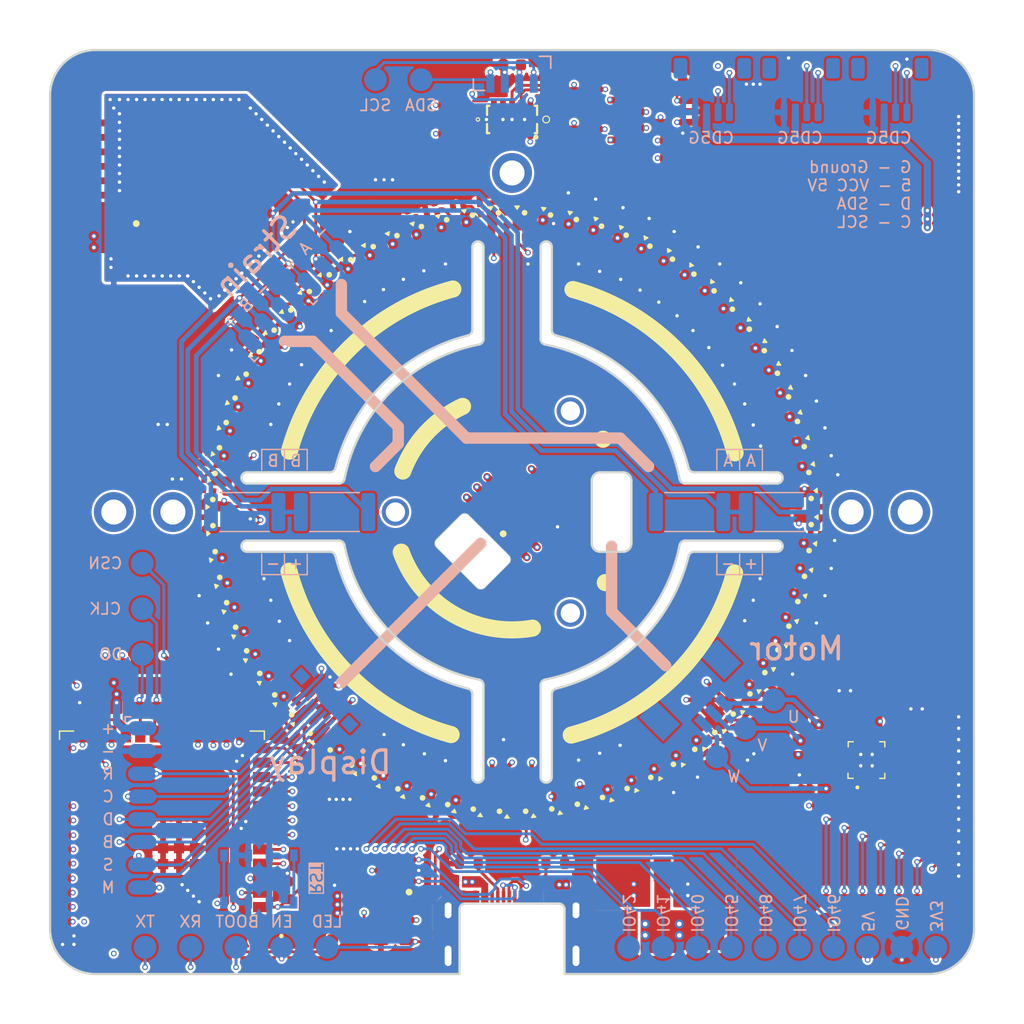
<source format=kicad_pcb>
(kicad_pcb (version 20241229) (generator "pcbnew") (generator_version "9.0")
  (title_block (title "SmartKnob DevKit Base") (date "2024-05-13") (rev "0.1.0") (company "Seedlabs") (comment 1 "Artworks- Grigorii Merkushev (brushknight)") (comment 2 "Board routing, LEDs, Proximity sensor, esp32s3, stemmaQT,") (comment 3 "Board outline, strain sensor, motor driver design - Scott Bezek"))
  (layers (0 "F.Cu" signal) (4 "In1.Cu" signal) (6 "In2.Cu" signal) (2 "B.Cu" signal) (13 "F.Paste" user) (15 "B.Paste" user) (5 "F.SilkS" user "F.Silkscreen") (7 "B.SilkS" user "B.Silkscreen") (1 "F.Mask" user) (3 "B.Mask" user) (25 "Edge.Cuts" user))
  (property "COMMIT_DATE_LONG" "YYYY-MM-DD HH:MM:SS TZ")
  (property "COMMIT_HASH" "deadbeef")
  (property "RELEASE_VERSION" "v#.#")
  (net 0 "")
  (net 1 "GND")
  (net 2 "Net-(U6-INA+)")
  (net 3 "Net-(U6-INA-)")
  (net 4 "Net-(U6-VBG)")
  (net 5 "Net-(U8-VCP)")
  (net 6 "Net-(U8-1V8OUT)")
  (net 7 "/USB_CC1")
  (net 8 "/USB_D-")
  (net 9 "/USB_D+")
  (net 10 "/USB_CC2")
  (net 11 "/STRAIN_E+")
  (net 12 "Net-(D1-DOUT)")
  (net 13 "Net-(D2-DIN)")
  (net 14 "Net-(D11-DIN)")
  (net 15 "Net-(D3-DIN)")
  (net 16 "Net-(D12-DIN)")
  (net 17 "/STRAIN_S-")
  (net 18 "/STRAIN_S+")
  (net 19 "/ESP32_EN")
  (net 20 "/ESP32_BOOT")
  (net 21 "/USB_SERIAL_RXI")
  (net 22 "/USB_SERIAL_TXO")
  (net 23 "/LED_DATA_5V")
  (net 24 "/LCD_CMD")
  (net 25 "/LCD_CS")
  (net 26 "/LCD_BACKLIGHT")
  (net 27 "/LCD_DATA")
  (net 28 "/LCD_SCK")
  (net 29 "/LCD_RST")
  (net 30 "/MAG_DO")
  (net 31 "/MAG_CLK")
  (net 32 "/MAG_CSN")
  (net 33 "/STRAIN_DO")
  (net 34 "/STRAIN_SCK")
  (net 35 "/TMC_UH")
  (net 36 "/TMC_VH")
  (net 37 "/TMC_WH")
  (net 38 "/TMC_UL")
  (net 39 "/TMC_WL")
  (net 40 "/TMC_VL")
  (net 41 "/TMC_DIAG")
  (net 42 "/LED_DATA_3V3")
  (net 43 "GNDA")
  (net 44 "Net-(Q1-C)")
  (net 52 "Net-(D4-DIN)")
  (net 53 "Net-(Q1-B)")
  (net 54 "Net-(D13-DIN)")
  (net 55 "Net-(D5-DIN)")
  (net 56 "Net-(D14-DIN)")
  (net 57 "Net-(D6-DIN)")
  (net 58 "Net-(D15-DIN)")
  (net 59 "Net-(D69-DOUT)")
  (net 60 "Net-(D16-DIN)")
  (net 61 "+5V")
  (net 62 "+3V3")
  (net 63 "Net-(D70-DOUT)")
  (net 64 "Net-(D17-DIN)")
  (net 65 "Net-(D10-DOUT)")
  (net 66 "Net-(D11-DOUT)")
  (net 67 "Net-(D12-DOUT)")
  (net 68 "Net-(D13-DOUT)")
  (net 69 "Net-(D14-DOUT)")
  (net 70 "Net-(D15-DOUT)")
  (net 71 "Net-(D16-DOUT)")
  (net 72 "Net-(D17-DOUT)")
  (net 73 "Net-(D18-DOUT)")
  (net 74 "Net-(D19-DOUT)")
  (net 75 "Net-(D20-DOUT)")
  (net 76 "Net-(D21-DOUT)")
  (net 77 "Net-(D22-DOUT)")
  (net 78 "Net-(D23-DOUT)")
  (net 79 "Net-(D24-DOUT)")
  (net 80 "Net-(D25-DOUT)")
  (net 81 "Net-(D26-DOUT)")
  (net 82 "Net-(D27-DOUT)")
  (net 83 "Net-(D28-DOUT)")
  (net 84 "Net-(D29-DOUT)")
  (net 85 "Net-(D30-DOUT)")
  (net 86 "Net-(D31-DOUT)")
  (net 87 "Net-(D32-DOUT)")
  (net 88 "Net-(D33-DOUT)")
  (net 89 "Net-(D34-DOUT)")
  (net 90 "Net-(D35-DOUT)")
  (net 91 "Net-(D36-DOUT)")
  (net 92 "Net-(D37-DOUT)")
  (net 93 "Net-(D38-DOUT)")
  (net 94 "Net-(D39-DOUT)")
  (net 95 "Net-(D40-DOUT)")
  (net 96 "Net-(D41-DOUT)")
  (net 97 "Net-(D71-DOUT)")
  (net 98 "Net-(D42-DOUT)")
  (net 99 "Net-(D18-DIN)")
  (net 100 "Net-(D43-DOUT)")
  (net 102 "Net-(D44-DOUT)")
  (net 103 "Net-(D45-DOUT)")
  (net 104 "Net-(D46-DOUT)")
  (net 105 "Net-(D47-DOUT)")
  (net 106 "Net-(D48-DOUT)")
  (net 107 "Net-(D49-DOUT)")
  (net 108 "Net-(D50-DOUT)")
  (net 109 "Net-(D51-DOUT)")
  (net 110 "Net-(D52-DOUT)")
  (net 111 "Net-(D53-DOUT)")
  (net 112 "Net-(D54-DOUT)")
  (net 113 "Net-(D55-DOUT)")
  (net 114 "Net-(D56-DOUT)")
  (net 115 "Net-(D57-DOUT)")
  (net 116 "Net-(D58-DOUT)")
  (net 117 "Net-(D59-DOUT)")
  (net 118 "Net-(D60-DOUT)")
  (net 119 "Net-(D61-DOUT)")
  (net 120 "Net-(D62-DOUT)")
  (net 121 "Net-(D63-DOUT)")
  (net 125 "Net-(J6-Pin_1)")
  (net 126 "Net-(J6-Pin_2)")
  (net 127 "Net-(J6-Pin_3)")
  (net 128 "Net-(U6-VFB)")
  (net 129 "Net-(U9-XSHUT)")
  (net 130 "Net-(U9-GPIO1)")
  (net 131 "Net-(U7-IO40)")
  (net 132 "Net-(U7-IO41)")
  (net 133 "Net-(U7-IO42)")
  (net 134 "Net-(U7-IO45)")
  (net 135 "Net-(U7-IO46)")
  (net 136 "Net-(U7-IO47)")
  (net 137 "/ESP_USB_D+")
  (net 138 "/ESP_USB_D-")
  (net 139 "SDA")
  (net 140 "SCL")
  (net 141 "Net-(U7-IO48)")
  (net 142 "+2V8")
  (net 143 "SCL_2.8")
  (net 144 "SDA_2.8")
  (net 152 "Net-(U11-IO46)")
  (net 153 "Net-(U11-IO47)")
  (net 154 "Net-(U11-IO48)")
  (net 155 "Net-(U11-IO45)")
  (net 159 "Net-(U11-IO40)")
  (net 160 "Net-(U11-IO41)")
  (net 161 "Net-(U11-IO42)")
  (footprint "Holes:MountingHole_M1.6" (layer "F.Cu") (at 151.125427 91.1225)
    (property "Reference" "H4" (hide yes))
    (property "Value" "MotorHole")
  )
  (footprint "Holes:MountingHole_M1.6" (layer "F.Cu") (at 151.125427 108.877499)
    (property "Reference" "H1" (hide yes))
    (property "Value" "MotorHole")
  )
  (footprint "Holes:MountingHole_M1.6" (layer "F.Cu") (at 135.749146 100)
    (property "Reference" "H2" (hide yes))
    (property "Value" "MotorHole")
  )
  (footprint "Holes:MountingHole_2.2mm_M2_ISO7380_Pad_NonVirtual" (layer "F.Cu") (at 116.2 100)
    (property "Reference" "H3" (hide yes))
    (property "Value" "MountHole")
  )
  (footprint "Holes:MountingHole_2.2mm_M2_ISO7380_Pad_NonVirtual" (layer "F.Cu") (at 146 70.2)
    (property "Reference" "H5" (hide yes))
    (property "Value" "MountHole")
  )
  (footprint "Holes:MountingHole_2.2mm_M2_ISO7380_Pad_NonVirtual" (layer "F.Cu") (at 175.8 100)
    (property "Reference" "H6" (hide yes))
    (property "Value" "MountHole")
  )
  (footprint "GCT_USB:USB4510_NoPaste" (layer "F.Cu") (at 146 140.6)
    (property "Reference" "J1")
    (property "Value" "USB_C_Receptacle_USB2.0")
    (fp_line (start -4.62 0) (end -4.62 -5.7) (stroke (width 0.2)) (layer "Edge.Cuts"))
    (fp_line (start -4.12 -6.2) (end 4.12 -6.2) (stroke (width 0.2)) (layer "Edge.Cuts"))
    (fp_line (start 4.62 0) (end 4.62 -5.7) (stroke (width 0.2)) (layer "Edge.Cuts"))
    (fp_arc (start -4.62 -5.7) (mid -4.473553 -6.053553) (end -4.12 -6.2) (stroke (width 0.2)) (layer "Edge.Cuts"))
    (fp_arc (start 4.12 -6.2) (mid 4.473553 -6.053553) (end 4.62 -5.7) (stroke (width 0.2)) (layer "Edge.Cuts"))
  )
  (footprint "cleaned footprints:R_0603_1608Metric" (layer "F.Cu") (at 142.2 130.9 180)
    (property "Reference" "R2" (hide yes))
    (property "Value" "5.1k" (hide yes))
  )
  (footprint "cleaned footprints:R_0603_1608Metric" (layer "F.Cu") (at 149.8 130.9)
    (property "Reference" "R1" (hide yes))
    (property "Value" "5.1k" (hide yes))
  )
  (footprint "cleaned footprints:C_0805_2012Metric" (layer "F.Cu") (at 170.15 122.3 -90)
    (property "Reference" "C86" (hide yes))
    (property "Value" "22uF" (hide yes))
  )
  (footprint "cleaned footprints:C_0603_1608Metric" (layer "F.Cu") (at 172.15 122.3 -90)
    (property "Reference" "C87" (hide yes))
    (property "Value" "0.1uF")
  )
  (footprint "cleaned footprints:C_0603_1608Metric" (layer "F.Cu") (at 173.6 125.8)
    (property "Reference" "C89" (hide yes))
    (property "Value" "0.1uF")
  )
  (footprint "cleaned footprints:C_0805_2012Metric" (layer "F.Cu") (at 113.175 77.25 -90)
    (property "Reference" "C44" (hide yes))
    (property "Value" "10uF" (hide yes))
  )
  (footprint "cleaned footprints:C_0603_1608Metric" (layer "F.Cu") (at 178.85 117.3)
    (property "Reference" "C88" (hide yes))
    (property "Value" "0.1uF")
  )
  (footprint "cleaned footprints:C_0805_2012Metric" (layer "F.Cu") (at 124.175 72.75 90)
    (property "Reference" "C33" (hide yes))
    (property "Value" "10uF" (hide yes))
  )
  (footprint "cleaned footprints:C_0603_1608Metric" (layer "F.Cu") (at 117.675 68.75 180)
    (property "Reference" "C56" (hide yes))
    (property "Value" "0.1uF")
  )
  (footprint "cleaned footprints:SOT-23" (layer "F.Cu") (at 118.175 76.25)
    (property "Reference" "Q1" (hide yes))
    (property "Value" "MMBT4403" (hide yes))
  )
  (footprint "cleaned footprints:R_0603_1608Metric" (layer "F.Cu") (at 117.675 70.25)
    (property "Reference" "R14" (hide yes))
    (property "Value" "8.2k" (hide yes))
  )
  (footprint "cleaned footprints:R_0603_1608Metric" (layer "F.Cu") (at 119.675 66.75)
    (property "Reference" "R11" (hide yes))
    (property "Value" "100" (hide yes))
  )
  (footprint "cleaned footprints:C_0805_2012Metric" (layer "F.Cu") (at 109.5 116.75 180)
    (property "Reference" "C75" (hide yes))
    (property "Value" "10uF" (hide yes))
  )
  (footprint "cleaned footprints:C_0603_1608Metric" (layer "F.Cu") (at 115.175 77.25 -90)
    (property "Reference" "C45" (hide yes))
    (property "Value" "0.1uF")
  )
  (footprint "cleaned footprints:SOT-23-5" (layer "F.Cu") (at 135.6125 136.81)
    (property "Reference" "U1" (hide yes))
    (property "Value" "SN74LV1T34DBV" (hide yes))
  )
  (footprint "cleaned footprints:L_0805_2012Metric" (layer "F.Cu") (at 120.425 72.75 -90)
    (property "Reference" "L1" (hide yes))
    (property "Value" "3.3uH" (hide yes))
  )
  (footprint "cleaned footprints:QFN-20-1EP_3x3mm_P0.4mm_EP1.65x1.65mm_ThermalVias_LargerViaHoles" (layer "F.Cu") (at 177.15 121.8 90)
    (property "Reference" "U8" (hide yes))
    (property "Value" "TMC6300" (hide yes))
  )
  (footprint "cleaned footprints:C_0603_1608Metric" (layer "F.Cu") (at 146 60.7 180)
    (property "Reference" "C5" (hide yes))
    (property "Value" "0.1uF")
  )
  (footprint "cleaned footprints:C_0603_1608Metric" (layer "F.Cu") (at 175 117.3 180)
    (property "Reference" "C91" (hide yes))
    (property "Value" "0.1uF")
  )
  (footprint "cleaned footprints:R_0603_1608Metric" (layer "F.Cu") (at 114.75 116.25 90)
    (property "Reference" "R8" (hide yes))
    (property "Value" "2.2k" (hide yes))
  )
  (footprint "cleaned footprints:SOIC-8_3.9x4.9mm_P1.27mm" (layer "F.Cu") (at 146 100 135)
    (property "Reference" "U2" (hide yes))
    (property "Value" "MT6701-CT" (hide yes))
  )
  (footprint "Capacitor_SMD:C_0603_1608Metric" (layer "F.Cu") (at 148.75 97.25 -45)
    (property "Reference" "C2" (hide yes))
    (property "Value" "0.1uF" (hide yes))
  )
  (footprint "Capacitor_SMD:C_0603_1608Metric" (layer "F.Cu") (at 135.6125 134.3 180)
    (property "Reference" "C3" (hide yes))
    (property "Value" "0.1uF" (hide yes))
  )
  (footprint "cleaned footprints:R_0603_1608Metric" (layer "F.Cu") (at 113.25 116.25 -90)
    (property "Reference" "R5" (hide yes))
    (property "Value" "2.2k" (hide yes))
  )
  (footprint "cleaned footprints:R_0603_1608Metric" (layer "F.Cu") (at 110.249997 114.074999 90)
    (property "Reference" "R10" (hide yes))
    (property "Value" "2.2k" (hide yes))
  )
  (footprint "cleaned footprints:R_0603_1608Metric" (layer "F.Cu") (at 111.75 114.074998 90)
    (property "Reference" "R9" (hide yes))
    (property "Value" "2.2k" (hide yes))
  )
  (footprint "cleaned footprints:SOIC-16_3.9x9.9mm_P1.27mm" (layer "F.Cu") (at 112.175 70.25 180)
    (property "Reference" "U6" (hide yes))
    (property "Value" "HX711" (hide yes))
  )
  (footprint "cleaned footprints:R_0603_1608Metric" (layer "F.Cu") (at 119.675 65.25 180)
    (property "Reference" "R12" (hide yes))
    (property "Value" "100" (hide yes))
  )
  (footprint "cleaned footprints:C_0603_1608Metric" (layer "F.Cu") (at 122.175 72.75 90)
    (property "Reference" "C43" (hide yes))
    (property "Value" "0.1uF")
  )
  (footprint "cleaned footprints:R_0603_1608Metric" (layer "F.Cu") (at 117.675 71.75 180)
    (property "Reference" "R13" (hide yes))
    (property "Value" "10k" (hide yes))
  )
  (footprint "cleaned footprints:C_0603_1608Metric" (layer "F.Cu") (at 117.175 65.75 -90)
    (property "Reference" "C55" (hide yes))
    (property "Value" "0.1uF")
  )
  (footprint "cleaned footprints:R_0603_1608Metric" (layer "F.Cu") (at 173.6 134.8 -90)
    (property "Reference" "R15" (hide yes))
    (property "Value" "10k" (hide yes))
  )
  (footprint "cleaned footprints:R_0603_1608Metric" (layer "F.Cu") (at 175.2 134.8 -90)
    (property "Reference" "R16" (hide yes))
    (property "Value" "10k" (hide yes))
  )
  (footprint "cleaned footprints:R_0603_1608Metric" (layer "F.Cu") (at 181.6 134.8 -90)
    (property "Reference" "R20" (hide yes))
    (property "Value" "10k" (hide yes))
  )
  (footprint "cleaned footprints:R_0603_1608Metric" (layer "F.Cu") (at 176.8 134.8 -90)
    (property "Reference" "R17" (hide yes))
    (property "Value" "10k" (hide yes))
  )
  (footprint "cleaned footprints:R_0603_1608Metric" (layer "F.Cu") (at 178.4 134.8 -90)
    (property "Reference" "R18" (hide yes))
    (property "Value" "10k" (hide yes))
  )
  (footprint "cleaned footprints:R_0603_1608Metric" (layer "F.Cu") (at 180 134.8 -90)
    (property "Reference" "R19" (hide yes))
    (property "Value" "10k" (hide yes))
  )
  (footprint "cleaned footprints:R_0603_1608Metric" (layer "F.Cu") (at 128 133.25 90)
    (property "Reference" "R21" (hide yes))
    (property "Value" "10k" (hide yes))
  )
  (footprint "cleaned footprints:C_0603_1608Metric" (layer "F.Cu") (at 126.25 133.25 90)
    (property "Reference" "C76" (hide yes))
    (property "Value" "1uF")
  )
  (footprint "cleaned footprints:C_0603_1608Metric" (layer "F.Cu") (at 126.25 136.75 -90)
    (property "Reference" "C92" (hide yes))
    (property "Value" "0.1uF")
  )
  (footprint "cleaned footprints:C_0805_2012Metric" (layer "F.Cu") (at 163.899999 134.699999 90)
    (property "Reference" "C4" (hide yes))
    (property "Value" "10uF" (hide yes))
  )
  (footprint "cleaned footprints:C_0805_2012Metric" (layer "F.Cu") (at 154.499999 134.700001 -90)
    (property "Reference" "C1" (hide yes))
    (property "Value" "10uF" (hide yes))
  )
  (footprint "BOM_Only:bom_only_no_pin" (layer "F.Cu") (at 166.4 71.8)
    (property "Reference" "Z2")
    (property "Value" "RotorScrew (BOM-only)")
  )
  (footprint "BOM_Only:bom_only_no_pin" (layer "F.Cu") (at 167.9 71.8)
    (property "Reference" "Z4")
    (property "Value" "RotorScrew (BOM-only)")
  )
  (footprint "BOM_Only:bom_only_no_pin" (layer "F.Cu") (at 169.4 71.8)
    (property "Reference" "Z6")
    (property "Value" "RotorScrew (BOM-only)")
  )
  (footprint "BOM_Only:bom_only_no_pin" (layer "F.Cu") (at 166.4 71.8)
    (property "Reference" "Z3")
    (property "Value" "WatchGlass39.5mm")
  )
  (footprint "BOM_Only:bom_only_no_pin" (layer "F.Cu") (at 167.9 71.8)
    (property "Reference" "Z5")
    (property "Value" "BLDCMotor")
  )
  (footprint "Holes:MountingHole_2.2mm_M2_ISO7380_Pad_NonVirtual" (layer "F.Cu") (at 181 100)
    (property "Reference" "H7" (hide yes))
    (property "Value" "AlignmentHole")
  )
  (footprint "Holes:MountingHole_2.2mm_M2_ISO7380_Pad_NonVirtual" (layer "F.Cu") (at 111 100)
    (property "Reference" "H8" (hide yes))
    (property "Value" "AlignmentHole")
  )
  (footprint "cleaned footprints:C_0805_2012Metric" (layer "F.Cu") (at 128.25 136.75 -90)
    (property "Reference" "C90" (hide yes))
    (property "Value" "10uF" (hide yes))
  )
  (footprint "cleaned footprints:C_0402_1005Metric" (layer "F.Cu") (at 125.35 114.46 -55)
    (property "Reference" "C10" (hide yes))
    (property "Value" "0.1uF" (hide yes))
  )
  (footprint "cleaned footprints:SOT-23-5" (layer "F.Cu") (at 160.1875 64.8 180)
    (property "Reference" "U10" (hide yes))
    (property "Value" "LP5907MFX-2.8" (hide yes))
  )
  (footprint "sk6805_ec15:LED_SK6812_EC15_1.5x1.5mm" (layer "F.Cu") (at 141.355018 73.658693 -80)
    (property "Reference" "D23" (hide yes))
    (property "Value" "SK6805")
  )
  (footprint "cleaned footprints:C_0402_1005Metric" (layer "F.Cu") (at 128.18 117.82 -45)
    (property "Reference" "C11" (hide yes))
    (property "Value" "0.1uF" (hide yes))
  )
  (footprint "sk6805_ec15:LED_SK6812_EC15_1.5x1.5mm" (layer "F.Cu") (at 163.2 79.51 -130)
    (property "Reference" "D42" (hide yes))
    (property "Value" "SK6805")
  )
  (footprint "sk6805_ec15:LED_SK6812_EC15_1.5x1.5mm" (layer "F.Cu") (at 145.999997 73.249997 -90)
    (property "Reference" "D41" (hide yes))
    (property "Value" "SK6805")
  )
  (footprint "sk6805_ec15:LED_SK6812_EC15_1.5x1.5mm" (layer "F.Cu") (at 143.650001 126.650882 85)
    (property "Reference" "D10" (hide yes))
    (property "Value" "SK6805")
  )
  (footprint "sk6805_ec15:LED_SK6812_EC15_1.5x1.5mm" (layer "F.Cu") (at 166.49 82.8 -140)
    (property "Reference" "D60" (hide yes))
    (property "Value" "SK6805")
  )
  (footprint "sk6805_ec15:LED_SK6812_EC15_1.5x1.5mm" (layer "F.Cu") (at 122.83915 113.374149 30)
    (property "Reference" "D38" (hide yes))
    (property "Value" "SK6805")
  )
  (footprint "sk6805_ec15:LED_SK6812_EC15_1.5x1.5mm" (layer "F.Cu") (at 136.848948 74.863228 -70)
    (property "Reference" "D5" (hide yes))
    (property "Value" "SK6805")
  )
  (footprint "cleaned footprints:C_0402_1005Metric" (layer "F.Cu") (at 137.37 76.31 -160)
    (property "Reference" "C61" (hide yes))
    (property "Value" "0.1uF" (hide yes))
  )
  (footprint "view_custom:fpc_wire_hole_6mm" (layer "F.Cu") (at 143.25 102.75 135)
    (property "Reference" "REF**" (hide yes))
    (property "Value" "fpc_wire_hole_6mm" (hide yes))
    (fp_line (start 3 -2.5) (end 3 0.5) (stroke (width 0.05)) (layer "Edge.Cuts"))
    (fp_line (start -2.5 -3) (end 2.5 -3) (stroke (width 0.05)) (layer "Edge.Cuts"))
    (fp_line (start -3 -2.5) (end -3 0.5) (stroke (width 0.05)) (layer "Edge.Cuts"))
    (fp_line (start -2.5 1) (end 2.5 1) (stroke (width 0.05)) (layer "Edge.Cuts"))
    (fp_arc (start 2.5 -3) (mid 2.853553 -2.853553) (end 3 -2.5) (stroke (width 0.05)) (layer "Edge.Cuts"))
    (fp_arc (start 3 0.5) (mid 2.853553 0.853553) (end 2.5 1) (stroke (width 0.05)) (layer "Edge.Cuts"))
    (fp_arc (start -3 -2.5) (mid -2.853553 -2.853553) (end -2.5 -3) (stroke (width 0.05)) (layer "Edge.Cuts"))
    (fp_arc (start -2.5 1) (mid -2.853555 0.853554) (end -3 0.5) (stroke (width 0.05)) (layer "Edge.Cuts"))
  )
  (footprint "sk6805_ec15:LED_SK6812_EC15_1.5x1.5mm" (layer "F.Cu") (at 167.91 115.34 145)
    (property "Reference" "D53" (hide yes))
    (property "Value" "SK6805")
  )
  (footprint "cleaned footprints:C_0402_1005Metric" (layer "F.Cu") (at 121.64 106.53 -75)
    (property "Reference" "C8" (hide yes))
    (property "Value" "0.1uF" (hide yes))
  )
  (footprint "cleaned footprints:C_0402_1005Metric" (layer "F.Cu") (at 122.31 108.62 -70)
    (property "Reference" "C83" (hide yes))
    (property "Value" "0.1uF" (hide yes))
  )
  (footprint "smd_clean:R_0603_1608Metric" (layer "F.Cu") (at 140.75 64.25 180)
    (property "Reference" "R26" (hide yes))
    (property "Value" "10k" (hide yes))
  )
  (footprint "sk6805_ec15:LED_SK6812_EC15_1.5x1.5mm" (layer "F.Cu") (at 150.65 126.34 100)
    (property "Reference" "D63" (hide yes))
    (property "Value" "SK6805")
  )
  (footprint "smd_clean:SOT-23" (layer "F.Cu") (at 154.1875 63.8)
    (property "Reference" "Q3" (hide yes))
    (property "Value" "BSS138" (hide yes))
  )
  (footprint "sk6805_ec15:LED_SK6812_EC15_1.5x1.5mm" (layer "F.Cu") (at 171.84 106.92 165)
    (property "Reference" "D17" (hide yes))
    (property "Value" "SK6805")
  )
  (footprint "sk6805_ec15:LED_SK6812_EC15_1.5x1.5mm" (layer "F.Cu") (at 171.832386 93.074811 -165)
    (property "Reference" "D34" (hide yes))
    (property "Value" "SK6805")
  )
  (footprint "cleaned footprints:C_0402_1005Metric" (layer "F.Cu") (at 135.35 122.84 -25)
    (property "Reference" "C13" (hide yes))
    (property "Value" "0.1uF" (hide yes))
  )
  (footprint "cleaned footprints:C_0402_1005Metric" (layer "F.Cu") (at 165.31 83.8 130)
    (property "Reference" "C18" (hide yes))
    (property "Value" "0.1uF" (hide yes))
  )
  (footprint "cleaned footprints:C_0402_1005Metric" (layer "F.Cu") (at 128.18 82.19 -135)
    (property "Reference" "C72" (hide yes))
    (property "Value" "0.1uF" (hide yes))
  )
  (footprint "cleaned footprints:C_0402_1005Metric" (layer "F.Cu") (at 156.65 77.16 155)
    (property "Reference" "C31" (hide yes))
    (property "Value" "0.1uF" (hide yes))
  )
  (footprint "sk6805_ec15:LED_SK6812_EC15_1.5x1.5mm" (layer "F.Cu") (at 170.243264 88.691864 -155)
    (property "Reference" "D16" (hide yes))
    (property "Value" "SK6805")
  )
  (footprint "sk6805_ec15:LED_SK6812_EC15_1.5x1.5mm" (layer "F.Cu") (at 119.653684 95.352259 -10)
    (property "Reference" "D39" (hide yes))
    (property "Value" "SK6805")
  )
  (footprint "cleaned footprints:C_0402_1005Metric" (layer "F.Cu") (at 158.6 78.17 150)
    (property "Reference" "C60" (hide yes))
    (property "Value" "0.1uF" (hide yes))
  )
  (footprint "sk6805_ec15:LED_SK6812_EC15_1.5x1.5mm" (layer "F.Cu") (at 121.762339 111.308018 25)
    (property "Reference" "D47" (hide yes))
    (property "Value" "SK6805")
  )
  (footprint "cleaned footprints:C_0402_1005Metric" (layer "F.Cu") (at 160.47 120.66 35)
    (property "Reference" "C25" (hide yes))
    (property "Value" "0.1uF" (hide yes))
  )
  (footprint "cleaned footprints:C_0402_1005Metric" (layer "F.Cu") (at 121.65 93.48 -105)
    (property "Reference" "C54" (hide yes))
    (property "Value" "0.1uF" (hide yes))
  )
  (footprint "sk6805_ec15:LED_SK6812_EC15_1.5x1.5mm" (layer "F.Cu") (at 152.92 74.16 -105)
    (property "Reference" "D68" (hide yes))
    (property "Value" "SK6805")
  )
  (footprint "cleaned footprints:C_0402_1005Metric" (layer "F.Cu") (at 150.38 75.17 170)
    (property "Reference" "C51" (hide yes))
    (property "Value" "0.1uF" (hide yes))
  )
  (footprint "cleaned footprints:C_0402_1005Metric" (layer "F.Cu") (at 129.8 119.31 -40)
    (property "Reference" "C64" (hide yes))
    (property "Value" "0.1uF" (hide yes))
  )
  (footprint "lbb-logo:eth-logo-bitmap" (layer "F.Cu") (at 173 74)
    (property "Reference" "G***" (hide yes))
    (property "Value" "LOGO" (hide yes))
  )
  (footprint "sk6805_ec15:LED_SK6812_EC15_1.5x1.5mm" (layer "F.Cu") (at 167.91 84.66 -145)
    (property "Reference" "D69" (hide yes))
    (property "Value" "SK6805")
  )
  (footprint "cleaned footprints:C_0402_1005Metric" (layer "F.Cu") (at 148.2 125.12 5)
    (property "Reference" "C22" (hide yes))
    (property "Value" "0.1uF" (hide yes))
  )
  (footprint "cleaned footprints:C_0402_1005Metric" (layer "F.Cu") (at 171.11 102.2 85)
    (property "Reference" "C16" (hide yes))
    (property "Value" "0.1uF" (hide yes))
  )
  (footprint "sk6805_ec15:LED_SK6812_EC15_1.5x1.5mm" (layer "F.Cu") (at 130.66 121.91 55)
    (property "Reference" "D64" (hide yes))
    (property "Value" "SK6805")
  )
  (footprint "sk6805_ec15:LED_SK6812_EC15_1.5x1.5mm" (layer "F.Cu") (at 119.25 100)
    (property "Reference" "D21" (hide yes))
    (property "Value" "SK6805")
  )
  (footprint "sk6805_ec15:LED_SK6812_EC15_1.5x1.5mm" (layer "F.Cu") (at 128.81 120.49 50)
    (property "Reference" "D2" (hide yes))
    (property "Value" "SK6805")
  )
  (footprint "sk6805_ec15:LED_SK6812_EC15_1.5x1.5mm" (layer "F.Cu") (at 172.336316 104.647741 170)
    (property "Reference" "D8" (hide yes))
    (property "Value" "SK6805")
  )
  (footprint "cleaned footprints:C_0402_1005Metric" (layer "F.Cu") (at 162.2 80.69 140)
    (property "Reference" "C37" (hide yes))
    (property "Value" "0.1uF" (hide yes))
  )
  (footprint "smd_clean:C_0603_1608Metric" (layer "F.Cu") (at 160.2375 68.899995 180)
    (property "Reference" "C95" (hide yes))
    (property "Value" "0.1uF" (hide yes))
  )
  (footprint "cleaned footprints:C_0402_1005Metric" (layer "F.Cu") (at 154.62 76.31 160)
    (property "Reference" "C80" (hide yes))
    (property "Value" "0.1uF" (hide yes))
  )
  (footprint "sk6805_ec15:LED_SK6812_EC15_1.5x1.5mm" (layer "F.Cu") (at 139.08 125.84 75)
    (property "Reference" "D28" (hide yes))
    (property "Value" "SK6805")
  )
  (footprint "cleaned footprints:C_0402_1005Metric" (layer "F.Cu") (at 120.89 102.2 -85)
    (property "Reference" "C40" (hide yes))
    (property "Value" "0.1uF" (hide yes))
  )
  (footprint "sk6805_ec15:LED_SK6812_EC15_1.5x1.5mm" (layer "F.Cu") (at 166.49 117.2 140)
    (property "Reference" "D62" (hide yes))
    (property "Value" "SK6805")
  )
  (footprint "sk6805_ec15:LED_SK6812_EC15_1.5x1.5mm" (layer "F.Cu") (at 119.352492 97.669068 -5)
    (property "Reference" "D30" (hide yes))
    (property "Value" "SK6805")
  )
  (footprint "sk6805_ec15:LED_SK6812_EC15_1.5x1.5mm" (layer "F.Cu") (at 132.62 123.17 60)
    (property "Reference" "D55" (hide yes))
    (property "Value" "SK6805")
  )
  (footprint "cleaned footprints:C_0402_1005Metric" (layer "F.Cu") (at 162.202299 119.308538 40)
    (property "Reference" "C57" (hide yes))
    (property "Value" "0.1uF" (hide yes))
  )
  (footprint "cleaned footprints:C_0402_1005Metric" (layer "F.Cu") (at 141.62 124.82 -10)
    (property "Reference" "C42" (hide yes))
    (property "Value" "0.1uF" (hide yes))
  )
  (footprint "sk6805_ec15:LED_SK6812_EC15_1.5x1.5mm" (layer "F.Cu") (at 157.31 75.76 -115)
    (property "Reference" "D15" (hide yes))
    (property "Value" "SK6805")
  )
  (footprint "smd_clean:R_0603_1608Metric" (layer "F.Cu") (at 151.45 67.25 90)
    (property "Reference" "R24" (hide yes))
    (property "Value" "10k" (hide yes))
  )
  (footprint "cleaned footprints:C_0402_1005Metric" (layer "F.Cu") (at 167.82 87.4 120)
    (property "Reference" "C19" (hide yes))
    (property "Value" "0.1uF" (hide yes))
  )
  (footprint "sk6805_ec15:LED_SK6812_EC15_1.5x1.5mm" (layer "F.Cu") (at 124.09 115.34 35)
    (property "Reference" "D29" (hide yes))
    (property "Value" "SK6805")
  )
  (footprint "sk6805_ec15:LED_SK6812_EC15_1.5x1.5mm" (layer "F.Cu") (at 120.161802 106.921136 15)
    (property "Reference" "D65" (hide yes))
    (property "Value" "SK6805")
  )
  (footprint "sk6805_ec15:LED_SK6812_EC15_1.5x1.5mm" (layer "F.Cu") (at 161.34 78.09 -125)
    (property "Reference" "D33" (hide yes))
    (property "Value" "SK6805")
  )
  (footprint "cleaned footprints:C_0402_1005Metric" (layer "F.Cu") (at 120.9 97.81 -95)
    (property "Reference" "C21" (hide yes))
    (property "Value" "0.1uF" (hide yes))
  )
  (footprint "sk6805_ec15:LED_SK6812_EC15_1.5x1.5mm" (layer "F.Cu") (at 164.91 81.08 -135)
    (property "Reference" "D51" (hide yes))
    (property "Value" "SK6805")
  )
  (footprint "sk6805_ec15:LED_SK6812_EC15_1.5x1.5mm" (layer "F.Cu") (at 163.19 120.49 130)
    (property "Reference" "D9" (hide yes))
    (property "Value" "SK6805")
  )
  (footprint "smd_clean:LGA12_1" (layer "F.Cu") (at 146 65.5 180)
    (property "Reference" "U9" (hide yes))
    (property "Value" "VL53L0CXV0DH_1" (hide yes))
  )
  (footprint "sk6805_ec15:LED_SK6812_EC15_1.5x1.5mm" (layer "F.Cu") (at 169.165289 86.625289 -150)
    (property "Reference" "D7" (hide yes))
    (property "Value" "SK6805")
  )
  (footprint "sk6805_ec15:LED_SK6812_EC15_1.5x1.5mm" (layer "F.Cu") (at 172.74 100 180)
    (property "Reference" "D61" (hide yes))
    (property "Value" "SK6805")
  )
  (footprint "smd_clean:R_0603_1608Metric" (layer "F.Cu") (at 157.15 64 -90)
    (property "Reference" "R28" (hide yes))
    (property "Value" "10k" (hide yes))
  )
  (footprint "cleaned footprints:C_0402_1005Metric" (layer "F.Cu") (at 154.62 123.69 20)
    (property "Reference" "C15" (hide yes))
    (property "Value" "0.1uF" (hide yes))
  )
  (footprint "cleaned footprints:C_0402_1005Metric" (layer "F.Cu") (at 124.18 87.4 -120)
    (property "Reference" "C39" (hide yes))
    (property "Value" "0.1uF" (hide yes))
  )
  (footprint "cleaned footprints:C_0402_1005Metric" (layer "F.Cu") (at 121.17 95.62 -100)
    (property "Reference" "C74" (hide yes))
    (property "Value" "0.1uF" (hide yes))
  )
  (footprint "sk6805_ec15:LED_SK6812_EC15_1.5x1.5mm" (layer "F.Cu") (at 159.37415 123.160848 120)
    (property "Reference" "D27" (hide yes))
    (property "Value" "SK6805")
  )
  (footprint "sk6805_ec15:LED_SK6812_EC15_1.5x1.5mm" (layer "F.Cu") (at 120.87 109.15 20)
    (property "Reference" "D56" (hide yes))
    (property "Value" "SK6805")
  )
  (footprint "sk6805_ec15:LED_SK6812_EC15_1.5x1.5mm" (layer "F.Cu") (at 148.33 126.65 95)
    (property "Reference" "D72" (hide yes))
    (property "Value" "SK6805")
  )
  (footprint "smd_clean:SOT-23-6" (layer "F.Cu") (at 135.75 131.5 180)
    (property "Reference" "U5" (hide yes))
    (property "Value" "USBLC6-2SC6")
  )
  (footprint "sk6805_ec15:LED_SK6812_EC15_1.5x1.5mm" (layer "F.Cu") (at 134.7 124.24 65)
    (property "Reference" "D46" (hide yes))
    (property "Value" "SK6805")
  )
  (footprint "sk6805_ec15:LED_SK6812_EC15_1.5x1.5mm" (layer "F.Cu") (at 124.093271 84.660509 -35)
    (property "Reference" "D13" (hide yes))
    (property "Value" "SK6805")
  )
  (footprint "cleaned footprints:C_0402_1005Metric" (layer "F.Cu") (at 123.16 89.35 -115)
    (property "Reference" "C32" (hide yes))
    (property "Value" "0.1uF" (hide yes))
  )
  (footprint "cleaned footprints:C_0402_1005Metric" (layer "F.Cu") (at 168.85 89.35 115)
    (property "Reference" "C69" (hide yes))
    (property "Value" "0.1uF" (hide yes))
  )
  (footprint "cleaned footprints:SOT-223-3_TabPin2_GndOutIn" (layer "F.Cu") (at 159.200002 134.6 -90)
    (property "Reference" "U4" (hide yes))
    (property "Value" "AMS1117-3.3" (hide yes))
  )
  (footprint "cleaned footprints:C_0402_1005Metric" (layer "F.Cu") (at 121.173351 104.372708 -80)
    (property "Reference" "C7" (hide yes))
    (property "Value" "0.1uF" (hide yes))
  )
  (footprint "cleaned footprints:C_0402_1005Metric" (layer "F.Cu") (at 166.65 85.54 125)
    (property "Reference" "C28" (hide yes))
    (property "Value" "0.1uF" (hide yes))
  )
  (footprint "cleaned footprints:C_0402_1005Metric" (layer "F.Cu") (at 171.11 97.8 95)
    (property "Reference" "C17" (hide yes))
    (property "Value" "0.1uF" (hide yes))
  )
  (footprint "sk6805_ec15:LED_SK6812_EC15_1.5x1.5mm" (layer "F.Cu") (at 125.51 82.8 -40)
    (property "Reference" "D22" (hide yes))
    (property "Value" "SK6805")
  )
  (footprint "sk6805_ec15:LED_SK6812_EC15_1.5x1.5mm" (layer "F.Cu") (at 122.84 86.64 -30)
    (property "Reference" "D4" (hide yes))
    (property "Value" "SK6805")
  )
  (footprint "cleaned footprints:C_0402_1005Metric" (layer "F.Cu") (at 131.55 120.64 -35)
    (property "Reference" "C12" (hide yes))
    (property "Value" "0.1uF" (hide yes))
  )
  (footprint "cleaned footprints:C_0402_1005Metric" (layer "F.Cu") (at 141.62 75.18 -170)
    (property "Reference" "C53" (hide yes))
    (property "Value" "0.1uF" (hide yes))
  )
  (footprint "cleaned footprints:C_0402_1005Metric" (layer "F.Cu") (at 129.81 80.71 -140)
    (property "Reference" "C82" (hide yes))
    (property "Value" "0.1uF" (hide yes))
  )
  (footprint "lbb-logo:lbb-logo-bitmap" (layer "F.Cu") (at 173 68)
    (property "Reference" "G***" (hide yes))
    (property "Value" "LOGO" (hide yes))
  )
  (footprint "sk6805_ec15:LED_SK6812_EC15_1.5x1.5mm" (layer "F.Cu") (at 169.16 113.38 150)
    (property "Reference" "D44" (hide yes))
    (property "Value" "SK6805")
  )
  (footprint "cleaned footprints:C_0402_1005Metric" (layer "F.Cu") (at 120.8 100 -90)
    (property "Reference" "C63" (hide yes))
    (property "Value" "0.1uF" (hide yes))
  )
  (footprint "sk6805_ec15:LED_SK6812_EC15_1.5x1.5mm" (layer "F.Cu") (at 134.697656 75.761982 -65)
    (property "Reference" "D67" (hide yes))
    (property "Value" "SK6805")
  )
  (footprint "sk6805_ec15:LED_SK6812_EC15_1.5x1.5mm" (layer "F.Cu") (at 171.13 109.15 160)
    (property "Reference" "D26" (hide yes))
    (property "Value" "SK6805")
  )
  (footprint "cleaned footprints:C_0402_1005Metric" (layer "F.Cu") (at 156.66 122.86 25)
    (property "Reference" "C66" (hide yes))
    (property "Value" "0.1uF" (hide yes))
  )
  (footprint "cleaned footprints:C_0402_1005Metric" (layer "F.Cu") (at 123.16 110.65 -65)
    (property "Reference" "C9" (hide yes))
    (property "Value" "0.1uF" (hide yes))
  )
  (footprint "smd_clean:C_0603_1608Metric" (layer "F.Cu") (at 160.2375 67.35 180)
    (property "Reference" "C94" (hide yes))
    (property "Value" "10uF" (hide yes))
  )
  (footprint "smd_clean:R_0603_1608Metric" (layer "F.Cu") (at 151.4375 63.874998 90)
    (property "Reference" "R25" (hide yes))
    (property "Value" "10k" (hide yes))
  )
  (footprint "sk6805_ec15:LED_SK6812_EC15_1.5x1.5mm" (layer "F.Cu") (at 164.91 118.91 135)
    (property "Reference" "D71" (hide yes))
    (property "Value" "SK6805")
  )
  (footprint "cleaned footprints:C_0402_1005Metric" (layer "F.Cu") (at 170.82 104.38 80)
    (property "Reference" "C68" (hide yes))
    (property "Value" "0.1uF" (hide yes))
  )
  (footprint "cleaned footprints:C_0402_1005Metric" (layer "F.Cu") (at 168.84 110.65 65)
    (property "Reference" "C26" (hide yes))
    (property "Value" "0.1uF" (hide yes))
  )
  (footprint "sk6805_ec15:LED_SK6812_EC15_1.5x1.5mm" (layer "F.Cu") (at 155.15 74.87 -110)
    (property "Reference" "D6" (hide yes))
    (property "Value" "SK6805")
  )
  (footprint "sk6805_ec15:LED_SK6812_EC15_1.5x1.5mm" (layer "F.Cu") (at 127.09 81.08 -45)
    (property "Reference" "D31" (hide yes))
    (property "Value" "SK6805")
  )
  (footprint "sk6805_ec15:LED_SK6812_EC15_1.5x1.5mm" (layer "F.Cu") (at 146 126.75 90)
    (property "Reference" "D1" (hide yes))
    (property "Value" "SK6805")
  )
  (footprint "cleaned footprints:C_0402_1005Metric" (layer "F.Cu") (at 133.4 121.82 -30)
    (property "Reference" "C65" (hide yes))
    (property "Value" "0.1uF" (hide yes))
  )
  (footprint "smd_clean:C_0603_1608Metric" (layer "F.Cu") (at 160.237501 62.25)
    (property "Reference" "C93" (hide yes))
    (property "Value" "10uF" (hide yes))
  )
  (footprint "cleaned footprints:C_0402_1005Metric" (layer "F.Cu") (at 165.3 116.2 50)
    (property "Reference" "C77" (hide yes))
    (property "Value" "0.1uF" (hide yes))
  )
  (footprint "sk6805_ec15:LED_SK6812_EC15_1.5x1.5mm" (layer "F.Cu") (at 141.35 126.34 80)
    (property "Reference" "D19" (hide yes))
    (property "Value" "SK6805")
  )
  (footprint "sk6805_ec15:LED_SK6812_EC15_1.5x1.5mm" (layer "F.Cu") (at 159.37 76.84 -120)
    (property "Reference" "D24" (hide yes))
    (property "Value" "SK6805")
  )
  (footprint "sk6805_ec15:LED_SK6812_EC15_1.5x1.5mm" (layer "F.Cu") (at 119.657113 104.641014 10)
    (property "Reference" "D3" (hide yes))
    (property "Value" "SK6805")
  )
  (footprint "sk6805_ec15:LED_SK6812_EC15_1.5x1.5mm" (layer "F.Cu") (at 157.3 124.24 115)
    (property "Reference" "D36" (hide yes))
    (property "Value" "SK6805")
  )
  (footprint "sk6805_ec15:LED_SK6812_EC15_1.5x1.5mm" (layer "F.Cu") (at 121.76 88.69 -25)
    (property "Reference" "D66" (hide yes))
    (property "Value" "SK6805")
  )
  (footprint "cleaned footprints:C_0402_1005Metric" (layer "F.Cu") (at 170.83 95.62 100)
    (property "Reference" "C49" (hide yes))
    (property "Value" "0.1uF" (hide yes))
  )
  (footprint "cleaned footprints:C_0402_1005Metric" (layer "F.Cu") (at 146 74.79 180)
    (property "Reference" "C79" (hide yes))
    (property "Value" "0.1uF" (hide yes))
  )
  (footprint "cleaned footprints:C_0402_1005Metric" (layer "F.Cu") (at 169.68 91.38 110)
    (property "Reference" "C38" (hide yes))
    (property "Value" "0.1uF" (hide yes))
  )
  (footprint "cleaned footprints:C_0402_1005Metric" (layer "F.Cu") (at 152.526355 75.645768 165)
    (property "Reference" "C50" (hide yes))
    (property "Value" "0.1uF" (hide yes))
  )
  (footprint "cleaned footprints:C_0402_1005Metric" (layer "F.Cu") (at 166.65 114.46 55)
    (property "Reference" "C67" (hide yes))
    (property "Value" "0.1uF" (hide yes))
  )
  (footprint "cleaned footprints:C_0402_1005Metric" (layer "F.Cu") (at 160.45 79.35 145)
    (property "Reference" "C30" (hide yes))
    (property "Value" "0.1uF" (hide yes))
  )
  (footprint "cleaned footprints:C_0402_1005Metric" (layer "F.Cu") (at 143.8 125.12 -5)
    (property "Reference" "C24" (hide yes))
    (property "Value" "0.1uF" (hide yes))
  )
  (footprint "sk6805_ec15:LED_SK6812_EC15_1.5x1.5mm" (layer "F.Cu") (at 172.65 102.33 175)
    (property "Reference" "D70" (hide yes))
    (property "Value" "SK6805")
  )
  (footprint "sk6805_ec15:LED_SK6812_EC15_1.5x1.5mm" (layer "F.Cu") (at 132.624704 76.835288 -60)
    (property "Reference" "D58" (hide yes))
    (property "Value" "SK6805")
  )
  (footprint "sk6805_ec15:LED_SK6812_EC15_1.5x1.5mm" (layer "F.Cu") (at 150.65 73.66 -100)
    (property "Reference" "D59" (hide yes))
    (property "Value" "SK6805")
  )
  (footprint "cleaned footprints:C_0402_1005Metric" (layer "F.Cu") (at 126.7 116.2 -50)
    (property "Reference" "C85" (hide yes))
    (property "Value" "0.1uF" (hide yes))
  )
  (footprint "cleaned footprints:C_0402_1005Metric" (layer "F.Cu") (at 163.82 117.82 45)
    (property "Reference" "C47" (hide yes))
    (property "Value" "0.1uF" (hide yes))
  )
  (footprint "sk6805_ec15:LED_SK6812_EC15_1.5x1.5mm" (layer "F.Cu") (at 128.8 79.51 -50)
    (property "Reference" "D40" (hide yes))
    (property "Value" "SK6805")
  )
  (footprint "cleaned footprints:C_0402_1005Metric" (layer "F.Cu") (at 169.68 108.62 70)
    (property "Reference" "C58" (hide yes))
    (property "Value" "0.1uF" (hide yes))
  )
  (footprint "sk6805_ec15:LED_SK6812_EC15_1.5x1.5mm" (layer "F.Cu") (at 120.863228 90.858952 -20)
    (property "Reference" "D57" (hide yes))
    (property "Value" "SK6805")
  )
  (footprint "sk6805_ec15:LED_SK6812_EC15_1.5x1.5mm" (layer "F.Cu") (at 155.14 125.13 110)
    (property "Reference" "D45" (hide yes))
    (property "Value" "SK6805")
  )
  (footprint "cleaned footprints:C_0402_1005Metric" (layer "F.Cu") (at 148.2 74.88 175)
    (property "Reference" "C59" (hide yes))
    (property "Value" "0.1uF" (hide yes))
  )
  (footprint "sk6805_ec15:LED_SK6812_EC15_1.5x1.5mm" (layer "F.Cu") (at 148.327505 73.350929 -95)
    (property "Reference" "D50" (hide yes))
    (property "Value" "SK6805")
  )
  (footprint "cleaned footprints:C_0402_1005Metric" (layer "F.Cu") (at 167.83 112.6 60)
    (property "Reference" "C78" (hide yes))
    (property "Value" "0.1uF" (hide yes))
  )
  (footprint "sk6805_ec15:LED_SK6812_EC15_1.5x1.5mm" (layer "F.Cu") (at 171.129878 90.852058 -160)
    (property "Reference" "D25" (hide yes))
    (property "Value" "SK6805")
  )
  (footprint "cleaned footprints:C_0402_1005Metric" (layer "F.Cu") (at 170.34 106.52 75)
    (property "Reference" "C48" (hide yes))
    (property "Value" "0.1uF" (hide yes))
  )
  (footprint "sk6805_ec15:LED_SK6812_EC15_1.5x1.5mm" (layer "F.Cu") (at 127.09 118.91 45)
    (property "Reference" "D11" (hide yes))
    (property "Value" "SK6805")
  )
  (footprint "cleaned footprints:C_0402_1005Metric" (layer "F.Cu") (at 170.35 93.48 105)
    (property "Reference" "C27" (hide yes))
    (property "Value" "0.1uF" (hide yes))
  )
  (footprint "cleaned footprints:C_0402_1005Metric" (layer "F.Cu") (at 171.21 100 90)
    (property "Reference" "C35" (hide yes))
    (property "Value" "0.1uF" (hide yes))
  )
  (footprint "sk6805_ec15:LED_SK6812_EC15_1.5x1.5mm" (layer "F.Cu") (at 136.85 125.13 70)
    (property "Reference" "D37" (hide yes))
    (property "Value" "SK6805")
  )
  (footprint "cleaned footprints:C_0402_1005Metric" (layer "F.Cu") (at 122.32 91.38 -110)
    (property "Reference" "C20" (hide yes))
    (property "Value" "0.1uF" (hide yes))
  )
  (footprint "sk6805_ec15:LED_SK6812_EC15_1.5x1.5mm" (layer "F.Cu") (at 152.92 125.83 105)
    (property "Reference" "D54" (hide yes))
    (property "Value" "SK6805")
  )
  (footprint "cleaned footprints:C_0402_1005Metric" (layer "F.Cu") (at 126.7 83.8 -130)
    (property "Reference" "C62" (hide yes))
    (property "Value" "0.1uF" (hide yes))
  )
  (footprint "smd_clean:R_0603_1608Metric" (layer "F.Cu") (at 157.15 67.075 90)
    (property "Reference" "R27" (hide yes))
    (property "Value" "10k" (hide yes))
  )
  (footprint "sk6805_ec15:LED_SK6812_EC15_1.5x1.5mm" (layer "F.Cu") (at 119.36 102.33 5)
    (property "Reference" "D12" (hide yes))
    (property "Value" "SK6805")
  )
  (footprint "cleaned footprints:C_0402_1005Metric" (layer "F.Cu") (at 137.38 123.68 -20)
    (property "Reference" "C41" (hide yes))
    (property "Value" "0.1uF" (hide yes))
  )
  (footprint "sk6805_ec15:LED_SK6812_EC15_1.5x1.5mm" (layer "F.Cu") (at 130.660504 78.093272 -55)
    (property "Reference" "D49" (hide yes))
    (property "Value" "SK6805")
  )
  (footprint "cleaned footprints:C_0402_1005Metric" (layer "F.Cu") (at 143.8 74.89 -175)
    (property "Reference" "C36" (hide yes))
    (property "Value" "0.1uF" (hide yes))
  )
  (footprint "smd_clean:R_0603_1608Metric" (layer "F.Cu") (at 140.75 66.75 180)
    (property "Reference" "R23" (hide yes))
    (property "Value" "10k" (hide yes))
  )
  (footprint "cleaned footprints:C_0402_1005Metric" (layer "F.Cu") (at 150.38 124.83 10)
    (property "Reference" "C23" (hide yes))
    (property "Value" "0.1uF" (hide yes))
  )
  (footprint "cleaned footprints:C_0402_1005Metric" (layer "F.Cu") (at 124.17 112.61 -60)
    (property "Reference" "C84" (hide yes))
    (property "Value" "0.1uF" (hide yes))
  )
  (footprint "ESP32_S3_WROOM_1U_N16R8:XCVR_ESP32-S3-WROOM-1U-N16R8" (layer "F.Cu") (at 115.23 128.85 180)
    (property "Reference" "U11" (hide yes))
    (property "Value" "ESP32-S3-WROOM-1U-N16R8" (hide yes))
  )
  (footprint "cleaned footprints:C_0402_1005Metric" (layer "F.Cu") (at 163.82 82.18 135)
    (property "Reference" "C29" (hide yes))
    (property "Value" "0.1uF" (hide yes))
  )
  (footprint "sk6805_ec15:LED_SK6812_EC15_1.5x1.5mm" (layer "F.Cu") (at 161.34 121.91 125)
    (property "Reference" "D18" (hide yes))
    (property "Value" "SK6805")
  )
  (footprint "sk6805_ec15:LED_SK6812_EC15_1.5x1.5mm" (layer "F.Cu") (at 170.24 111.3 155)
    (property "Reference" "D35" (hide yes))
    (property "Value" "SK6805")
  )
  (footprint "cleaned footprints:C_0402_1005Metric" (layer "F.Cu") (at 152.53 124.35 15)
    (property "Reference" "C46" (hide yes))
    (property "Value" "0.1uF" (hide yes))
  )
  (footprint "sk6805_ec15:LED_SK6812_EC15_1.5x1.5mm" (layer "F.Cu") (at 120.16 93.08 -15)
    (property "Reference" "D48" (hide yes))
    (property "Value" "SK6805")
  )
  (footprint "sk6805_ec15:LED_SK6812_EC15_1.5x1.5mm" (layer "F.Cu") (at 139.078194 74.158863 -75)
    (property "Reference" "D14" (hide yes))
    (property "Value" "SK6805")
  )
  (footprint "cleaned footprints:C_0402_1005Metric" (layer "F.Cu") (at 139.48 124.35 -15)
    (property "Reference" "C14" (hide yes))
    (property "Value" "0.1uF" (hide yes))
  )
  (footprint "cleaned footprints:C_0402_1005Metric" (layer "F.Cu") (at 158.61 121.84 30)
    (property "Reference" "C34" (hide yes))
    (property "Value" "0.1uF" (hide yes))
  )
  (footprint "cleaned footprints:C_0402_1005Metric" (layer "F.Cu") (at 131.54 79.36 -145)
    (property "Reference" "C71" (hide yes))
    (property "Value" "0.1uF" (hide yes))
  )
  (footprint "sk6805_ec15:LED_SK6812_EC15_1.5x1.5mm" (layer "F.Cu") (at 172.64 97.67 -175)
    (property "Reference" "D52" (hide yes))
    (property "Value" "SK6805")
  )
  (footprint "cleaned footprints:C_0402_1005Metric" (layer "F.Cu") (at 135.35 77.16 -155)
    (property "Reference" "C70" (hide yes))
    (property "Value" "0.1uF" (hide yes))
  )
  (footprint "cleaned footprints:C_0402_1005Metric" (layer "F.Cu") (at 146 125.21)
    (property "Reference" "C6" (hide yes))
    (property "Value" "0.1uF" (hide yes))
  )
  (footprint "cleaned footprints:R_0603_1608Metric" (layer "F.Cu") (at 130.25 136.675002 -90)
    (property "Reference" "R22" (hide yes))
    (property "Value" "10k" (hide yes))
  )
  (footprint "cleaned footprints:C_0402_1005Metric" (layer "F.Cu") (at 133.394308 78.18 -150)
    (property "Reference" "C81" (hide yes))
    (property "Value" "0.1uF" (hide yes))
  )
  (footprint "sk6805_ec15:LED_SK6812_EC15_1.5x1.5mm" (layer "F.Cu") (at 125.505467 117.196025 40)
    (property "Reference" "D20" (hide yes))
    (property "Value" "SK6805")
  )
  (footprint "sk6805_ec15:LED_SK6812_EC15_1.5x1.5mm" (layer "F.Cu") (at 143.669064 73.35249 -85)
    (property "Reference" "D32" (hide yes))
    (property "Value" "SK6805")
  )
  (footprint "sk6805_ec15:LED_SK6812_EC15_1.5x1.5mm" (layer "F.Cu") (at 172.34 95.36 -170)
    (property "Reference" "D43" (hide yes))
    (property "Value" "SK6805")
  )
  (footprint "cleaned footprints:C_0402_1005Metric" (layer "F.Cu") (at 125.36 85.55 -125)
    (property "Reference" "C73" (hide yes))
    (property "Value" "0.1uF" (hide yes))
  )
  (footprint "smd_clean:SOT-23" (layer "F.Cu") (at 154.1875 67.3)
    (property "Reference" "Q2" (hide yes))
    (property "Value" "BSS138" (hide yes))
  )
  (footprint "cleaned footprints:C_0402_1005Metric" (layer "F.Cu") (at 139.476356 75.644234 -165)
    (property "Reference" "C52" (hide yes))
    (property "Value" "0.1uF" (hide yes))
  )
  (footprint "SolderPads:SolderPads_2mm_8" (layer "B.Cu") (at 113.5 119 -90)
    (property "Reference" "J4" (hide yes))
    (property "Value" "LCD")
  )
  (footprint "SolderPads:SolderPads_2mm_3_STRAIN" (layer "B.Cu") (at 128.171573 80 45)
    (property "Reference" "J2" (hide yes))
    (property "Value" "A")
  )
  (footprint "VEML7700:VEML7700-TOP" (layer "B.Cu") (at 146 61 180)
    (property "Reference" "U3" (hide yes))
    (property "Value" "VEML7700" (hide yes))
  )
  (footprint "SolderPads:SolderPads_2mm_3_STRAIN" (layer "B.Cu") (at 123 85 45)
    (property "Reference" "J3" (hide yes))
    (property "Value" "B")
  )
  (footprint "Molex:532610371" (layer "B.Cu") (at 162.816 118.584 45)
    (property "Reference" "J6" (hide yes))
    (property "Value" "BLDC")
  )
  (footprint "cleaned footprints:TestPoint_Pad_D2.0mm_ValueSilk" (layer "B.Cu") (at 177.25 138.25)
    (property "Reference" "TP1" (hide yes))
    (property "Value" "5V" (hide yes))
  )
  (footprint "cleaned footprints:TestPoint_Pad_D2.0mm_ValueSilk" (layer "B.Cu") (at 183.25 138.25)
    (property "Reference" "TP3" (hide yes))
    (property "Value" "3V3" (hide yes))
  )
  (footprint "cleaned footprints:TestPoint_Pad_D2.0mm_ValueSilk" (layer "B.Cu") (at 180.25 138.25)
    (property "Reference" "TP2" (hide yes))
    (property "Value" "GND" (hide yes))
  )
  (footprint "cleaned footprints:TestPoint_Pad_D2.0mm_ValueSilk" (layer "B.Cu") (at 138 62)
    (property "Reference" "TP8" (hide yes))
    (property "Value" "SDA" (hide yes))
  )
  (footprint "cleaned footprints:TestPoint_Pad_D2.0mm_ValueSilk" (layer "B.Cu") (at 134 62)
    (property "Reference" "TP9" (hide yes))
    (property "Value" "SCL" (hide yes))
  )
  (footprint "cleaned footprints:TestPoint_Pad_D2.0mm_ValueSilk" (layer "B.Cu") (at 169 116.5)
    (property "Reference" "TP14" (hide yes))
    (property "Value" "U" (hide yes))
  )
  (footprint "cleaned footprints:TestPoint_Pad_D2.0mm_ValueSilk" (layer "B.Cu") (at 166.5 119)
    (property "Reference" "TP15" (hide yes))
    (property "Value" "V" (hide yes))
  )
  (footprint "cleaned footprints:TestPoint_Pad_D2.0mm_ValueSilk" (layer "B.Cu") (at 164 121.5)
    (property "Reference" "TP16" (hide yes))
    (property "Value" "W" (hide yes))
  )
  (footprint "cleaned footprints:TestPoint_Pad_D2.0mm_ValueSilk" (layer "B.Cu") (at 113.5 104.5)
    (property "Reference" "TP5" (hide yes))
    (property "Value" "CSN" (hide yes))
  )
  (footprint "cleaned footprints:TestPoint_Pad_D2.0mm_ValueSilk" (layer "B.Cu") (at 113.5 112.5)
    (property "Reference" "TP7" (hide yes))
    (property "Value" "DO" (hide yes))
  )
  (footprint "cleaned footprints:TestPoint_Pad_D2.0mm_ValueSilk" (layer "B.Cu") (at 129.75 138.25)
    (property "Reference" "TP4" (hide yes))
    (property "Value" "LED" (hide yes))
  )
  (footprint "cleaned footprints:TestPoint_Pad_D2.0mm_ValueSilk" (layer "B.Cu") (at 113.5 108.5)
    (property "Reference" "TP6" (hide yes))
    (property "Value" "CLK" (hide yes))
  )
  (footprint "cleaned footprints:TestPoint_Pad_D2.0mm_ValueSilk" (layer "B.Cu") (at 113.75 138.25 180)
    (property "Reference" "TP13" (hide yes))
    (property "Value" "TX" (hide yes))
  )
  (footprint "cleaned footprints:TestPoint_Pad_D2.0mm_ValueSilk" (layer "B.Cu") (at 117.75 138.25 180)
    (property "Reference" "TP12" (hide yes))
    (property "Value" "RX" (hide yes))
  )
  (footprint "Resistor_SMD:R_2512_6332Metric" (layer "B.Cu") (at 169.5 100 180)
    (property "Reference" "R3" (hide yes))
    (property "Value" "330")
  )
  (footprint "smd_clean:SW_SPST_PTS810" (layer "B.Cu") (at 125.75 132.25 90)
    (property "Reference" "SW1" (hide yes))
    (property "Value" "RST")
  )
  (footprint "cleaned footprints:TestPoint_Pad_D2.0mm_ValueSilk" (layer "B.Cu") (at 162.25 138.25 180)
    (property "Reference" "TP17" (hide yes))
    (property "Value" "IO40" (hide yes))
  )
  (footprint "cleaned footprints:JST_SH_SM04B-SRSS-TB_1x04-1MP_P1.00mm_Horizontal" (layer "B.Cu") (at 163.6 62.875)
    (property "Reference" "J7" (hide yes))
    (property "Value" "SM04B-SRSS-TB(LF)(SN)")
  )
  (footprint "NetTie:NetTie-2_SMD_Pad0.5mm" (layer "B.Cu") (at 111 80 -90)
    (property "Reference" "NT1" (hide yes))
    (property "Value" "NetTie_2")
  )
  (footprint "Resistor_SMD:R_2512_6332Metric" (layer "B.Cu") (at 122.5 100)
    (property "Reference" "R7" (hide yes))
    (property "Value" "330")
  )
  (footprint "cleaned footprints:TestPoint_Pad_D2.0mm_ValueSilk" (layer "B.Cu") (at 125.75 138.25 180)
    (property "Reference" "TP10" (hide yes))
    (property "Value" "EN" (hide yes))
  )
  (footprint "cleaned footprints:TestPoint_Pad_D2.0mm_ValueSilk" (layer "B.Cu") (at 156.25 138.25 180)
    (property "Reference" "TP19" (hide yes))
    (property "Value" "IO42" (hide yes))
  )
  (footprint "cleaned footprints:TestPoint_Pad_D2.0mm_ValueSilk" (layer "B.Cu") (at 171.25 138.25 180)
    (property "Reference" "TP22" (hide yes))
    (property "Value" "IO47" (hide yes))
  )
  (footprint "cleaned footprints:TestPoint_Pad_D2.0mm_ValueSilk" (layer "B.Cu") (at 168.25 138.25 180)
    (property "Reference" "TP23" (hide yes))
    (property "Value" "IO48" (hide yes))
  )
  (footprint "cleaned footprints:JST_SH_SM04B-SRSS-TB_1x04-1MP_P1.00mm_Horizontal" (layer "B.Cu") (at 171.4 62.875)
    (property "Reference" "J9" (hide yes))
    (property "Value" "SM04B-SRSS-TB(LF)(SN)")
  )
  (footprint "cleaned footprints:JST_SH_SM04B-SRSS-TB_1x04-1MP_P1.00mm_Horizontal" (layer "B.Cu") (at 179.2 62.875)
    (property "Reference" "J8" (hide yes))
    (property "Value" "SM04B-SRSS-TB(LF)(SN)")
  )
  (footprint "Resistor_SMD:R_2512_6332Metric" (layer "B.Cu") (at 161.6 100 180)
    (property "Reference" "R4" (hide yes))
    (property "Value" "330")
  )
  (footprint "smd_clean:SW_SPST_PTS810" (layer "B.Cu") (at 121.75 132.25 -90)
    (property "Reference" "SW2" (hide yes))
    (property "Value" "Boot")
  )
  (footprint "cleaned footprints:TestPoint_Pad_D2.0mm_ValueSilk" (layer "B.Cu") (at 121.75 138.25 180)
    (property "Reference" "TP11" (hide yes))
    (property "Value" "BOOT" (hide yes))
  )
  (footprint "screen_connector:Amphenol FCI FPC 8 pin 0.5 pitch" (layer "B.Cu") (at 129.493814 116.63877 -45)
    (property "Reference" "J5" (hide yes))
    (property "Value" "59453-081110EDHLF" (hide yes))
  )
  (footprint "cleaned footprints:TestPoint_Pad_D2.0mm_ValueSilk" (layer "B.Cu") (at 159.25 138.25 180)
    (property "Reference" "TP18" (hide yes))
    (property "Value" "IO41" (hide yes))
  )
  (footprint "Resistor_SMD:R_2512_6332Metric" (layer "B.Cu") (at 130.4 100)
    (property "Reference" "R6" (hide yes))
    (property "Value" "330")
  )
  (footprint "cleaned footprints:TestPoint_Pad_D2.0mm_ValueSilk" (layer "B.Cu") (at 165.25 138.25 180)
    (property "Reference" "TP20" (hide yes))
    (property "Value" "IO45" (hide yes))
  )
  (footprint "cleaned footprints:TestPoint_Pad_D2.0mm_ValueSilk" (layer "B.Cu") (at 174.25 138.25 180)
    (property "Reference" "TP21" (hide yes))
    (property "Value" "IO46" (hide yes))
  )
  (gr_arc (start 165.558787 105.352933) (mid 160.28265 114.39465) (end 151.199998 119.6) (stroke (width 1.5)) (layer "F.SilkS"))
  (gr_arc (start 140.64707 119.558787) (mid 131.605354 114.282652) (end 126.400002 105.200002) (stroke (width 1.5)) (layer "F.SilkS"))
  (gr_circle (center 154 93.6) (end 154.75 93.6) (stroke (width 0.01)) (fill yes) (layer "F.SilkS"))
  (gr_circle (center 154.2 106.2) (end 154.95 106.2) (stroke (width 0.01)) (fill yes) (layer "F.SilkS"))
  (gr_arc (start 151.352932 80.441214) (mid 160.394648 85.71735) (end 165.6 94.800001) (stroke (width 1.5)) (layer "F.SilkS"))
  (gr_arc (start 126.441214 94.647069) (mid 131.717349 85.605353) (end 140.8 80.400001) (stroke (width 1.5)) (layer "F.SilkS"))
  (gr_arc (start 147.8 110.199999) (mid 140.812836 108.965116) (end 136.259955 103.522995) (stroke (width 1.5)) (layer "F.SilkS"))
  (gr_arc (start 136.4 96.4) (mid 138.469462 93.042199) (end 141.653425 90.714136) (stroke (width 1.5)) (layer "F.SilkS"))
  (gr_line (start 124 96.3) (end 124 94.5) (stroke (width 0.12)) (layer "B.SilkS"))
  (gr_line (start 124 103.7) (end 124 105.5) (stroke (width 0.12)) (layer "B.SilkS"))
  (gr_line (start 126 96.3) (end 126 94.5) (stroke (width 0.12)) (layer "B.SilkS"))
  (gr_line (start 128 105.5) (end 128 103.7) (stroke (width 0.12)) (layer "B.SilkS"))
  (gr_line (start 124 105.5) (end 128 105.5) (stroke (width 0.12)) (layer "B.SilkS"))
  (gr_line (start 124 94.5) (end 128 94.5) (stroke (width 0.12)) (layer "B.SilkS"))
  (gr_line (start 128 94.5) (end 128 96.3) (stroke (width 0.12)) (layer "B.SilkS"))
  (gr_line (start 126 105.5) (end 126 103.7) (stroke (width 0.12)) (layer "B.SilkS"))
  (gr_line (start 136 94) (end 136 92.5) (stroke (width 1)) (layer "B.SilkS"))
  (gr_line (start 142 93.5) (end 131 82.5) (stroke (width 1)) (layer "B.SilkS"))
  (gr_line (start 164 96.3) (end 164 94.5) (stroke (width 0.12)) (layer "B.SilkS"))
  (gr_line (start 164 94.5) (end 168 94.5) (stroke (width 0.12)) (layer "B.SilkS"))
  (gr_line (start 134 96) (end 136 94) (stroke (width 1)) (layer "B.SilkS"))
  (gr_line (start 168 94.5) (end 168 96.3) (stroke (width 0.12)) (layer "B.SilkS"))
  (gr_line (start 155.5 93.5) (end 142 93.5) (stroke (width 1)) (layer "B.SilkS"))
  (gr_line (start 136 92.5) (end 128.5 85) (stroke (width 1)) (layer "B.SilkS"))
  (gr_line (start 158 96) (end 155.5 93.5) (stroke (width 1)) (layer "B.SilkS"))
  (gr_line (start 154.75 103) (end 154.75 108.75) (stroke (width 1)) (layer "B.SilkS"))
  (gr_line (start 166 96.3) (end 166 94.5) (stroke (width 0.12)) (layer "B.SilkS"))
  (gr_line (start 154.75 108.75) (end 159.5 113.5) (stroke (width 1)) (layer "B.SilkS"))
  (gr_line (start 164 103.7) (end 164 105.5) (stroke (width 0.12)) (layer "B.SilkS"))
  (gr_line (start 168 105.5) (end 168 103.7) (stroke (width 0.12)) (layer "B.SilkS"))
  (gr_line (start 131 82.5) (end 131 80) (stroke (width 1)) (layer "B.SilkS"))
  (gr_line (start 166 105.5) (end 166 103.7) (stroke (width 0.12)) (layer "B.SilkS"))
  (gr_line (start 143.25 102.75) (end 131 115) (stroke (width 1)) (layer "B.SilkS"))
  (gr_line (start 128.5 85) (end 126 85) (stroke (width 1)) (layer "B.SilkS"))
  (gr_line (start 164 105.5) (end 168 105.5) (stroke (width 0.12)) (layer "B.SilkS"))
  (gr_line (start 130.793094 102.499999) (end 122.709801 102.499999) (stroke (width 0.2)) (layer "Edge.Cuts"))
  (gr_line (start 142.5 116.00781) (end 142.5 123.290199) (stroke (width 0.2)) (layer "Edge.Cuts"))
  (gr_line (start 143.5 123.290199) (end 143.500001 115.206906) (stroke (width 0.2)) (layer "Edge.Cuts"))
  (gr_arc (start 149.499999 116.00781) (mid 149.60591 115.700076) (end 149.878787 115.522725) (stroke (width 0.2)) (layer "Edge.Cuts"))
  (gr_arc (start 143.5 123.290199) (mid 143 123.790199) (end 142.5 123.290199) (stroke (width 0.2)) (layer "Edge.Cuts"))
  (gr_arc (start 160.71636 102.903226) (mid 156.606601 110.606601) (end 148.903225 114.71636) (stroke (width 0.2)) (layer "Edge.Cuts"))
  (gr_arc (start 160.716361 102.903226) (mid 160.889406 102.613747) (end 161.206906 102.5) (stroke (width 0.2)) (layer "Edge.Cuts"))
  (gr_arc (start 161.522725 103.878788) (mid 157.313708 111.313709) (end 149.878787 115.522725) (stroke (width 0.2)) (layer "Edge.Cuts"))
  (gr_arc (start 156.499999 102.75) (mid 156.280329 103.28033) (end 155.749999 103.5) (stroke (width 0.2)) (layer "Edge.Cuts"))
  (gr_arc (start 161.522726 103.878787) (mid 161.700083 103.605919) (end 162.00781 103.5) (stroke (width 0.2)) (layer "Edge.Cuts"))
  (gr_line (start 156.499999 102.75) (end 156.499999 97.250001) (stroke (width 0.2)) (layer "Edge.Cuts"))
  (gr_arc (start 169.290199 96.500001) (mid 169.790199 97) (end 169.290199 97.500001) (stroke (width 0.2)) (layer "Edge.Cuts"))
  (gr_arc (start 149.499999 123.290199) (mid 148.999999 123.790199) (end 148.499999 123.290199) (stroke (width 0.2)) (layer "Edge.Cuts"))
  (gr_line (start 149.499999 123.290199) (end 149.499999 116.00781) (stroke (width 0.2)) (layer "Edge.Cuts"))
  (gr_arc (start 155.749999 96.500001) (mid 156.280329 96.719671) (end 156.499999 97.250001) (stroke (width 0.2)) (layer "Edge.Cuts"))
  (gr_line (start 155.749999 96.500001) (end 153.749999 96.500001) (stroke (width 0.2)) (layer "Edge.Cuts"))
  (gr_arc (start 152.999999 97.250001) (mid 153.219668 96.71967) (end 153.749999 96.500001) (stroke (width 0.2)) (layer "Edge.Cuts"))
  (gr_line (start 152.999999 97.250001) (end 152.999999 102.75) (stroke (width 0.2)) (layer "Edge.Cuts"))
  (gr_line (start 162.00781 103.5) (end 169.290199 103.5) (stroke (width 0.2)) (layer "Edge.Cuts"))
  (gr_arc (start 153.749999 103.5) (mid 153.21967 103.28033) (end 152.999999 102.75) (stroke (width 0.2)) (layer "Edge.Cuts"))
  (gr_arc (start 148.903226 85.28364) (mid 156.606601 89.393399) (end 160.71636 97.096775) (stroke (width 0.2)) (layer "Edge.Cuts"))
  (gr_line (start 161.206906 97.500001) (end 169.290199 97.500001) (stroke (width 0.2)) (layer "Edge.Cuts"))
  (gr_arc (start 142.121212 115.522725) (mid 134.686291 111.313708) (end 130.477275 103.878787) (stroke (width 0.2)) (layer "Edge.Cuts"))
  (gr_arc (start 161.206906 97.500002) (mid 160.889401 97.38626) (end 160.71636 97.096775) (stroke (width 0.2)) (layer "Edge.Cuts"))
  (gr_arc (start 148.499998 115.206906) (mid 148.61374 114.889401) (end 148.903225 114.71636) (stroke (width 0.2)) (layer "Edge.Cuts"))
  (gr_arc (start 186.6 136.599999) (mid 185.428427 139.428427) (end 182.6 140.599999) (stroke (width 0.2)) (layer "Edge.Cuts"))
  (gr_line (start 169.290199 102.5) (end 161.206906 102.5) (stroke (width 0.2)) (layer "Edge.Cuts"))
  (gr_arc (start 122.709801 103.499999) (mid 122.209801 103) (end 122.709801 102.499999) (stroke (width 0.2)) (layer "Edge.Cuts"))
  (gr_arc (start 143.096774 114.71636) (mid 135.393399 110.606601) (end 131.28364 102.903225) (stroke (width 0.2)) (layer "Edge.Cuts"))
  (gr_arc (start 129.99219 103.499999) (mid 130.299924 103.60591) (end 130.477275 103.878787) (stroke (width 0.2)) (layer "Edge.Cuts"))
  (gr_arc (start 143.096774 114.71636) (mid 143.386254 114.889406) (end 143.500001 115.206906) (stroke (width 0.2)) (layer "Edge.Cuts"))
  (gr_line (start 122.709801 103.499999) (end 129.99219 103.499999) (stroke (width 0.2)) (layer "Edge.Cuts"))
  (gr_line (start 148.499999 115.206906) (end 148.499999 123.290199) (stroke (width 0.2)) (layer "Edge.Cuts"))
  (gr_arc (start 130.793094 102.499998) (mid 131.110599 102.61374) (end 131.28364 102.903225) (stroke (width 0.2)) (layer "Edge.Cuts"))
  (gr_line (start 153.749999 103.5) (end 155.749999 103.5) (stroke (width 0.2)) (layer "Edge.Cuts"))
  (gr_arc (start 148.903226 85.283639) (mid 148.613747 85.110594) (end 148.5 84.793094) (stroke (width 0.2)) (layer "Edge.Cuts"))
  (gr_line (start 169.290199 96.500001) (end 162.00781 96.500001) (stroke (width 0.2)) (layer "Edge.Cuts"))
  (gr_arc (start 169.290199 102.5) (mid 169.7902 103) (end 169.290199 103.5) (stroke (width 0.2)) (layer "Edge.Cuts"))
  (gr_arc (start 142.121213 115.522726) (mid 142.394081 115.700083) (end 142.5 116.00781) (stroke (width 0.2)) (layer "Edge.Cuts"))
  (gr_arc (start 105.400001 63.4) (mid 106.571574 60.571573) (end 109.400001 59.4) (stroke (width 0.2)) (layer "Edge.Cuts"))
  (gr_arc (start 182.6 59.4) (mid 185.428427 60.571573) (end 186.6 63.4) (stroke (width 0.2)) (layer "Edge.Cuts"))
  (gr_line (start 105.400001 136.599999) (end 105.400001 63.4) (stroke (width 0.2)) (layer "Edge.Cuts"))
  (gr_line (start 182.6 140.599999) (end 150.62 140.6) (stroke (width 0.2)) (layer "Edge.Cuts"))
  (gr_line (start 141.38 140.6) (end 109.400001 140.599999) (stroke (width 0.2)) (layer "Edge.Cuts"))
  (gr_arc (start 109.400001 140.599999) (mid 106.571574 139.428426) (end 105.400001 136.599999) (stroke (width 0.2)) (layer "Edge.Cuts"))
  (gr_line (start 186.6 63.4) (end 186.6 136.599999) (stroke (width 0.2)) (layer "Edge.Cuts"))
  (gr_line (start 109.400001 59.4) (end 182.6 59.4) (stroke (width 0.2)) (layer "Edge.Cuts"))
  (gr_arc (start 143.500002 84.793094) (mid 143.38626 85.110599) (end 143.096775 85.28364) (stroke (width 0.2)) (layer "Edge.Cuts"))
  (gr_arc (start 149.878788 84.477275) (mid 157.313709 88.686292) (end 161.522725 96.121213) (stroke (width 0.2)) (layer "Edge.Cuts"))
  (gr_arc (start 149.878787 84.477274) (mid 149.605919 84.299917) (end 149.5 83.99219) (stroke (width 0.2)) (layer "Edge.Cuts"))
  (gr_arc (start 148.5 76.709801) (mid 149 76.209801) (end 149.5 76.709801) (stroke (width 0.2)) (layer "Edge.Cuts"))
  (gr_line (start 129.99219 96.5) (end 122.709801 96.5) (stroke (width 0.2)) (layer "Edge.Cuts"))
  (gr_line (start 148.5 76.709801) (end 148.5 84.793094) (stroke (width 0.2)) (layer "Edge.Cuts"))
  (gr_arc (start 162.00781 96.500001) (mid 161.700076 96.39409) (end 161.522725 96.121213) (stroke (width 0.2)) (layer "Edge.Cuts"))
  (gr_arc (start 131.28364 97.096774) (mid 135.393399 89.393399) (end 143.096775 85.28364) (stroke (width 0.2)) (layer "Edge.Cuts"))
  (gr_line (start 142.500001 76.709801) (end 142.500001 83.99219) (stroke (width 0.2)) (layer "Edge.Cuts"))
  (gr_line (start 149.5 83.99219) (end 149.5 76.709801) (stroke (width 0.2)) (layer "Edge.Cuts"))
  (gr_line (start 122.709801 97.5) (end 130.793094 97.5) (stroke (width 0.2)) (layer "Edge.Cuts"))
  (gr_arc (start 142.500001 83.99219) (mid 142.39409 84.299924) (end 142.121213 84.477275) (stroke (width 0.2)) (layer "Edge.Cuts"))
  (gr_arc (start 130.477275 96.121212) (mid 134.686292 88.686291) (end 142.121213 84.477275) (stroke (width 0.2)) (layer "Edge.Cuts"))
  (gr_arc (start 122.709801 97.5) (mid 122.2098 97) (end 122.709801 96.5) (stroke (width 0.2)) (layer "Edge.Cuts"))
  (gr_arc (start 131.283638 97.096775) (mid 131.110593 97.386253) (end 130.793094 97.5) (stroke (width 0.2)) (layer "Edge.Cuts"))
  (gr_line (start 143.500001 84.793094) (end 143.500001 76.709801) (stroke (width 0.2)) (layer "Edge.Cuts"))
  (gr_arc (start 142.500001 76.709801) (mid 143.000001 76.209801) (end 143.500001 76.709801) (stroke (width 0.2)) (layer "Edge.Cuts"))
  (gr_arc (start 130.477274 96.121213) (mid 130.299917 96.394081) (end 129.99219 96.5) (stroke (width 0.2)) (layer "Edge.Cuts"))
  (gr_text "B" (at 125 95.5 0) (layer "B.SilkS") (effects (font (size 1 1)) (justify mirror)))
  (gr_text "B" (at 127 95.5 0) (layer "B.SilkS") (effects (font (size 1 1)) (justify mirror)))
  (gr_text "-" (at 125 104.5 0) (layer "B.SilkS") (effects (font (size 1 1)) (justify mirror)))
  (gr_text "+" (at 127 104.5 0) (layer "B.SilkS") (effects (font (size 1 1)) (justify mirror)))
  (gr_text "Motor" (at 171 112 0) (layer "B.SilkS") (effects (font (size 2 2) (thickness 0.3)) (justify mirror)))
  (gr_text "Display" (at 130 122 0) (layer "B.SilkS") (effects (font (size 2 2) (thickness 0.3)) (justify mirror)))
  (gr_text "D" (at 164.6 67.7 0) (layer "B.SilkS") (effects (font (size 1 1)) (justify left bottom mirror)))
  (gr_text "S" (at 110.5 131 0) (layer "B.SilkS") (effects (font (size 1 1)) (justify mirror)))
  (gr_text "C" (at 110.5 125 0) (layer "B.SilkS") (effects (font (size 1 1)) (justify mirror)))
  (gr_text "G" (at 170.4 67.7 0) (layer "B.SilkS") (effects (font (size 1 1)) (justify left bottom mirror)))
  (gr_text "G" (at 162.6 67.7 0) (layer "B.SilkS") (effects (font (size 1 1)) (justify left bottom mirror)))
  (gr_text "M" (at 110.5 133 0) (layer "B.SilkS") (effects (font (size 1 1)) (justify mirror)))
  (gr_text "C" (at 173.4 67.7 0) (layer "B.SilkS") (effects (font (size 1 1)) (justify left bottom mirror)))
  (gr_text "D" (at 172.4 67.7 0) (layer "B.SilkS") (effects (font (size 1 1)) (justify left bottom mirror)))
  (gr_text "+" (at 167 104.5 0) (layer "B.SilkS") (effects (font (size 1 1)) (justify mirror)))
  (gr_text "5" (at 179.2 67.7 0) (layer "B.SilkS") (effects (font (size 1 1)) (justify left bottom mirror)))
  (gr_text "RST" (at 128.75 132.25 -90) (layer "B.SilkS" knockout) (effects (font (size 1 1)) (justify mirror)))
  (gr_text "A" (at 167 95.5 0) (layer "B.SilkS") (effects (font (size 1 1)) (justify mirror)))
  (gr_text "+" (at 110.5 119 0) (layer "B.SilkS") (effects (font (size 1 1)) (justify mirror)))
  (gr_text "G - Ground\n5 - VCC 5V\nD - SDA\nC - SCL" (at 181.2 75.1 0) (layer "B.SilkS") (effects (font (size 1 1)) (justify left bottom mirror)))
  (gr_text "R" (at 110.5 123 0) (layer "B.SilkS") (effects (font (size 1 1)) (justify mirror)))
  (gr_text "B" (at 110.5 129 0) (layer "B.SilkS") (effects (font (size 1 1)) (justify mirror)))
  (gr_text "A" (at 165 95.5 0) (layer "B.SilkS") (effects (font (size 1 1)) (justify mirror)))
  (gr_text "5" (at 163.6 67.7 0) (layer "B.SilkS") (effects (font (size 1 1)) (justify left bottom mirror)))
  (gr_text "-" (at 165 104.5 0) (layer "B.SilkS") (effects (font (size 1 1)) (justify mirror)))
  (gr_text "D" (at 110.5 127 0) (layer "B.SilkS") (effects (font (size 1 1)) (justify mirror)))
  (gr_text "C" (at 181.2 67.7 0) (layer "B.SilkS") (effects (font (size 1 1)) (justify left bottom mirror)))
  (gr_text "-" (at 110.5 121 0) (layer "B.SilkS") (effects (font (size 1 1)) (justify mirror)))
  (gr_text "G" (at 178.2 67.7 0) (layer "B.SilkS") (effects (font (size 1 1)) (justify left bottom mirror)))
  (gr_text "Strain" (at 123.5 77.5 45) (layer "B.SilkS") (effects (font (size 2 2) (thickness 0.3)) (justify mirror)))
  (gr_text "D" (at 180.2 67.7 0) (layer "B.SilkS") (effects (font (size 1 1)) (justify left bottom mirror)))
  (gr_text "5" (at 171.4 67.7 0) (layer "B.SilkS") (effects (font (size 1 1)) (justify left bottom mirror)))
  (gr_text "C" (at 165.6 67.7 0) (layer "B.SilkS") (effects (font (size 1 1)) (justify left bottom mirror)))
  (segment (start 171.107222 101.721827) (end 170.458207 102.370842) (width 0.25) (layer "F.Cu") (net 1))
  (segment (start 145.35 61.35) (end 145.35 60.825) (width 0.25) (layer "F.Cu") (net 1))
  (segment (start 145.35 60.825) (end 145.225 60.7) (width 0.25) (layer "F.Cu") (net 1))
  (segment (start 121.655343 103.737342) (end 121.720273 104.105578) (width 0.25) (layer "F.Cu") (net 1))
  (segment (start 145.52 76.32) (end 147.4 78.2) (width 0.25) (layer "F.Cu") (net 1))
  (segment (start 145.069144 72.319144) (end 143.380856 72.319144) (width 0.25) (layer "F.Cu") (net 1))
  (segment (start 144.278173 125.161835) (end 144.97 124.470008) (width 0.4) (layer "F.Cu") (net 1))
  (segment (start 121.883624 94.301501) (end 121.525767 93.943644) (width 0.25) (layer "F.Cu") (net 1))
  (segment (start 173.382492 97.182492) (end 173.049068 97.182492) (width 0.25) (layer "F.Cu") (net 1))
  (segment (start 141.610863 75.726922) (end 141.147292 75.263351) (width 0.25) (layer "F.Cu") (net 1))
  (segment (start 173.673346 99.066654) (end 173.673346 97.473346) (width 0.25) (layer "F.Cu") (net 1))
  (segment (start 173.673346 97.473346) (end 173.382492 97.182492) (width 0.25) (layer "F.Cu") (net 1))
  (segment (start 126.25 131.75) (end 126.25 132.475) (width 0.25) (layer "F.Cu") (net 1))
  (segment (start 121.238631 96.092708) (end 121.883624 95.447715) (width 0.25) (layer "F.Cu") (net 1))
  (segment (start 170.458207 102.370842) (end 170.458207 103.462148) (width 0.25) (layer "F.Cu") (net 1))
  (segment (start 173.19 99.55) (end 173.673346 99.066654) (width 0.25) (layer "F.Cu") (net 1))
  (segment (start 149.994077 101.3) (end 149.097128 100.403051) (width 0.65) (layer "F.Cu") (net 1))
  (segment (start 142.52674 75.726922) (end 141.610863 75.726922) (width 0.25) (layer "F.Cu") (net 1))
  (segment (start 150 101.3) (end 149.994077 101.3) (width 0.65) (layer "F.Cu") (net 1))
  (segment (start 120.931835 102.678173) (end 121.655343 103.401681) (width 0.25) (layer "F.Cu") (net 1))
  (segment (start 143.380856 72.319144) (end 143.181556 72.518444) (width 0.25) (layer "F.Cu") (net 1))
  (segment (start 144.97 124.470008) (end 144.97 120.28) (width 0.4) (layer "F.Cu") (net 1))
  (segment (start 121.883624 95.447715) (end 121.883624 94.301501) (width 0.25) (layer "F.Cu") (net 1))
  (segment (start 147.925 75.041338) (end 147.925 77.675) (width 0.25) (layer "F.Cu") (net 1))
  (segment (start 143.181556 72.518444) (end 143.181556 72.943422) (width 0.25) (layer "F.Cu") (net 1))
  (segment (start 118.417508 102.817508) (end 118.950932 102.817508) (width 0.25) (layer "F.Cu") (net 1))
  (segment (start 121.720273 104.381845) (end 121.256702 104.845416) (width 0.25) (layer "F.Cu") (net 1))
  (segment (start 149.7 74.879357) (end 149.907292 75.086649) (width 0.25) (layer "F.Cu") (net 1))
  (segment (start 118.326654 102.726654) (end 118.417508 102.817508) (width 0.25) (layer "F.Cu") (net 1))
  (segment (start 143.321827 74.931835) (end 142.52674 75.726922) (width 0.25) (layer "F.Cu") (net 1))
  (segment (start 170.458207 103.462148) (end 170.903351 103.907292) (width 0.25) (layer "F.Cu") (net 1))
  (segment (start 145.52 74.79) (end 145.52 76.32) (width 0.25) (layer "F.Cu") (net 1))
  (segment (start 122.88 100.48) (end 123 100.6) (width 0.25) (layer "F.Cu") (net 1))
  (segment (start 171.151835 101.721827) (end 171.107222 101.721827) (width 0.25) (layer "F.Cu") (net 1))
  (segment (start 145.549997 72.799997) (end 145.069144 72.319144) (width 0.25) (layer "F.Cu") (net 1))
  (segment (start 118.326654 100.923346) (end 118.326654 102.726654) (width 0.25) (layer "F.Cu") (net 1))
  (segment (start 147.925 77.675) (end 147.4 78.2) (width 0.25) (layer "F.Cu") (net 1))
  (segment (start 120.8 100.48) (end 122.88 100.48) (width 0.25) (layer "F.Cu") (net 1))
  (segment (start 147.721827 74.838165) (end 147.925 75.041338) (width 0.25) (layer "F.Cu") (net 1))
  (segment (start 121.086649 96.092708) (end 121.238631 96.092708) (width 0.25) (layer "F.Cu") (net 1))
  (segment (start 121.655343 103.401681) (end 121.655343 103.737342) (width 0.25) (layer "F.Cu") (net 1))
  (segment (start 121.720273 104.105578) (end 121.720273 104.381845) (width 0.25) (layer "F.Cu") (net 1))
  (segment (start 149.7 74.6) (end 149.7 74.879357) (width 0.25) (layer "F.Cu") (net 1))
  (segment (start 118.8 100.45) (end 118.326654 100.923346) (width 0.25) (layer "F.Cu") (net 1))
  (segment (start 144.97 120.28) (end 145.25 120) (width 0.4) (layer "F.Cu") (net 1))
  (via (at 174.05 104.95) (size 0.5) (drill 0.3) (layers "F.Cu" "B.Cu") (net 1))
  (via (at 175.75 115.7) (size 0.5) (drill 0.3) (layers "F.Cu" "B.Cu") (net 1))
  (via (at 166.6 62.4) (size 0.5) (drill 0.3) (layers "F.Cu" "B.Cu") (net 1))
  (via (at 185.25 122) (size 0.5) (drill 0.3) (layers "F.Cu" "B.Cu") (net 1))
  (via (at 157.25 80.5) (size 0.5) (drill 0.3) (layers "F.Cu" "B.Cu") (net 1))
  (via (at 185.25 131) (size 0.5) (drill 0.3) (layers "F.Cu" "B.Cu") (net 1))
  (via (at 170.3 60.1) (size 0.5) (drill 0.3) (layers "F.Cu" "B.Cu") (net 1))
  (via (at 114.9 92.3) (size 0.5) (drill 0.3) (layers "F.Cu" "B.Cu") (net 1))
  (via (at 130 114.5) (size 0.5) (drill 0.3) (layers "F.Cu" "B.Cu") (net 1))
  (via (at 185.25 70.05) (size 0.5) (drill 0.3) (layers "F.Cu" "B.Cu") (net 1))
  (via (at 134.75 70.8) (size 0.5) (drill 0.3) (layers "F.Cu" "B.Cu") (net 1))
  (via (at 106.5 138) (size 0.5) (drill 0.3) (layers "F.Cu" "B.Cu") (net 1))
  (via (at 122.3 121.4) (size 0.5) (drill 0.3) (layers "F.Cu" "B.Cu") (net 1))
  (via (at 174.05 95.05) (size 0.5) (drill 0.3) (layers "F.Cu" "B.Cu") (net 1))
  (via (at 181.05 117.3) (size 0.5) (drill 0.3) (layers "F.Cu" "B.Cu") (net 1))
  (via (at 130.55 125.25) (size 0.5) (drill 0.3) (layers "F.Cu" "B.Cu") (net 1))
  (via (at 185.25 124) (size 0.5) (drill 0.3) (layers "F.Cu" "B.Cu") (net 1))
  (via (at 131.15 125.25) (size 0.5) (drill 0.3) (layers "F.Cu" "B.Cu") (net 1))
  (via (at 122.6 127.2) (size 0.5) (drill 0.3) (layers "F.Cu" "B.Cu") (net 1))
  (via (at 166.45 109.55) (size 0.5) (drill 0.3) (layers "F.Cu" "B.Cu") (net 1))
  (via (at 174.75 115.7) (size 0.5) (drill 0.3) (layers "F.Cu" "B.Cu") (net 1))
  (via (at 126.45 88.75) (size 0.5) (drill 0.3) (layers "F.Cu" "B.Cu") (net 1))
  (via (at 163.3 85.55) (size 0.5) (drill 0.3) (layers "F.Cu" "B.Cu") (net 1))
  (via (at 125.5 90.5) (size 0.5) (drill 0.3) (layers "F.Cu" "B.Cu") (net 1))
  (via (at 167.85 94.2) (size 0.5) (drill 0.3) (layers "F.Cu" "B.Cu") (net 1))
  (via (at 131.75 75.35) (size 0.5) (drill 0.3) (layers "F.Cu" "B.Cu") (net 1))
  (via (at 134 70.8) (size 0.5) (drill 0.3) (layers "F.Cu" "B.Cu") (net 1))
  (via (at 147.4 78.2) (size 0.5) (drill 0.3) (layers "F.Cu" "B.Cu") (net 1))
  (via (at 132.4 129.6) (size 0.5) (drill 0.3) (layers "F.Cu" "B.Cu") (net 1))
  (via (at 185.25 67.05) (size 0.5) (drill 0.3) (layers "F.Cu" "B.Cu") (net 1))
  (via (at 135.5 70.8) (size 0.5) (drill 0.3) (layers "F.Cu" "B.Cu") (net 1))
  (via (at 125.55 109.6) (size 0.5) (drill 0.3) (layers "F.Cu" "B.Cu") (net 1))
  (via (at 149.65 74.65) (size 0.5) (drill 0.3) (layers "F.Cu" "B.Cu") (net 1))
  (via (at 133.05 81.5) (size 0.5) (drill 0.3) (layers "F.Cu" "B.Cu") (net 1))
  (via (at 164.25 78.2) (size 0.5) (drill 0.3) (layers "F.Cu" "B.Cu") (net 1))
  (via (at 130.6 129.6) (size 0.5) (drill 0.3) (layers "F.Cu" "B.Cu") (net 1))
  (via (at 171.8 112) (size 0.5) (drill 0.3) (layers "F.Cu" "B.Cu") (net 1))
  (via (at 167.8 62.4) (size 0.5) (drill 0.3) (layers "F.Cu" "B.Cu") (net 1))
  (via (at 155.55 79.55) (size 0.5) (drill 0.3) (layers "F.Cu" "B.Cu") (net 1))
  (via (at 170.65 114.25) (size 0.5) (drill 0.3) (layers "F.Cu" "B.Cu") (net 1))
  (via (at 185.25 70.65) (size 0.5) (drill 0.3) (layers "F.Cu" "B.Cu") (net 1))
  (via (at 153.35 72.5) (size 0.5) (drill 0.3) (layers "F.Cu" "B.Cu") (net 1))
  (via (at 185.25 121) (size 0.5) (drill 0.3) (layers "F.Cu" "B.Cu") (net 1))
  (via (at 166.45 90.5) (size 0.5) (drill 0.3) (layers "F.Cu" "B.Cu") (net 1))
  (via (at 145.35 61.35) (size 0.5) (drill 0.3) (layers "F.Cu" "B.Cu") (net 1))
  (via (at 120.2 112.05) (size 0.5) (drill 0.3) (layers "F.Cu" "B.Cu") (net 1))
  (via (at 131.8 129.6) (size 0.5) (drill 0.3) (layers "F.Cu" "B.Cu") (net 1))
  (via (at 180.25 139.35) (size 0.5) (drill 0.3) (layers "F.Cu" "B.Cu") (net 1))
  (via (at 162.35 76.7) (size 0.5) (drill 0.3) (layers "F.Cu" "B.Cu") (net 1))
  (via (at 121.8 121.9) (size 0.5) (drill 0.3) (layers "F.Cu" "B.Cu") (net 1))
  (via (at 136.45 79.55) (size 0.5) (drill 0.3) (layers "F.Cu" "B.Cu") (net 1))
  (via (at 121.3 114.25) (size 0.5) (drill 0.3) (layers "F.Cu" "B.Cu") (net 1))
  (via (at 185.25 65.85) (size 0.5) (drill 0.3) (layers "F.Cu" "B.Cu") (net 1))
  (via (at 185.25 120) (size 0.5) (drill 0.3) (layers "F.Cu" "B.Cu") (net 1))
  (via (at 127.5 87.05) (size 0.5) (drill 0.3) (layers "F.Cu" "B.Cu") (net 1))
  (via (at 146 65.5) (size 0.5) (drill 0.3) (layers "F.Cu" "B.Cu") (net 1))
  (via (at 145.25 120) (size 0.5) (drill 0.3) (layers "F.Cu" "B.Cu") (net 1))
  (via (at 170.6 85.8) (size 0.5) (drill 0.3) (layers "F.Cu" "B.Cu") (net 1))
  (via (at 121.35 85.75) (size 0.5) (drill 0.3) (layers "F.Cu" "B.Cu") (net 1))
  (via (at 153.7 121.2) (size 0.5) (drill 0.3) (layers "F.Cu" "B.Cu") (net 1))
  (via (at 161.449995 133.700003) (size 0.5) (drill 0.3) (layers "F.Cu" "B.Cu") (net 1))
  (via (at 129.95 125.25) (size 0.5) (drill 0.3) (layers "F.Cu" "B.Cu") (net 1))
  (via (at 160.5 82.75) (size 0.5) (drill 0.3) (layers "F.Cu" "B.Cu") (net 1))
  (via (at 173.5 92.6) (size 0.5) (drill 0.3) (layers "F.Cu" "B.Cu") (net 1))
  (via (at 155.75 73.25) (size 0.5) (drill 0.3) (layers "F.Cu" "B.Cu") (net 1))
  (via (at 173.5 107.35) (size 0.5) (drill 0.3) (layers "F.Cu" "B.Cu") (net 1))
  (via (at 130.4 132.8) (size 0.5) (drill 0.3) (layers "F.Cu" "B.Cu") (net 1))
  (via (at 162.3 123.3) (size 0.5) (drill 0.3) (layers "F.Cu" "B.Cu") (net 1))
  (via (at 115.7 92.3) (size 0.5) (drill 0.3) (layers "F.Cu" "B.Cu") (net 1))
  (via (at 172.75 90.25) (size 0.5) (drill 0.3) (layers "F.Cu" "B.Cu") (net 1))
  (via (at 185.25 65.25) (size 0.5) (drill 0.3) (layers "F.Cu" "B.Cu") (net 1))
  (via (at 138.25 78.8) (size 0.5) (drill 0.3) (layers "F.Cu" "B.Cu") (net 1))
  (via (at 165.55 88.75) (size 0.5) (drill 0.3) (layers "F.Cu" "B.Cu") (net 1))
  (via (at 137.8 131.5) (size 0.5) (drill 0.3) (layers "F.Cu" "B.Cu") (net 1))
  (via (at 169.3 83.7) (size 0.5) (drill 0.3) (layers "F.Cu" "B.Cu") (net 1))
  (via (at 130.1 84.05) (size 0.5) (drill 0.3) (layers "F.Cu" "B.Cu") (net 1))
  (via (at 136.45 120.45) (size 0.5) (drill 0.3) (layers "F.Cu" "B.Cu") (net 1))
  (via (at 126.25 131.75) (size 0.5) (drill 0.3) (layers "F.Cu" "B.Cu") (net 1))
  (via (at 167.8 105.85) (size 0.5) (drill 0.3) (layers "F.Cu" "B.Cu") (net 1))
  (via (at 158.9 81.55) (size 0.5) (drill 0.3) (layers "F.Cu" "B.Cu") (net 1))
  (via (at 160.2 124.65) (size 0.5) (drill 0.3) (layers "F.Cu" "B.Cu") (net 1))
  (via (at 185.25 130) (size 0.5) (drill 0.3) (layers "F.Cu" "B.Cu") (net 1))
  (via (at 116.15 97.1) (size 0.5) (drill 0.3) (layers "F.Cu" "B.Cu") (net 1))
  (via (at 185.25 129) (size 0.5) (drill 0.3) (layers "F.Cu" "B.Cu") (net 1))
  (via (at 108 116.75) (size 0.5) (drill 0.3) (layers "F.Cu" "B.Cu") (net 1))
  (via (at 185.25 68.85) (size 0.5) (drill 0.3) (layers "F.Cu" "B.Cu") (net 1))
  (via (at 185.25 71.85) (size 0.5) (drill 0.3) (layers "F.Cu" "B.Cu") (net 1))
  (via (at 185.25 128) (size 0.5) (drill 0.3) (layers "F.Cu" "B.Cu") (net 1))
  (via (at 185.25 68.25) (size 0.5) (drill 0.3) (layers "F.Cu" "B.Cu") (net 1))
  (via (at 147.1 65.5) (size 0.5) (drill 0.3) (layers "F.Cu" "B.Cu") (net 1))
  (via (at 158.05 74.2) (size 0.5) (drill 0.3) (layers "F.Cu" "B.Cu") (net 1))
  (via (at 131.75 125.25) (size 0.5) (drill 0.3) (layers "F.Cu" "B.Cu") (net 1))
  (via (at 185.25 67.65) (size 0.5) (drill 0.3) (layers "F.Cu" "B.Cu") (net 1))
  (via (at 166.7 121.8) (size 0.5) (drill 0.3) (layers "F.Cu" "B.Cu") (net 1))
  (via (at 167.2 62.4) (size 0.5) (drill 0.3) (layers "F.Cu" "B.Cu") (net 1))
  (via (at 143.75 65.5) (size 0.5) (drill 0.3) (layers "F.Cu" "B.Cu") (net 1))
  (via (at 185.25 71.25) (size 0.5) (drill 0.3) (layers "F.Cu" "B.Cu") (net 1))
  (via (at 150 101.3) (size 0.5) (drill 0.3) (layers "F.Cu" "B.Cu") (net 1))
  (via (at 134.7 80.45) (size 0.5) (drill 0.3) (layers "F.Cu" "B.Cu") (net 1))
  (via (at 117 132.75) (size 0.5) (drill 0.3) (layers "F.Cu" "B.Cu") (net 1))
  (via (at 174.63 96.72) (size 0.5) (drill 0.3) (layers "F.Cu" "B.Cu") (net 1))
  (via (at 107.5 138) (size 0.5) (drill 0.3) (layers "F.Cu" "B.Cu") (net 1))
  (via (at 145.2 65.5) (size 0.5) (drill 0.3) (layers "F.Cu" "B.Cu") (net 1))
  (via (at 167.2 107.75) (size 0.5) (drill 0.3) (layers "F.Cu" "B.Cu") (net 1))
  (via (at 140.15 78.2) (size 0.5) (drill 0.3) (layers "F.Cu" "B.Cu") (net 1))
  (via (at 140.15 121.85) (size 0.5) (drill 0.3) (layers "F.Cu" "B.Cu") (net 1))
  (via (at 107.5 137.25) (size 0.5) (drill 0.3) (layers "F.Cu" "B.Cu") (net 1))
  (via (at 161 66.7) (size 0.5) (drill 0.3) (layers "F.Cu" "B.Cu") (net 1))
  (via (at 134.75 119.55) (size 0.5) (drill 0.3) (layers "F.Cu" "B.Cu") (net 1))
  (via (at 118.5 107.35) (size 0.5) (drill 0.3) (layers "F.Cu" "B.Cu") (net 1))
  (via (at 160.25 75.35) (size 0.5) (drill 0.3) (layers "F.Cu" "B.Cu") (net 1))
  (via (at 171.8 88) (size 0.5) (drill 0.3) (layers "F.Cu" "B.Cu") (net 1))
  (via (at 131.2 129.6) (size 0.5) (drill 0.3) (layers "F.Cu" "B.Cu") (net 1))
  (via (at 120.2 88) (size 0.5) (drill 0.3) (layers "F.Cu" "B.Cu") (net 1))
  (via (at 124.8 107.75) (size 0.5) (drill 0.3) (layers "F.Cu" "B.Cu") (net 1))
  (via (at 185.25 125) (size 0.5) (drill 0.3) (layers "F.Cu" "B.Cu") (net 1))
  (via (at 180.7 60.2) (size 0.5) (drill 0.3) (layers "F.Cu" "B.Cu") (net 1))
  (via (at 167.8 81.7) (size 0.5) (drill 0.3) (layers "F.Cu" "B.Cu") (net 1))
  (via (at 185.25 126) (size 0.5) (drill 0.3) (layers "F.Cu" "B.Cu") (net 1))
  (via (at 153.7 78.85) (size 0.5) (drill 0.3) (layers "F.Cu" "B.Cu") (net 1))
  (via (at 185.25 123) (size 0.5) (drill 0.3) (layers "F.Cu" "B.Cu") (net 1))
  (via (at 164.5 87.1) (size 0.5) (drill 0.3) (layers "F.Cu" "B.Cu") (net 1))
  (via (at 151.85 121.8) (size 0.5) (drill 0.3) (layers "F.Cu" "B.Cu") (net 1))
  (via (at 172.75 109.75) (size 0.5) (drill 0.3) (layers "F.Cu" "B.Cu") (net 1))
  (via (at 116.95 97.1) (size 0.5) (drill 0.3) (layers "F.Cu" "B.Cu") (net 1))
  (via (at 174.35 102.5) (size 0.5) (drill 0.3) (layers "F.Cu" "B.Cu") (net 1))
  (via (at 118.5 134.25) (size 0.5) (drill 0.3) (layers "F.Cu" "B.Cu") (net 1))
  (via (at 155.5 120.5) (size 0.5) (drill 0.3) (layers "F.Cu" "B.Cu") (net 1))
  (via (at 123 100.6) (size 0.5) (drill 0.3) (layers "F.Cu" "B.Cu") (net 1))
  (via (at 117.5 133.25) (size 0.5) (drill 0.3) (layers "F.Cu" "B.Cu") (net 1))
  (via (at 185.25 119) (size 0.5) (drill 0.3) (layers "F.Cu" "B.Cu") (net 1))
  (via (at 124.8 92.3) (size 0.5) (drill 0.3) (layers "F.Cu" "B.Cu") (net 1))
  (via (at 185.25 118) (size 0.5) (drill 0.3) (layers "F.Cu" "B.Cu") (net 1))
  (via (at 161.9 84.05) (size 0.5) (drill 0.3) (layers "F.Cu" "B.Cu") (net 1))
  (via (at 118 133.75) (size 0.5) (drill 0.3) (layers "F.Cu" "B.Cu") (net 1))
  (via (at 122.2 127.8) (size 0.5) (drill 0.3) (layers "F.Cu" "B.Cu") (net 1))
  (via (at 185.25 132) (size 0.5) (drill 0.3) (layers "F.Cu" "B.Cu") (net 1))
  (via (at 126.45 111.3) (size 0.5) (drill 0.3) (layers "F.Cu" "B.Cu") (net 1))
  (via (at 161.45 132.700004) (size 0.5) (drill 0.3) (layers "F.Cu" "B.Cu") (net 1))
  (via (at 138.3 121.25) (size 0.5) (drill 0.3) (layers "F.Cu" "B.Cu") (net 1))
  (via (at 167.25 121.25) (size 0.5) (drill 0.3) (layers "F.Cu" "B.Cu") (net 1))
  (via (at 166.1 79.85) (size 0.5) (drill 0.3) (layers "F.Cu" "B.Cu") (net 1))
  (via (at 124.2 105.85) (size 0.5) (drill 0.3) (layers "F.Cu" "B.Cu") (net 1))
  (via (at 185.25 66.45) (size 0.5) (drill 0.3) (layers "F.Cu" "B.Cu") (net 1))
  (via (at 185.25 127) (size 0.5) (drill 0.3) (layers "F.Cu" "B.Cu") (net 1))
  (via (at 171.25 123.1) (size 0.5) (drill 0.3) (layers "F.Cu" "B.Cu") (net 1))
  (via (at 182.05 117.3) (size 0.5) (drill 0.3) (layers "F.Cu" "B.Cu") (net 1))
  (via (at 119.25 109.75) (size 0.5) (drill 0.3) (layers "F.Cu" "B.Cu") (net 1))
  (via (at 185.25 69.45) (size 0.5) (drill 0.3) (layers "F.Cu" "B.Cu") (net 1))
  (via (at 151.85 78.2) (size 0.5) (drill 0.3) (layers "F.Cu" "B.Cu") (net 1))
  (via (at 167.2 92.35) (size 0.5) (drill 0.3) (layers "F.Cu" "B.Cu") (net 1))
  (via (at 150.95 71.95) (size 0.5) (drill 0.3) (layers "F.Cu" "B.Cu") (net 1))
  (segment (start 147.4 78.2) (end 148 77.6) (width 0.25) (layer "B.Cu") (net 1))
  (segment (start 145.35 62.335) (end 145.365 62.35) (width 0.25) (layer "B.Cu") (net 1))
  (segment (start 127.602303 116.762514) (end 129.864817 114.5) (width 0.25) (layer "B.Cu") (net 1))
  (segment (start 129.864817 114.5) (end 130 114.5) (width 0.25) (layer "B.Cu") (net 1))
  (segment (start 145.35 61.35) (end 145.35 62.335) (width 0.25) (layer "B.Cu") (net 1))
  (segment (start 148 77.6) (end 148 75.1) (width 0.25) (layer "B.Cu") (net 1))
  (segment (start 180.25 139.35) (end 180.25 138.25) (width 0.25) (layer "B.Cu") (net 1))
  (segment (start 114.65 65.805) (end 116.345 65.805) (width 0.25) (layer "F.Cu") (net 2))
  (segment (start 117.175 64.975) (end 118.575 64.975) (width 0.25) (layer "F.Cu") (net 2))
  (segment (start 116.345 65.805) (end 117.175 64.975) (width 0.25) (layer "F.Cu") (net 2))
  (segment (start 118.575 64.975) (end 118.85 65.25) (width 0.25) (layer "F.Cu") (net 2))
  (segment (start 117.175 66.525) (end 118.625 66.525) (width 0.25) (layer "F.Cu") (net 3))
  (segment (start 116.625 67.075) (end 117.175 66.525) (width 0.25) (layer "F.Cu") (net 3))
  (segment (start 114.65 67.075) (end 116.625 67.075) (width 0.25) (layer "F.Cu") (net 3))
  (segment (start 118.625 66.525) (end 118.85 66.75) (width 0.25) (layer "F.Cu") (net 3))
  (segment (start 116.495 68.345) (end 116.9 68.75) (width 0.25) (layer "F.Cu") (net 4))
  (segment (start 114.65 68.345) (end 116.495 68.345) (width 0.25) (layer "F.Cu") (net 4))
  (segment (start 143.025 131) (end 143.025 131.395686) (width 0.25) (layer "F.Cu") (net 7))
  (segment (start 144.75 133.120686) (end 144.75 133.85) (width 0.25) (layer "F.Cu") (net 7))
  (segment (start 143.025 131.395686) (end 144.75 133.120686) (width 0.25) (layer "F.Cu") (net 7))
  (segment (start 146.25 133) (end 146.25 133.85) (width 0.25) (layer "F.Cu") (net 8))
  (segment (start 137.8 132.45) (end 136.8875 132.45) (width 0.25) (layer "F.Cu") (net 8))
  (segment (start 145.25 132.85) (end 145.2 132.8) (width 0.25) (layer "F.Cu") (net 8))
  (segment (start 145.25 133.85) (end 145.25 132.85) (width 0.25) (layer "F.Cu") (net 8))
  (via (at 146.25 133) (size 0.5) (drill 0.3) (layers "F.Cu" "B.Cu") (net 8))
  (via (at 145.2 132.8) (size 0.5) (drill 0.3) (layers "F.Cu" "B.Cu") (net 8))
  (via (at 137.8 132.45) (size 0.5) (drill 0.3) (layers "F.Cu" "B.Cu") (net 8))
  (segment (start 146 134) (end 146.25 133.75) (width 0.25) (layer "B.Cu") (net 8))
  (segment (start 146.05 132.8) (end 146.25 133) (width 0.25) (layer "B.Cu") (net 8))
  (segment (start 139.95 132.45) (end 141.5 134) (width 0.25) (layer "B.Cu") (net 8))
  (segment (start 141.5 134) (end 146 134) (width 0.25) (layer "B.Cu") (net 8))
  (segment (start 146.25 133.75) (end 146.25 133) (width 0.25) (layer "B.Cu") (net 8))
  (segment (start 145.2 132.8) (end 146.05 132.8) (width 0.25) (layer "B.Cu") (net 8))
  (segment (start 137.8 132.45) (end 139.95 132.45) (width 0.25) (layer "B.Cu") (net 8))
  (segment (start 145.725 132.782537) (end 146.032537 132.475) (width 0.25) (layer "F.Cu") (net 9))
  (segment (start 146.032537 132.475) (end 146.467463 132.475) (width 0.25) (layer "F.Cu") (net 9))
  (segment (start 147.25 132.85) (end 146.842463 132.85) (width 0.25) (layer "F.Cu") (net 9))
  (segment (start 146.775 132.782537) (end 146.775 133.825) (width 0.25) (layer "F.Cu") (net 9))
  (segment (start 146.842463 132.85) (end 146.775 132.782537) (width 0.25) (layer "F.Cu") (net 9))
  (segment (start 146.775 133.825) (end 146.75 133.85) (width 0.25) (layer "F.Cu") (net 9))
  (segment (start 146.467463 132.475) (end 146.775 132.782537) (width 0.25) (layer "F.Cu") (net 9))
  (segment (start 137.8 130.55) (end 136.8875 130.55) (width 0.25) (layer "F.Cu") (net 9))
  (segment (start 145.725 133.825) (end 145.725 132.782537) (width 0.25) (layer "F.Cu") (net 9))
  (via (at 137.8 130.55) (size 0.5) (drill 0.3) (layers "F.Cu" "B.Cu") (net 9))
  (via (at 147.25 132.85) (size 0.5) (drill 0.3) (layers "F.Cu" "B.Cu") (net 9))
  (segment (start 145 132.25) (end 146.65 132.25) (width 0.25) (layer "B.Cu") (net 9))
  (segment (start 138.615686 130.55) (end 141.665686 133.6) (width 0.25) (layer "B.Cu") (net 9))
  (segment (start 144 133.6) (end 144.5 133.1) (width 0.25) (layer "B.Cu") (net 9))
  (segment (start 137.8 130.55) (end 138.615686 130.55) (width 0.25) (layer "B.Cu") (net 9))
  (segment (start 144.5 132.75) (end 145 132.25) (width 0.25) (layer "B.Cu") (net 9))
  (segment (start 146.65 132.25) (end 147.25 132.85) (width 0.25) (layer "B.Cu") (net 9))
  (segment (start 141.665686 133.6) (end 144 133.6) (width 0.25) (layer "B.Cu") (net 9))
  (segment (start 144.5 133.1) (end 144.5 132.75) (width 0.25) (layer "B.Cu") (net 9))
  (segment (start 148.975 131.88) (end 147.75 133.105) (width 0.25) (layer "F.Cu") (net 10))
  (segment (start 148.975 130.9) (end 148.975 131.88) (width 0.25) (layer "F.Cu") (net 10))
  (segment (start 147.75 133.105) (end 147.75 133.85) (width 0.25) (layer "F.Cu") (net 10))
  (segment (start 125 73.75) (end 124.225 73.75) (width 0.25) (layer "F.Cu") (net 11))
  (segment (start 124 73.525) (end 124.175 73.7) (width 0.25) (layer "F.Cu") (net 11))
  (segment (start 122.175 73.525) (end 124 73.525) (width 0.25) (layer "F.Cu") (net 11))
  (segment (start 126.35 78.15) (end 121.25 83.25) (width 0.4) (layer "F.Cu") (net 11))
  (segment (start 120.7125 73.525) (end 120.425 73.8125) (width 0.25) (layer "F.Cu") (net 11))
  (segment (start 122.175 73.525) (end 120.7125 73.525) (width 0.25) (layer "F.Cu") (net 11))
  (segment (start 124.225 73.75) (end 124.175 73.7) (width 0.25) (layer "F.Cu") (net 11))
  (via (at 125 73.75) (size 0.5) (drill 0.3) (layers "F.Cu" "B.Cu") (net 11))
  (via (at 121.25 83.25) (size 0.5) (drill 0.3) (layers "F.Cu" "B.Cu") (net 11))
  (via (at 126.35 78.15) (size 0.5) (drill 0.3) (layers "F.Cu" "B.Cu") (net 11))
  (segment (start 131.3375 97.975) (end 124.851472 97.975) (width 0.4) (layer "B.Cu") (net 11))
  (segment (start 146.5 75.44507) (end 146.5 90.945776) (width 0.4) (layer "B.Cu") (net 11))
  (segment (start 121.25 83.25) (end 118.25 86.25) (width 0.4) (layer "B.Cu") (net 11))
  (segment (start 123.875973 98.950499) (end 122.450499 98.950499) (width 0.4) (layer "B.Cu") (net 11))
  (segment (start 149.054224 93.5) (end 155.55493 93.5) (width 0.4) (layer "B.Cu") (net 11))
  (segment (start 143.05493 72) (end 146.5 75.44507) (width 0.4) (layer "B.Cu") (net 11))
  (segment (start 159.737001 97.686361) (end 160.001139 97.950499) (width 0.4) (layer "B.Cu") (net 11))
  (segment (start 155.55493 93.5) (end 159.737001 97.682071) (width 0.4) (layer "B.Cu") (net 11))
  (segment (start 118.475 94.975) (end 118.25 94.75) (width 0.4) (layer "B.Cu") (net 11))
  (segment (start 169.5 100) (end 172.4625 100) (width 0.4) (layer "B.Cu") (net 11))
  (segment (start 124.851472 97.975) (end 123.875973 98.950499) (width 0.4) (layer "B.Cu") (net 11))
  (segment (start 159.737001 97.682071) (end 159.737001 97.686361) (width 0.4) (layer "B.Cu") (net 11))
  (segment (start 125 73.75) (end 126.75 72) (width 0.4) (layer "B.Cu") (net 11))
  (segment (start 125 76.8) (end 125.75 77.55) (width 0.25) (layer "B.Cu") (net 11))
  (segment (start 146.5 90.945776) (end 149.054224 93.5) (width 0.4) (layer "B.Cu") (net 11))
  (segment (start 126.75 72) (end 143.05493 72) (width 0.4) (layer "B.Cu") (net 11))
  (segment (start 121.25 83.25) (end 123 85) (width 0.4) (layer "B.Cu") (net 11))
  (segment (start 125.75 77.55) (end 128.171573 79.971573) (width 0.25) (layer "B.Cu") (net 11))
  (segment (start 133.3625 100) (end 131.3375 97.975) (width 0.4) (layer "B.Cu") (net 11))
  (segment (start 122.450499 98.950499) (end 118.475 94.975) (width 0.4) (layer "B.Cu") (net 11))
  (segment (start 128.171573 79.971573) (end 128.171573 80) (width 0.25) (layer "B.Cu") (net 11))
  (segment (start 118.25 86.25) (end 118.25 87) (width 0.4) (layer "B.Cu") (net 11))
  (segment (start 118.25 94.75) (end 118.25 87) (width 0.4) (layer "B.Cu") (net 11))
  (segment (start 125 73.75) (end 125 76.8) (width 0.25) (layer "B.Cu") (net 11))
  (segment (start 160.001139 97.950499) (end 167.450499 97.950499) (width 0.4) (layer "B.Cu") (net 11))
  (segment (start 167.450499 97.950499) (end 169.5 100) (width 0.4) (layer "B.Cu") (net 11))
  (segment (start 145.2 127.2) (end 144.241814 126.241814) (width 0.25) (layer "F.Cu") (net 12))
  (segment (start 144.241814 126.241814) (end 144.137509 126.241814) (width 0.25) (layer "F.Cu") (net 12))
  (segment (start 145.55 127.2) (end 145.2 127.2) (width 0.25) (layer "F.Cu") (net 12))
  (segment (start 130.033272 122.020509) (end 129.720509 122.020509) (width 0.25) (layer "F.Cu") (net 13))
  (segment (start 129.720509 122.020509) (end 129.5 121.8) (width 0.25) (layer "F.Cu") (net 13))
  (segment (start 129.5 121.8) (end 129.5 120.49056) (width 0.25) (layer "F.Cu") (net 13))
  (segment (start 129.5 120.49056) (end 129.443974 120.434534) (width 0.25) (layer "F.Cu") (net 13))
  (segment (start 127.75 120.11944) (end 127.75 120) (width 0.25) (layer "F.Cu") (net 14))
  (segment (start 127.75 120) (end 127.726396 119.976396) (width 0.25) (layer "F.Cu") (net 14))
  (segment (start 127.726396 119.976396) (end 127.726396 118.91) (width 0.25) (layer "F.Cu") (net 14))
  (segment (start 128.176026 120.545466) (end 127.75 120.11944) (width 0.25) (layer "F.Cu") (net 14))
  (segment (start 119.35 106.05) (end 120.178418 105.221582) (width 0.25) (layer "F.Cu") (net 15))
  (segment (start 120.178418 105.221582) (end 120.178418 105.006036) (width 0.25) (layer "F.Cu") (net 15))
  (segment (start 119.610667 106.602938) (end 119.35 106.342271) (width 0.25) (layer "F.Cu") (net 15))
  (segment (start 119.35 106.342271) (end 119.35 106.05) (width 0.25) (layer "F.Cu") (net 15))
  (segment (start 119.847508 102.852492) (end 119.847508 102.739068) (width 0.25) (layer "F.Cu") (net 16))
  (segment (start 119.135808 103.564192) (end 119.847508 102.852492) (width 0.25) (layer "F.Cu") (net 16))
  (segment (start 119.135808 104.275992) (end 119.135808 103.564192) (width 0.25) (layer "F.Cu") (net 16))
  (segment (start 121.5 66.75) (end 120.5 66.75) (width 0.25) (layer "F.Cu") (net 17))
  (segment (start 122.05 81.2) (end 127.75 75.5) (width 0.25) (layer "F.Cu") (net 17))
  (segment (start 127.75 73) (end 121.5 66.75) (width 0.25) (layer "F.Cu") (net 17))
  (segment (start 127.75 75.5) (end 127.75 73) (width 0.25) (layer "F.Cu") (net 17))
  (via (at 122.05 81.2) (size 0.5) (drill 0.3) (layers "F.Cu" "B.Cu") (net 17))
  (segment (start 122.222888 99.5) (end 118.611444 95.888556) (width 0.4) (layer "B.Cu") (net 17))
  (segment (start 122.025 81.225) (end 117.5 85.75) (width 0.4) (layer "B.Cu") (net 17))
  (segment (start 125.4625 100) (end 124.9625 99.5) (width 0.4) (layer "B.Cu") (net 17))
  (segment (start 117.5 85.75) (end 117.5 86.9) (width 0.4) (layer "B.Cu") (net 17))
  (segment (start 124.9625 99.5) (end 122.222888 99.5) (width 0.4) (layer "B.Cu") (net 17))
  (segment (start 118.611444 95.888556) (end 117.5 94.777112) (width 0.4) (layer "B.Cu") (net 17))
  (segment (start 122.05 81.2) (end 122.05 81.221572) (width 0.4) (layer "B.Cu") (net 17))
  (segment (start 117.5 94.777112) (end 117.5 86.9) (width 0.4) (layer "B.Cu") (net 17))
  (segment (start 125.4625 100) (end 127.4375 100) (width 0.4) (layer "B.Cu") (net 17))
  (segment (start 122.05 81.221572) (end 124.414214 83.585786) (width 0.4) (layer "B.Cu") (net 17))
  (segment (start 128.75 72.75) (end 128.75 77.75) (width 0.25) (layer "F.Cu") (net 18))
  (segment (start 121.25 65.25) (end 128.75 72.75) (width 0.25) (layer "F.Cu") (net 18))
  (segment (start 120.5 65.25) (end 121.25 65.25) (width 0.25) (layer "F.Cu") (net 18))
  (via (at 128.75 77.75) (size 0.5) (drill 0.3) (layers "F.Cu" "B.Cu") (net 18))
  (via (at 128.75 72.75) (size 0.5) (drill 0.3) (layers "F.Cu" "B.Cu") (net 18))
  (segment (start 163.0625 98.5) (end 164.5625 100) (width 0.4) (layer "B.Cu") (net 18))
  (segment (start 133.5 72.75) (end 143.027112 72.75) (width 0.4) (layer "B.Cu") (net 18))
  (segment (start 148.826613 94.049501) (end 155.327319 94.049501) (width 0.4) (layer "B.Cu") (net 18))
  (segment (start 143.138556 72.861444) (end 143.388556 73.111444) (width 0.4) (layer "B.Cu") (net 18))
  (segment (start 159.1875 97.913972) (end 159.773528 98.5) (width 0.4) (layer "B.Cu") (net 18))
  (segment (start 145.950499 75.673387) (end 145.950499 91.173387) (width 0.4) (layer "B.Cu") (net 18))
  (segment (start 155.327319 94.049501) (end 159.1875 97.909682) (width 0.4) (layer "B.Cu") (net 18))
  (segment (start 145.950499 91.173387) (end 148.826613 94.049501) (width 0.4) (layer "B.Cu") (net 18))
  (segment (start 166.5375 100) (end 164.5625 100) (width 0.4) (layer "B.Cu") (net 18))
  (segment (start 143.388556 73.111444) (end 145.950499 75.673387) (width 0.4) (layer "B.Cu") (net 18))
  (segment (start 133.5 72.75) (end 128.75 72.75) (width 0.4) (layer "B.Cu") (net 18))
  (segment (start 159.1875 97.909682) (end 159.1875 97.913972) (width 0.4) (layer "B.Cu") (net 18))
  (segment (start 159.773528 98.5) (end 163.0625 98.5) (width 0.4) (layer "B.Cu") (net 18))
  (segment (start 143.027112 72.75) (end 143.138556 72.861444) (width 0.4) (layer "B.Cu") (net 18))
  (segment (start 125.555 134.72) (end 126.25 134.025) (width 0.25) (layer "F.Cu") (net 19))
  (segment (start 126.25 134.025) (end 126.4 134.025) (width 0.25) (layer "F.Cu") (net 19))
  (segment (start 125.25 134.7) (end 125.27 134.72) (width 0.25) (layer "F.Cu") (net 19))
  (segment (start 125.23 134.72) (end 125.25 134.7) (width 0.25) (layer "F.Cu") (net 19))
  (segment (start 126.4 134.025) (end 128 132.425) (width 0.25) (layer "F.Cu") (net 19))
  (segment (start 125.27 134.72) (end 125.555 134.72) (width 0.25) (layer "F.Cu") (net 19))
  (segment (start 123.985 134.72) (end 125.23 134.72) (width 0.25) (layer "F.Cu") (net 19))
  (via (at 125.75 139.25) (size 0.5) (drill 0.3) (layers "F.Cu" "B.Cu") (net 19))
  (via (at 125.4 134.7) (size 0.5) (drill 0.3) (layers "F.Cu" "B.Cu") (net 19))
  (segment (start 126.825 130.175) (end 126.825 134.325) (width 0.25) (layer "B.Cu") (net 19))
  (segment (start 125.4 134.7) (end 126.45 134.7) (width 0.25) (layer "B.Cu") (net 19))
  (segment (start 126.45 134.7) (end 126.825 134.325) (width 0.25) (layer "B.Cu") (net 19))
  (segment (start 130.25 137.500002) (end 129.100002 138.65) (width 0.25) (layer "F.Cu") (net 20))
  (segment (start 122 138.65) (end 121.75 138.9) (width 0.25) (layer "F.Cu") (net 20))
  (segment (start 129.100002 138.65) (end 122 138.65) (width 0.25) (layer "F.Cu") (net 20))
  (segment (start 121.75 138.9) (end 121.75 140) (width 0.25) (layer "F.Cu") (net 20))
  (via (at 120.1 134.4) (size 0.5) (drill 0.3) (layers "F.Cu" "B.Cu") (net 20))
  (via (at 108.4 136) (size 0.5) (drill 0.3) (layers "F.Cu" "B.Cu") (net 20))
  (via (at 111 138.8) (size 0.5) (drill 0.3) (layers "F.Cu" "B.Cu") (net 20))
  (via (at 121.75 140) (size 0.5) (drill 0.3) (layers "F.Cu" "B.Cu") (net 20))
  (via (at 107.45 120.75) (size 0.5) (drill 0.3) (layers "F.Cu" "B.Cu") (net 20))
  (segment (start 120.7 134.2) (end 120.675 134.225) (width 0.25) (layer "B.Cu") (net 20))
  (segment (start 120.1 134.4) (end 120.6 134.4) (width 0.25) (layer "B.Cu") (net 20))
  (segment (start 120.675 134.225) (end 120.675 134.325) (width 0.25) (layer "B.Cu") (net 20))
  (segment (start 121.75 140) (end 121.75 138.25) (width 0.25) (layer "B.Cu") (net 20))
  (segment (start 120.675 134.175) (end 120.7 134.2) (width 0.25) (layer "B.Cu") (net 20))
  (segment (start 120.675 130.175) (end 120.675 134.175) (width 0.25) (layer "B.Cu") (net 20))
  (segment (start 120.6 134.4) (end 120.675 134.325) (width 0.25) (layer "B.Cu") (net 20))
  (segment (start 107.4 133.45) (end 106.485 133.45) (width 0.25) (layer "F.Cu") (net 21))
  (via (at 107.4 133.45) (size 0.5) (drill 0.3) (layers "F.Cu" "B.Cu") (net 21))
  (via (at 113.75 140) (size 0.5) (drill 0.3) (layers "F.Cu" "B.Cu") (net 21))
  (segment (start 113.75 140) (end 113.75 138.25) (width 0.25) (layer "B.Cu") (net 21))
  (segment (start 107.4 132.2) (end 106.505 132.2) (width 0.25) (layer "F.Cu") (net 22))
  (via (at 107.4 132.2) (size 0.5) (drill 0.3) (layers "F.Cu" "B.Cu") (net 22))
  (via (at 117.75 140) (size 0.5) (drill 0.3) (layers "F.Cu" "B.Cu") (net 22))
  (segment (start 117.75 140) (end 117.75 138.25) (width 0.25) (layer "B.Cu") (net 22))
  (segment (start 137.5 137.76) (end 136.75 137.76) (width 0.4) (layer "F.Cu") (net 23))
  (segment (start 147.25 127.1) (end 147.25 128.75) (width 0.25) (layer "F.Cu") (net 23))
  (segment (start 147.25 128.75) (end 147.2 128.8) (width 0.25) (layer "F.Cu") (net 23))
  (segment (start 139.25 130) (end 139.25 136.75) (width 0.25) (layer "F.Cu") (net 23))
  (segment (start 146.45 126.3) (end 147.25 127.1) (width 0.25) (layer "F.Cu") (net 23))
  (segment (start 139.25 136.75) (end 138.24 137.76) (width 0.25) (layer "F.Cu") (net 23))
  (segment (start 139.6 129.65) (end 139.25 130) (width 0.25) (layer "F.Cu") (net 23))
  (segment (start 138.24 137.76) (end 137.5 137.76) (width 0.25) (layer "F.Cu") (net 23))
  (via (at 139.6 129.6) (size 0.5) (drill 0.3) (layers "F.Cu" "B.Cu") (net 23))
  (via (at 147.2 128.8) (size 0.5) (drill 0.3) (layers "F.Cu" "B.Cu") (net 23))
  (via (at 137.5 137.76) (size 0.5) (drill 0.3) (layers "F.Cu" "B.Cu") (net 23))
  (segment (start 129.75 138.25) (end 137.01 138.25) (width 0.25) (layer "B.Cu") (net 23))
  (segment (start 137.01 138.25) (end 137.5 137.76) (width 0.25) (layer "B.Cu") (net 23))
  (segment (start 106.505 134.7) (end 106.485 134.72) (width 0.25) (layer "F.Cu") (net 24))
  (segment (start 107.4 134.7) (end 106.505 134.7) (width 0.25) (layer "F.Cu") (net 24))
  (via (at 115 133) (size 0.5) (drill 0.3) (layers "F.Cu" "B.Cu") (net 24))
  (via (at 107.4 134.7) (size 0.5) (drill 0.3) (layers "F.Cu" "B.Cu") (net 24))
  (segment (start 114.665686 131.834314) (end 116.773144 131.834314) (width 0.25) (layer "B.Cu") (net 24))
  (segment (start 116.773144 131.834314) (end 129.723624 118.883834) (width 0.25) (layer "B.Cu") (net 24))
  (segment (start 115 133) (end 113.5 133) (width 0.25) (layer "B.Cu") (net 24))
  (segment (start 113.5 133) (end 114.665686 131.834314) (width 0.25) (layer "B.Cu") (net 24))
  (segment (start 119.75 120.5) (end 119.75 119.57) (width 0.25) (layer "F.Cu") (net 25))
  (segment (start 119.75 119.57) (end 119.68 119.5) (width 0.25) (layer "F.Cu") (net 25))
  (via (at 119.75 120.5) (size 0.5) (drill 0.3) (layers "F.Cu" "B.Cu") (net 25))
  (via (at 113.2 130.2) (size 0.5) (drill 0.3) (layers "F.Cu" "B.Cu") (net 25))
  (segment (start 113.2 130.7) (end 113.5 131) (width 0.25) (layer "B.Cu") (net 25))
  (segment (start 113.5 131) (end 116.900351 131) (width 0.25) (layer "B.Cu") (net 25))
  (segment (start 113.2 130.2) (end 113.2 130.7) (width 0.25) (layer "B.Cu") (net 25))
  (segment (start 116.900351 131) (end 129.37007 118.530281) (width 0.25) (layer "B.Cu") (net 25))
  (segment (start 123 132.2) (end 123.965 132.2) (width 0.25) (layer "F.Cu") (net 26))
  (segment (start 123.965 132.2) (end 123.985 132.18) (width 0.25) (layer "F.Cu") (net 26))
  (via (at 111.5 129) (size 0.5) (drill 0.3) (layers "F.Cu" "B.Cu") (net 26))
  (via (at 123 132.2) (size 0.5) (drill 0.3) (layers "F.Cu" "B.Cu") (net 26))
  (segment (start 113.5 129) (end 118.193244 129) (width 0.25) (layer "B.Cu") (net 26))
  (segment (start 111.5 129) (end 113.5 129) (width 0.25) (layer "B.Cu") (net 26))
  (segment (start 118.193244 129) (end 129.016517 118.176727) (width 0.25) (layer "B.Cu") (net 26))
  (via (at 122 120.25) (size 0.5) (drill 0.3) (layers "F.Cu" "B.Cu") (net 27))
  (via (at 111.5 127) (size 0.5) (drill 0.3) (layers "F.Cu" "B.Cu") (net 27))
  (segment (start 119.486138 127) (end 128.662964 117.823174) (width 0.25) (layer "B.Cu") (net 27))
  (segment (start 111.5 127) (end 113.5 127) (width 0.25) (layer "B.Cu") (net 27))
  (segment (start 113.5 127) (end 119.486138 127) (width 0.25) (layer "B.Cu") (net 27))
  (segment (start 122.25 133.45) (end 123.985 133.45) (width 0.25) (layer "F.Cu") (net 28))
  (via (at 112.25 125) (size 0.5) (drill 0.3) (layers "F.Cu" "B.Cu") (net 28))
  (via (at 122.25 133.45) (size 0.5) (drill 0.3) (layers "F.Cu" "B.Cu") (net 28))
  (segment (start 120.77903 125) (end 128.30941 117.46962) (width 0.25) (layer "B.Cu") (net 28))
  (segment (start 113.5 125) (end 120.77903 125) (width 0.25) (layer "B.Cu") (net 28))
  (segment (start 118.4 119.51) (end 118.41 119.5) (width 0.25) (layer "F.Cu") (net 29))
  (segment (start 118.4 120.45) (end 118.4 119.51) (width 0.25) (layer "F.Cu") (net 29))
  (via (at 114.75 123) (size 0.5) (drill 0.3) (layers "F.Cu" "B.Cu") (net 29))
  (via (at 118.4 120.45) (size 0.5) (drill 0.3) (layers "F.Cu" "B.Cu") (net 29))
  (segment (start 113.5 123) (end 114.75 123) (width 0.25) (layer "B.Cu") (net 29))
  (segment (start 114.75 123) (end 122.071924 123) (width 0.25) (layer "B.Cu") (net 29))
  (segment (start 122.071924 123) (end 127.955857 117.116067) (width 0.25) (layer "B.Cu") (net 29))
  (segment (start 113.33 117.155) (end 113.5 117) (width 0.25) (layer "F.Cu") (net 30))
  (segment (start 143.8 96.901974) (end 144.698924 97.800898) (width 0.65) (layer "F.Cu") (net 30))
  (segment (start 113.33 119.5) (end 113.33 117.155) (width 0.25) (layer "F.Cu") (net 30))
  (segment (start 113.25 116.5) (end 113.25 117.075) (width 0.4) (layer "F.Cu") (net 30))
  (segment (start 143.8 96.9) (end 143.8 96.901974) (width 0.65) (layer "F.Cu") (net 30))
  (segment (start 113.5 117) (end 113.25 117.075) (width 0.25) (layer "F.Cu") (net 30))
  (via (at 113.25 116.5) (size 0.5) (drill 0.3) (layers "F.Cu" "B.Cu") (net 30))
  (via (at 143.8 96.9) (size 0.5) (drill 0.3) (layers "F.Cu" "B.Cu") (net 30))
  (segment (start 113.25 116.5) (end 113.5 116.25) (width 0.25) (layer "B.Cu") (net 30))
  (segment (start 113.5 116.25) (end 113.5 112.5) (width 0.25) (layer "B.Cu") (net 30))
  (segment (start 142.9 97.8) (end 142.901974 97.8) (width 0.65) (layer "F.Cu") (net 31))
  (segment (start 114.75 116.75) (end 114.75 117.075) (width 0.25) (layer "F.Cu") (net 31))
  (segment (start 114.6 119.5) (end 114.6 117.225) (width 0.25) (layer "F.Cu") (net 31))
  (segment (start 114.6 117.225) (end 114.75 116.75) (width 0.25) (layer "F.Cu") (net 31))
  (segment (start 114.75 116.5) (end 114.75 117.075) (width 0.4) (layer "F.Cu") (net 31))
  (segment (start 142.901974 97.8) (end 143.800898 98.698924) (width 0.65) (layer "F.Cu") (net 31))
  (via (at 114.75 116.5) (size 0.5) (drill 0.3) (layers "F.Cu" "B.Cu") (net 31))
  (via (at 142.9 97.8) (size 0.5) (drill 0.3) (layers "F.Cu" "B.Cu") (net 31))
  (segment (start 114.75 116.5) (end 114.775 116.475) (width 0.25) (layer "B.Cu") (net 31))
  (segment (start 114.775 109.775) (end 113.5 108.5) (width 0.25) (layer "B.Cu") (net 31))
  (segment (start 114.775 116.475) (end 114.775 109.775) (width 0.25) (layer "B.Cu") (net 31))
  (segment (start 115.4 112.6) (end 117.14 114.34) (width 0.4) (layer "F.Cu") (net 32))
  (segment (start 142.005923 98.7) (end 142.902872 99.596949) (width 0.65) (layer "F.Cu") (net 32))
  (segment (start 117.14 114.34) (end 117.14 119.5) (width 0.4) (layer "F.Cu") (net 32))
  (segment (start 142 98.7) (end 142.005923 98.7) (width 0.65) (layer "F.Cu") (net 32))
  (via (at 142 98.7) (size 0.5) (drill 0.3) (layers "F.Cu" "B.Cu") (net 32))
  (via (at 115.4 112.6) (size 0.5) (drill 0.3) (layers "F.Cu" "B.Cu") (net 32))
  (segment (start 115.4 106.4) (end 113.5 104.5) (width 0.25) (layer "B.Cu") (net 32))
  (segment (start 115.4 112.6) (end 115.4 106.4) (width 0.25) (layer "B.Cu") (net 32))
  (segment (start 109.5 118) (end 109.5 115.5) (width 0.25) (layer "F.Cu") (net 33))
  (segment (start 112.06 118.81) (end 111.5 118.25) (width 0.25) (layer "F.Cu") (net 33))
  (segment (start 111.5 118.25) (end 109.75 118.25) (width 0.25) (layer "F.Cu") (net 33))
  (segment (start 107.5 113.5) (end 107.5 70.365) (width 0.25) (layer "F.Cu") (net 33))
  (segment (start 112.06 119.5) (end 112.06 118.81) (width 0.25) (layer "F.Cu") (net 33))
  (segment (start 109.75 118.25) (end 109.5 118) (width 0.25) (layer "F.Cu") (net 33))
  (segment (start 109.5 115.5) (end 107.5 113.5) (width 0.25) (layer "F.Cu") (net 33))
  (segment (start 107.5 70.365) (end 108.25 69.615) (width 0.25) (layer "F.Cu") (net 33))
  (segment (start 108.25 69.615) (end 109.7 69.615) (width 0.25) (layer "F.Cu") (net 33))
  (segment (start 107.4 136) (end 106.495 136) (width 0.25) (layer "F.Cu") (net 34))
  (segment (start 106.495 136) (end 106.485 135.99) (width 0.25) (layer "F.Cu") (net 34))
  (segment (start 107.1 69.495) (end 108.25 68.345) (width 0.25) (layer "F.Cu") (net 34))
  (segment (start 107.1 114.6) (end 107.1 69.495) (width 0.25) (layer "F.Cu") (net 34))
  (segment (start 107.75 115.25) (end 107.1 114.6) (width 0.25) (layer "F.Cu") (net 34))
  (segment (start 108.25 68.345) (end 109.7 68.345) (width 0.25) (layer "F.Cu") (net 34))
  (via (at 107.75 115.25) (size 0.5) (drill 0.3) (layers "F.Cu" "B.Cu") (net 34))
  (via (at 107.4 136) (size 0.5) (drill 0.3) (layers "F.Cu" "B.Cu") (net 34))
  (segment (start 126.64 123.29) (end 123.985 123.29) (width 0.25) (layer "F.Cu") (net 35))
  (segment (start 177.15 123.25) (end 177.15 126) (width 0.25) (layer "F.Cu") (net 35))
  (segment (start 177.15 126) (end 176.15 127) (width 0.25) (layer "F.Cu") (net 35))
  (segment (start 176.15 127) (end 173.6 127) (width 0.25) (layer "F.Cu") (net 35))
  (segment (start 126.65 123.3) (end 126.64 123.29) (width 0.25) (layer "F.Cu") (net 35))
  (segment (start 173.6 133.3) (end 173.6 133.975) (width 0.25) (layer "F.Cu") (net 35))
  (via (at 173.6 133.3) (size 0.5) (drill 0.3) (layers "F.Cu" "B.Cu") (net 35))
  (via (at 173.6 127) (size 0.5) (drill 0.3) (layers "F.Cu" "B.Cu") (net 35))
  (via (at 126.65 123.3) (size 0.5) (drill 0.3) (layers "F.Cu" "B.Cu") (net 35))
  (segment (start 173.6 127) (end 173.6 133.3) (width 0.25) (layer "B.Cu") (net 35))
  (segment (start 126.7 124.55) (end 123.995 124.55) (width 0.25) (layer "F.Cu") (net 36))
  (segment (start 175.2 133.3) (end 175.2 133.975) (width 0.25) (layer "F.Cu") (net 36))
  (segment (start 178.75 125) (end 177.55 123.8) (width 0.25) (layer "F.Cu") (net 36))
  (segment (start 175.2 127.75) (end 178.05 127.75) (width 0.25) (layer "F.Cu") (net 36))
  (segment (start 178.75 127.05) (end 178.75 125) (width 0.25) (layer "F.Cu") (net 36))
  (segment (start 178.05 127.75) (end 178.75 127.05) (width 0.25) (layer "F.Cu") (net 36))
  (segment (start 177.55 123.8) (end 177.55 123.25) (width 0.25) (layer "F.Cu") (net 36))
  (segment (start 123.995 124.55) (end 123.985 124.56) (width 0.25) (layer "F.Cu") (net 36))
  (via (at 175.2 133.3) (size 0.5) (drill 0.3) (layers "F.Cu" "B.Cu") (net 36))
  (via (at 126.7 124.55) (size 0.5) (drill 0.3) (layers "F.Cu" "B.Cu") (net 36))
  (via (at 175.2 127.75) (size 0.5) (drill 0.3) (layers "F.Cu" "B.Cu") (net 36))
  (segment (start 175.2 127.75) (end 175.2 133.3) (width 0.25) (layer "B.Cu") (net 36))
  (segment (start 176.8 133.3) (end 176.8 133.975) (width 0.25) (layer "F.Cu") (net 37))
  (segment (start 177.95 123.25) (end 178.75 123.25) (width 0.25) (layer "F.Cu") (net 37))
  (segment (start 179.75 127.75) (end 179 128.5) (width 0.25) (layer "F.Cu") (net 37))
  (segment (start 178.75 123.25) (end 179.75 124.25) (width 0.25) (layer "F.Cu") (net 37))
  (segment (start 126.7 125.85) (end 126.68 125.83) (width 0.25) (layer "F.Cu") (net 37))
  (segment (start 179 128.5) (end 176.8 128.5) (width 0.25) (layer "F.Cu") (net 37))
  (segment (start 179.75 124.25) (end 179.75 127.75) (width 0.25) (layer "F.Cu") (net 37))
  (segment (start 126.68 125.83) (end 123.985 125.83) (width 0.25) (layer "F.Cu") (net 37))
  (via (at 176.8 133.3) (size 0.5) (drill 0.3) (layers "F.Cu" "B.Cu") (net 37))
  (via (at 126.7 125.85) (size 0.5) (drill 0.3) (layers "F.Cu" "B.Cu") (net 37))
  (via (at 176.8 128.5) (size 0.5) (drill 0.3) (layers "F.Cu" "B.Cu") (net 37))
  (segment (start 176.8 128.5) (end 176.8 133.3) (width 0.25) (layer "B.Cu") (net 37))
  (segment (start 126.7 127.1) (end 123.985 127.1) (width 0.25) (layer "F.Cu") (net 38))
  (segment (start 180.75 123.5) (end 180.75 128.45) (width 0.25) (layer "F.Cu") (net 38))
  (segment (start 179.85 122.6) (end 180.75 123.5) (width 0.25) (layer "F.Cu") (net 38))
  (segment (start 178.4 133.3) (end 178.4 133.975) (width 0.25) (layer "F.Cu") (net 38))
  (segment (start 180.75 128.45) (end 179.95 129.25) (width 0.25) (layer "F.Cu") (net 38))
  (segment (start 179.95 129.25) (end 178.4 129.25) (width 0.25) (layer "F.Cu") (net 38))
  (segment (start 178.6 122.6) (end 179.85 122.6) (width 0.25) (layer "F.Cu") (net 38))
  (via (at 126.7 127.1) (size 0.5) (drill 0.3) (layers "F.Cu" "B.Cu") (net 38))
  (via (at 178.4 129.25) (size 0.5) (drill 0.3) (layers "F.Cu" "B.Cu") (net 38))
  (via (at 178.4 133.3) (size 0.5) (drill 0.3) (layers "F.Cu" "B.Cu") (net 38))
  (segment (start 178.4 129.25) (end 178.4 133.3) (width 0.25) (layer "B.Cu") (net 38))
  (segment (start 126.7 128.35) (end 126.68 128.37) (width 0.25) (layer "F.Cu") (net 39))
  (segment (start 181.75 123) (end 181.75 129.1) (width 0.25) (layer "F.Cu") (net 39))
  (segment (start 180 133.3) (end 180 133.975) (width 0.25) (layer "F.Cu") (net 39))
  (segment (start 180.85 130) (end 180 130) (width 0.25) (layer "F.Cu") (net 39))
  (segment (start 180.95 122.2) (end 181.75 123) (width 0.25) (layer "F.Cu") (net 39))
  (segment (start 126.68 128.37) (end 123.985 128.37) (width 0.25) (layer "F.Cu") (net 39))
  (segment (start 178.6 122.2) (end 180.95 122.2) (width 0.25) (layer "F.Cu") (net 39))
  (segment (start 181.75 129.1) (end 180.85 130) (width 0.25) (layer "F.Cu") (net 39))
  (via (at 126.7 128.35) (size 0.5) (drill 0.3) (layers "F.Cu" "B.Cu") (net 39))
  (via (at 180 130) (size 0.5) (drill 0.3) (layers "F.Cu" "B.Cu") (net 39))
  (via (at 180 133.3) (size 0.5) (drill 0.3) (layers "F.Cu" "B.Cu") (net 39))
  (segment (start 180 130) (end 180 133.3) (width 0.25) (layer "B.Cu") (net 39))
  (segment (start 181.6 133.3) (end 181.6 133.975) (width 0.25) (layer "F.Cu") (net 40))
  (segment (start 182.75 129.8) (end 181.8 130.75) (width 0.25) (layer "F.Cu") (net 40))
  (segment (start 181.8 130.75) (end 181.6 130.75) (width 0.25) (layer "F.Cu") (net 40))
  (segment (start 178.6 121) (end 181.75 121) (width 0.25) (layer "F.Cu") (net 40))
  (segment (start 125.9 129.65) (end 123.995 129.65) (width 0.25) (layer "F.Cu") (net 40))
  (segment (start 182.75 122) (end 182.75 129.8) (width 0.25) (layer "F.Cu") (net 40))
  (segment (start 123.995 129.65) (end 123.985 129.64) (width 0.25) (layer "F.Cu") (net 40))
  (segment (start 181.75 121) (end 182.75 122) (width 0.25) (layer "F.Cu") (net 40))
  (via (at 125.9 129.65) (size 0.5) (drill 0.3) (layers "F.Cu" "B.Cu") (net 40))
  (via (at 181.6 130.75) (size 0.5) (drill 0.3) (layers "F.Cu" "B.Cu") (net 40))
  (via (at 181.6 133.3) (size 0.5) (drill 0.3) (layers "F.Cu" "B.Cu") (net 40))
  (segment (start 181.6 130.75) (end 181.6 133.3) (width 0.25) (layer "B.Cu") (net 40))
  (segment (start 182.9 131.35) (end 183.75 130.5) (width 0.25) (layer "F.Cu") (net 41))
  (segment (start 177.25 116.3) (end 177.25 118.5) (width 0.25) (layer "F.Cu") (net 41))
  (segment (start 182.625499 115.875499) (end 177.674501 115.875499) (width 0.25) (layer "F.Cu") (net 41))
  (segment (start 123.995 130.9) (end 123.985 130.91) (width 0.25) (layer "F.Cu") (net 41))
  (segment (start 177.25 118.5) (end 177.55 118.8) (width 0.25) (layer "F.Cu") (net 41))
  (segment (start 177.674501 115.875499) (end 177.25 116.3) (width 0.25) (layer "F.Cu") (net 41))
  (segment (start 183.75 117) (end 182.625499 115.875499) (width 0.25) (layer "F.Cu") (net 41))
  (segment (start 125.9 130.9) (end 123.995 130.9) (width 0.25) (layer "F.Cu") (net 41))
  (segment (start 177.55 118.8) (end 177.55 120.35) (width 0.25) (layer "F.Cu") (net 41))
  (segment (start 183.75 130.5) (end 183.75 117) (width 0.25) (layer "F.Cu") (net 41))
  (via (at 182.9 131.35) (size 0.5) (drill 0.3) (layers "F.Cu" "B.Cu") (net 41))
  (via (at 125.9 130.9) (size 0.5) (drill 0.3) (layers "F.Cu" "B.Cu") (net 41))
  (segment (start 133.41 136.81) (end 134.475 136.81) (width 0.25) (layer "F.Cu") (net 42))
  (segment (start 133 135.2) (end 133 136.4) (width 0.25) (layer "F.Cu") (net 42))
  (segment (start 121.5 123) (end 120.75 122.25) (width 0.25) (layer "F.Cu") (net 42))
  (segment (start 120.75 122.25) (end 116.75 122.25) (width 0.25) (layer "F.Cu") (net 42))
  (segment (start 121.5 134.75) (end 121.5 123) (width 0.25) (layer "F.Cu") (net 42))
  (segment (start 116.75 122.25) (end 115.87 121.37) (width 0.25) (layer "F.Cu") (net 42))
  (segment (start 115.87 121.37) (end 115.87 119.5) (width 0.25) (layer "F.Cu") (net 42))
  (segment (start 133 136.4) (end 133.41 136.81) (width 0.25) (layer "F.Cu") (net 42))
  (via (at 133 135.2) (size 0.5) (drill 0.3) (layers "F.Cu" "B.Cu") (net 42))
  (via (at 121.5 134.75) (size 0.5) (drill 0.3) (layers "F.Cu" "B.Cu") (net 42))
  (via (at 126 67.5) (size 0.5) (drill 0.3) (layers "F.Cu" "B.Cu") (net 43))
  (via (at 126.25 75) (size 0.5) (drill 0.3) (layers "F.Cu" "B.Cu") (net 43))
  (via (at 110.75 77.75) (size 0.5) (drill 0.3) (layers "F.Cu" "B.Cu") (net 43))
  (via (at 111.5 70.25) (size 0.5) (drill 0.3) (layers "F.Cu" "B.Cu") (net 43))
  (via (at 119.75 63.75) (size 0.5) (drill 0.3) (layers "F.Cu" "B.Cu") (net 43))
  (via (at 115.25 63.75) (size 0.5) (drill 0.3) (layers "F.Cu" "B.Cu") (net 43))
  (via (at 121.25 80) (size 0.5) (drill 0.3) (layers "F.Cu" "B.Cu") (net 43))
  (via (at 111.5 71.75) (size 0.5) (drill 0.3) (layers "F.Cu" "B.Cu") (net 43))
  (via (at 115.25 79.25) (size 0.5) (drill 0.3) (layers "F.Cu" "B.Cu") (net 43))
  (via (at 111.5 65.75) (size 0.5) (drill 0.3) (layers "F.Cu" "B.Cu") (net 43))
  (via (at 122.25 79) (size 0.5) (drill 0.3) (layers "F.Cu" "B.Cu") (net 43))
  (via (at 123.75 77.5) (size 0.5) (drill 0.3) (layers "F.Cu" "B.Cu") (net 43))
  (via (at 111.5 68) (size 0.5) (drill 0.3) (layers "F.Cu" "B.Cu") (net 43))
  (via (at 120.75 80.5) (size 0.5) (drill 0.3) (layers "F.Cu" "B.Cu") (net 43))
  (via (at 119 63.75) (size 0.5) (drill 0.3) (layers "F.Cu" "B.Cu") (net 43))
  (via (at 110.75 78.5) (size 0.5) (drill 0.3) (layers "F.Cu" "B.Cu") (net 43))
  (via (at 121.75 79.5) (size 0.5) (drill 0.3) (layers "F.Cu" "B.Cu") (net 43))
  (via (at 123.25 78) (size 0.5) (drill 0.3) (layers "F.Cu" "B.Cu") (net 43))
  (via (at 116.75 79.25) (size 0.5) (drill 0.3) (layers "F.Cu" "B.Cu") (net 43))
  (via (at 127 68.5) (size 0.5) (drill 0.3) (layers "F.Cu" "B.Cu") (net 43))
  (via (at 129.5 71) (size 0.5) (drill 0.3) (layers "F.Cu" "B.Cu") (net 43))
  (via (at 126.5 68) (size 0.5) (drill 0.3) (layers "F.Cu" "B.Cu") (net 43))
  (via (at 124 65.5) (size 0.5) (drill 0.3) (layers "F.Cu" "B.Cu") (net 43))
  (via (at 111.5 63.75) (size 0.5) (drill 0.3) (layers "F.Cu" "B.Cu") (net 43))
  (via (at 120.25 81) (size 0.5) (drill 0.3) (layers "F.Cu" "B.Cu") (net 43))
  (via (at 116 79.25) (size 0.5) (drill 0.3) (layers "F.Cu" "B.Cu") (net 43))
  (via (at 129 70.5) (size 0.5) (drill 0.3) (layers "F.Cu" "B.Cu") (net 43))
  (via (at 114.5 79.25) (size 0.5) (drill 0.3) (layers "F.Cu" "B.Cu") (net 43))
  (via (at 122.75 78.5) (size 0.5) (drill 0.3) (layers "F.Cu" "B.Cu") (net 43))
  (via (at 111.5 71) (size 0.5) (drill 0.3) (layers "F.Cu" "B.Cu") (net 43))
  (via (at 123 64.5) (size 0.5) (drill 0.3) (layers "F.Cu" "B.Cu") (net 43))
  (via (at 113.75 79.25) (size 0.5) (drill 0.3) (layers "F.Cu" "B.Cu") (net 43))
  (via (at 118.5 80.25) (size 0.5) (drill 0.3) (layers "F.Cu" "B.Cu") (net 43))
  (via (at 120.5 63.75) (size 0.5) (drill 0.3) (layers "F.Cu" "B.Cu") (net 43))
  (via (at 111.5 68.75) (size 0.5) (drill 0.3) (layers "F.Cu" "B.Cu") (net 43))
  (via (at 111.5 69.5) (size 0.5) (drill 0.3) (layers "F.Cu" "B.Cu") (net 43))
  (via (at 111 64.5) (size 0.5) (drill 0.3) (layers "F.Cu" "B.Cu") (net 43))
  (via (at 118.25 63.75) (size 0.5) (drill 0.3) (layers "F.Cu" "B.Cu") (net 43))
  (via (at 128.5 70) (size 0.5) (drill 0.3) (layers "F.Cu" "B.Cu") (net 43))
  (via (at 128 69.5) (size 0.5) (drill 0.3) (layers "F.Cu" "B.Cu") (net 43))
  (via (at 123.5 65) (size 0.5) (drill 0.3) (layers "F.Cu" "B.Cu") (net 43))
  (via (at 112.25 63.75) (size 0.5) (drill 0.3) (layers "F.Cu" "B.Cu") (net 43))
  (via (at 112.25 79.25) (size 0.5) (drill 0.3) (layers "F.Cu" "B.Cu") (net 43))
  (via (at 113 79.25) (size 0.5) (drill 0.3) (layers "F.Cu" "B.Cu") (net 43))
  (via (at 113 63.75) (size 0.5) (drill 0.3) (layers "F.Cu" "B.Cu") (net 43))
  (via (at 111.5 67.25) (size 0.5) (drill 0.3) (layers "F.Cu" "B.Cu") (net 43))
  (via (at 121.25 63.75) (size 0.5) (drill 0.3) (layers "F.Cu" "B.Cu") (net 43))
  (via (at 110.675 63.75) (size 0.5) (drill 0.3) (layers "F.Cu" "B.Cu") (net 43))
  (via (at 122 63.75) (size 0.5) (drill 0.3) (layers "F.Cu" "B.Cu") (net 43))
  (via (at 124.25 77) (size 0.5) (drill 0.3) (layers "F.Cu" "B.Cu") (net 43))
  (via (at 125.75 75.5) (size 0.5) (drill 0.3) (layers "F.Cu" "B.Cu") (net 43))
  (via (at 116 63.75) (size 0.5) (drill 0.3) (layers "F.Cu" "B.Cu") (net 43))
  (via (at 113.75 63.75) (size 0.5) (drill 0.3) (layers "F.Cu" "B.Cu") (net 43))
  (via (at 119.5 81.25) (size 0.5) (drill 0.3) (layers "F.Cu" "B.Cu") (net 43))
  (via (at 116.75 63.75) (size 0.5) (drill 0.3) (layers "F.Cu" "B.Cu") (net 43))
  (via (at 111.5 65) (size 0.5) (drill 0.3) (layers "F.Cu" "B.Cu") (net 43))
  (via (at 119 80.75) (size 0.5) (drill 0.3) (layers "F.Cu" "B.Cu") (net 43))
  (via (at 118 79.75) (size 0.5) (drill 0.3) (layers "F.Cu" "B.Cu") (net 43))
  (via (at 114.5 63.75) (size 0.5) (drill 0.3) (layers "F.Cu" "B.Cu") (net 43))
  (via (at 124.5 66) (size 0.5) (drill 0.3) (layers "F.Cu" "B.Cu") (net 43))
  (via (at 117.5 79.25) (size 0.5) (drill 0.3) (layers "F.Cu" "B.Cu") (net 43))
  (via (at 117.5 63.75) (size 0.5) (drill 0.3) (layers "F.Cu" "B.Cu") (net 43))
  (via (at 126.75 74.5) (size 0.5) (drill 0.3) (layers "F.Cu" "B.Cu") (net 43))
  (via (at 125.5 67) (size 0.5) (drill 0.3) (layers "F.Cu" "B.Cu") (net 43))
  (via (at 127.5 69) (size 0.5) (drill 0.3) (layers "F.Cu" "B.Cu") (net 43))
  (via (at 125 66.5) (size 0.5) (drill 0.3) (layers "F.Cu" "B.Cu") (net 43))
  (via (at 111.5 66.5) (size 0.5) (drill 0.3) (layers "F.Cu" "B.Cu") (net 43))
  (segment (start 116.95 95.004929) (end 116.95 94.05) (width 0.4) (layer "B.Cu") (net 43))
  (segment (start 145.400998 91.400998) (end 145.400998 75.900998) (width 0.4) (layer "B.Cu") (net 43))
  (segment (start 119.5375 100) (end 119.5375 97.591724) (width 0.4) (layer "B.Cu") (net 43))
  (segment (start 158.6375 100) (end 158.6375 98.1375) (width 0.4) (layer "B.Cu") (net 43))
  (segment (start 127.525 73.725) (end 127.75 73.5) (width 0.4) (layer "B.Cu") (net 43))
  (segment (start 145.400998 75.900998) (end 143.125 73.625) (width 0.4) (layer "B.Cu") (net 43))
  (segment (start 126.75 74.5) (end 127.525 73.725) (width 0.4) (layer "B.Cu") (net 43))
  (segment (start 119.5 81.25) (end 119.5 82.45) (width 0.4) (layer "B.Cu") (net 43))
  (segment (start 131 77.171573) (end 130.971573 77.171573) (width 0.4) (layer "B.Cu") (net 43))
  (segment (start 143 73.5) (end 143.125 73.625) (width 0.4) (layer "B.Cu") (net 43))
  (segment (start 119.5 82.45) (end 116.95 85) (width 0.4) (layer "B.Cu") (net 43))
  (segment (start 130.971573 77.171573) (end 127.525 73.725) (width 0.4) (layer "B.Cu") (net 43))
  (segment (start 125.821573 82.171573) (end 122.65 79) (width 0.4) (layer "B.Cu") (net 43))
  (segment (start 116.95 94.05) (end 116.95 85) (width 0.4) (layer "B.Cu") (net 43))
  (segment (start 129 73.5) (end 143 73.5) (width 0.4) (layer "B.Cu") (net 43))
  (segment (start 117.972183 96.027112) (end 116.95 95.004929) (width 0.4) (layer "B.Cu") (net 43))
  (segment (start 117.972888 96.027112) (end 117.972183 96.027112) (width 0.4) (layer "B.Cu") (net 43))
  (segment (start 119.5375 97.591724) (end 117.972888 96.027112) (width 0.4) (layer "B.Cu") (net 43))
  (segment (start 155.099002 94.599002) (end 148.599002 94.599002) (width 0.4) (layer "B.Cu") (net 43))
  (segment (start 158.6375 98.1375) (end 155.099002 94.599002) (width 0.4) (layer "B.Cu") (net 43))
  (segment (start 122.65 79) (end 122.25 79) (width 0.4) (layer "B.Cu") (net 43))
  (segment (start 127.75 73.5) (end 129 73.5) (width 0.4) (layer "B.Cu") (net 43))
  (segment (start 148.599002 94.599002) (end 145.400998 91.400998) (width 0.4) (layer "B.Cu") (net 43))
  (segment (start 120.3625 71.75) (end 120.425 71.6875) (width 0.25) (layer "F.Cu") (net 44))
  (segment (start 115.245 72.75) (end 118 72.75) (width 0.25) (layer "F.Cu") (net 44))
  (segment (start 118.5 71.75) (end 118.5 75.6375) (width 0.25) (layer "F.Cu") (net 44))
  (segment (start 118.5 71.75) (end 120.3625 71.75) (width 0.25) (layer "F.Cu") (net 44))
  (segment (start 118.5 75.6375) (end 119.1125 76.25) (width 0.25) (layer "F.Cu") (net 44))
  (segment (start 114.65 72.155) (end 115.245 72.75) (width 0.25) (layer "F.Cu") (net 44))
  (segment (start 118.5 72.25) (end 118.5 71.75) (width 0.25) (layer "F.Cu") (net 44))
  (segment (start 118 72.75) (end 118.5 72.25) (width 0.25) (layer "F.Cu") (net 44))
  (segment (start 122.709422 87.55) (end 123.004711 87.254711) (width 0.25) (layer "F.Cu") (net 52))
  (segment (start 121.54234 87.70766) (end 121.7 87.55) (width 0.25) (layer "F.Cu") (net 52))
  (segment (start 121.54234 88.091983) (end 121.54234 87.70766) (width 0.25) (layer "F.Cu") (net 52))
  (segment (start 121.7 87.55) (end 122.709422 87.55) (width 0.25) (layer "F.Cu") (net 52))
  (segment (start 114.65 73.425) (end 116.6 73.425) (width 0.4) (layer "F.Cu") (net 53))
  (segment (start 117.2375 74.0625) (end 117.2375 75.3) (width 0.4) (layer "F.Cu") (net 53))
  (segment (start 116.6 73.425) (end 117.2375 74.0625) (width 0.4) (layer "F.Cu") (net 53))
  (segment (start 122.675289 85.724711) (end 122.9 85.5) (width 0.25) (layer "F.Cu") (net 54))
  (segment (start 122.9 85.5) (end 123.991017 85.5) (width 0.25) (layer "F.Cu") (net 54))
  (segment (start 122.675289 86.025289) (end 122.675289 85.724711) (width 0.25) (layer "F.Cu") (net 54))
  (segment (start 123.991017 85.5) (end 124.20378 85.287237) (width 0.25) (layer "F.Cu") (net 54))
  (segment (start 135.5 74.85) (end 136.089999 75.439999) (width 0.25) (layer "F.Cu") (net 55))
  (segment (start 135.229281 74.85) (end 135.5 74.85) (width 0.25) (layer "F.Cu") (net 55))
  (segment (start 134.915316 75.163965) (end 135.229281 74.85) (width 0.25) (layer "F.Cu") (net 55))
  (segment (start 136.089999 75.439999) (end 136.579995 75.439999) (width 0.25) (layer "F.Cu") (net 55))
  (segment (start 137.117901 74.286457) (end 137.454358 73.95) (width 0.25) (layer "F.Cu") (net 56))
  (segment (start 137.454358 73.95) (end 137.65 73.95) (width 0.25) (layer "F.Cu") (net 56))
  (segment (start 137.65 73.95) (end 138.409998 74.709998) (width 0.25) (layer "F.Cu") (net 56))
  (segment (start 138.409998 74.709998) (end 138.759996 74.709998) (width 0.25) (layer "F.Cu") (net 56))
  (segment (start 153.471135 73.841802) (end 153.891802 73.841802) (width 0.25) (layer "F.Cu") (net 57))
  (segment (start 154.05 74) (end 154.05 74.9) (width 0.25) (layer "F.Cu") (net 57))
  (segment (start 153.891802 73.841802) (end 154.05 74) (width 0.25) (layer "F.Cu") (net 57))
  (segment (start 154.05 74.9) (end 154.288953 75.138953) (width 0.25) (layer "F.Cu") (net 57))
  (segment (start 154.288953 75.138953) (end 154.573229 75.138953) (width 0.25) (layer "F.Cu") (net 57))
  (segment (start 156.3 74.8) (end 156.3 75.565677) (width 0.25) (layer "F.Cu") (net 58))
  (segment (start 156.3 75.565677) (end 156.711983 75.97766) (width 0.25) (layer "F.Cu") (net 58))
  (segment (start 155.726771 74.601047) (end 156.101047 74.601047) (width 0.25) (layer "F.Cu") (net 58))
  (segment (start 156.101047 74.601047) (end 156.3 74.8) (width 0.25) (layer "F.Cu") (net 58))
  (segment (start 168.8 85.033781) (end 168.536728 84.770509) (width 0.25) (layer "F.Cu") (net 59))
  (segment (start 168.35 85.85) (end 168.8 85.4) (width 0.25) (layer "F.Cu") (net 59))
  (segment (start 168.8 85.4) (end 168.8 85.033781) (width 0.25) (layer "F.Cu") (net 59))
  (segment (start 168.35 86.26) (end 168.35 85.85) (width 0.25) (layer "F.Cu") (net 59))
  (segment (start 168.550578 86.460578) (end 168.35 86.26) (width 0.25) (layer "F.Cu") (net 59))
  (segment (start 169.645247 88.004753) (end 169.645247 88.474204) (width 0.25) (layer "F.Cu") (net 60))
  (segment (start 170.15 87.16) (end 170.15 87.5) (width 0.25) (layer "F.Cu") (net 60))
  (segment (start 169.78 86.79) (end 170.15 87.16) (width 0.25) (layer "F.Cu") (net 60))
  (segment (start 170.15 87.5) (end 169.645247 88.004753) (width 0.25) (layer "F.Cu") (net 60))
  (segment (start 171.2 100.49) (end 171.21 100.48) (width 0.25) (layer "F.Cu") (net 61))
  (segment (start 120.7 99.42) (end 120.8 99.52) (width 0.25) (layer "F.Cu") (net 61))
  (segment (start 161.3 116.5) (end 161.821178 116.5) (width 0.4) (layer "F.Cu") (net 61))
  (segment (start 161.821178 116.5) (end 163.480589 118.159411) (width 0.4) (layer "F.Cu") (net 61))
  (segment (start 130.071178 115.25) (end 130.75 115.25) (width 0.4) (layer "F.Cu") (net 61))
  (segment (start 127.026239 83.45) (end 127.008538 83.432299) (width 0.4) (layer "F.Cu") (net 61))
  (segment (start 144.4 74.969992) (end 144.4 77.7) (width 0.25) (layer "F.Cu") (net 61))
  (segment (start 122.72 99.52) (end 123.9 100.7) (width 0.25) (layer "F.Cu") (net 61))
  (segment (start 145.52 122.48) (end 146 122) (width 0.4) (layer "F.Cu") (net 61))
  (segment (start 164.991462 116.567701) (end 164.767701 116.567701) (width 0.4) (layer "F.Cu") (net 61))
  (segment (start 171.2 101) (end 171.2 100.49) (width 0.25) (layer "F.Cu") (net 61))
  (segment (start 120.941835 97.331827) (end 120.968173 97.331827) (width 0.25) (layer "F.Cu") (net 61))
  (segment (start 136.3875 135.4975) (end 136.75 135.86) (width 0.25) (layer "F.Cu") (net 61))
  (segment (start 137.6 135.86) (end 136.75 135.86) (width 0.4) (layer "F.Cu") (net 61))
  (segment (start 172.1 125.8) (end 172.825 125.8) (width 0.25) (layer "F.Cu") (net 61))
  (segment (start 122.878173 101.721827) (end 123.9 100.7) (width 0.25) (layer "F.Cu") (net 61))
  (segment (start 123.454711 86.475289) (end 123.45795 86.475289) (width 0.4) (layer "F.Cu") (net 61))
  (segment (start 149.47326 75.716922) (end 150.389137 75.716922) (width 0.25) (layer "F.Cu") (net 61))
  (segment (start 148.678173 74.921835) (end 149.47326 75.716922) (width 0.25) (layer "F.Cu") (net 61))
  (segment (start 120.848165 101.721827) (end 122.878173 101.721827) (width 0.25) (layer "F.Cu") (net 61))
  (segment (start 136.3875 134.1) (end 136.3875 135.4975) (width 0.25) (layer "F.Cu") (net 61))
  (segment (start 133.7 131.5) (end 134.6125 131.5) (width 0.25) (layer "F.Cu") (net 61))
  (segment (start 144.278173 74.848165) (end 144.4 74.969992) (width 0.25) (layer "F.Cu") (net 61))
  (segment (start 146.48 74.79) (end 146.48 76.28) (width 0.25) (layer "F.Cu") (net 61))
  (segment (start 159.534711 77.454711) (end 159.505289 77.454711) (width 0.4) (layer "F.Cu") (net 61))
  (segment (start 120.968173 97.331827) (end 123.3 95) (width 0.25) (layer "F.Cu") (net 61))
  (segment (start 120.8 99.52) (end 122.72 99.52) (width 0.25) (layer "F.Cu") (net 61))
  (segment (start 146.48 76.28) (end 147.4 77.2) (width 0.25) (layer "F.Cu") (net 61))
  (segment (start 164.767701 116.567701) (end 163.1 114.9) (width 0.4) (layer "F.Cu") (net 61))
  (segment (start 168.545289 113.544711) (end 168.545289 113.511619) (width 0.4) (layer "F.Cu") (net 61))
  (segment (start 147.721827 122.028173) (end 147.75 122) (width 0.4) (layer "F.Cu") (net 61))
  (segment (start 152.400585 125.480082) (end 152.368865 125.511802) (width 0.4) (layer "F.Cu") (net 61))
  (segment (start 145.52 125.21) (end 145.52 122.48) (width 0.4) (layer "F.Cu") (net 61))
  (segment (start 171.487657 93.599415) (end 171.514188 93.625946) (width 0.4) (layer "F.Cu") (net 61))
  (segment (start 132.455289 122.555289) (end 132.482052 122.555289) (width 0.4) (layer "F.Cu") (net 61))
  (segment (start 120.7 99) (end 120.7 99.42) (width 0.25) (layer "F.Cu") (net 61))
  (segment (start 129.498538 119.001462) (end 132 116.5) (width 0.4) (layer "F.Cu") (net 61))
  (segment (start 147.721827 125.161835) (end 147.721827 122.028173) (width 0.4) (layer "F.Cu") (net 61))
  (segment (start 150.389137 75.716922) (end 150.852708 75.253351) (width 0.25) (layer "F.Cu") (net 61))
  (segment (start 143.321827 125.078165) (end 144.25 124.149992) (width 0.4) (layer "F.Cu") (net 61))
  (segment (start 127.840589 117.480589) (end 130.071178 115.25) (width 0.4) (layer "F.Cu") (net 61))
  (segment (start 129.432299 119.001462) (end 129.498538 119.001462) (width 0.4) (layer "F.Cu") (net 61))
  (segment (start 144.25 124.149992) (end 144.25 122) (width 0.4) (layer "F.Cu") (net 61))
  (via (at 142.5 132.5) (size 0.5) (drill 0.3) (layers "F.Cu" "B.Cu") (net 61))
  (via (at 155.27 75.92) (size 0.5) (drill 0.3) (layers "F.Cu" "B.Cu") (net 61))
  (via (at 147.75 122) (size 0.5) (drill 0.3) (layers "F.Cu" "B.Cu") (net 61))
  (via (at 123.92 86.72) (size 0.5) (drill 0.3) (layers "F.Cu" "B.Cu") (net 61))
  (via (at 170.39 91.62) (size 0.5) (drill 0.3) (layers "F.Cu" "B.Cu") (net 61))
  (via (at 156.699995 132.699999) (size 0.5) (drill 0.3) (layers "F.Cu" "B.Cu") (net 61))
  (via (at 121.21 92.87) (size 0.5) (drill 0.3) (layers "F.Cu" "B.Cu") (net 61))
  (via (at 171.64 102.73) (size 0.5) (drill 0.3) (layers "F.Cu" "B.Cu") (net 61))
  (via (at 144.4 77.7) (size 0.5) (drill 0.3) (layers "F.Cu" "B.Cu") (net 61))
  (via (at 160.4 121.4) (size 0.5) (drill 0.3) (layers "F.Cu" "B.Cu") (net 61))
  (via (at 120.7 99) (size 0.5) (drill 0.3) (layers "F.Cu" "B.Cu") (net 61))
  (via (at 169.56 89.53) (size 0.5) (drill 0.3) (layers "F.Cu" "B.Cu") (net 61))
  (via (at 127.35 83.7) (size 0.5) (drill 0.3) (layers "F.Cu" "B.Cu") (net 61))
  (via (at 150.15 132.75) (size 0.5) (drill 0.3) (layers "F.Cu" "B.Cu") (net 61))
  (via (at 141.9 132.5) (size 0.5) (drill 0.3) (layers "F.Cu" "B.Cu") (net 61))
  (via (at 161.16 79.15) (size 0.5) (drill 0.3) (layers "F.Cu" "B.Cu") (net 61))
  (via (at 125.94 116.2) (size 0.5) (drill 0.3) (layers "F.Cu" "B.Cu") (net 61))
  (via (at 121.6 108.37) (size 0.5) (drill 0.3) (layers "F.Cu" "B.Cu") (net 61))
  (via (at 124.62 114.41) (size 0.5) (drill 0.3) (layers "F.Cu" "B.Cu") (net 61))
  (via (at 126.04 85.49) (size 0.5) (drill 0.3) (layers "F.Cu" "B.Cu") (net 61))
  (via (at 121.94 90.76) (size 0.5) (drill 0.3) (layers "F.Cu" "B.Cu") (net 61))
  (via (at 141.06 125.31) (size 0.5) (drill 0.3) (layers "F.Cu" "B.Cu") (net 61))
  (via (at 149.45 125) (size 0.5) (drill 0.3) (layers "F.Cu" "B.Cu") (net 61))
  (via (at 171.49 95.98) (size 0.5) (drill 0.3) (layers "F.Cu" "B.Cu") (net 61))
  (via (at 120.97 106.23) (size 0.5) (drill 0.3) (layers "F.Cu" "B.Cu") (net 61))
  (via (at 163.1 114.9) (size 0.5) (drill 0.3) (layers "F.Cu" "B.Cu") (net 61))
  (via (at 135.51 76.44) (size 0.5) (drill 0.3) (layers "F.Cu" "B.Cu") (net 61))
  (via (at 177.25 139.35) (size 0.5) (drill 0.3) (layers "F.Cu" "B.Cu") (net 61))
  (via (at 166.07 83.81) (size 0.5) (drill 0.3) (layers "F.Cu" "B.Cu") (net 61))
  (via (at 171.3 104.94) (size 0.5) (drill 0.3) (layers "F.Cu" "B.Cu") (net 61))
  (via (at 138.89 124.79) (size 0.5) (drill 0.3) (layers "F.Cu" "B.Cu") (net 61))
  (via (at 182.5 75) (size 0.5) (drill 0.3) (layers "F.Cu" "B.Cu") (net 61))
  (via (at 131.59 78.63) (size 0.5) (drill 0.3) (layers "F.Cu" "B.Cu") (net 61))
  (via (at 166.85 115.15) (size 0.5) (drill 0.3) (layers "F.Cu" "B.Cu") (net 61))
  (via (at 146 122) (size 0.5) (drill 0.3) (layers "F.Cu" "B.Cu") (net 61))
  (via (at 182.5 74.25) (size 0.5) (drill 0.3) (layers "F.Cu" "B.Cu") (net 61))
  (via (at 133.5 77.44) (size 0.5) (drill 0.3) (layers "F.Cu" "B.Cu") (net 61))
  (via (at 171.2 101) (size 0.5) (drill 0.3) (layers "F.Cu" "B.Cu") (net 61))
  (via (at 123.9 100.7) (size 0.5) (drill 0.3) (layers "F.Cu" "B.Cu") (net 61))
  (via (at 159.31 77.93) (size 0.5) (drill 0.3) (layers "F.Cu" "B.Cu") (net 61))
  (via (at 141.98 74.53) (size 0.5) (drill 0.3) (layers "F.Cu" "B.Cu") (net 61))
  (via (at 172.1 125.8) (size 0.5) (drill 0.3) (layers "F.Cu" "B.Cu") (net 61))
  (via (at 162.2 120.05) (size 0.5) (drill 0.3) (layers "F.Cu" "B.Cu") (net 61))
  (via (at 128.1 81.44) (size 0.5) (drill 0.3) (layers "F.Cu" "B.Cu") (net 61))
  (via (at 120.52 104.03) (size 0.5) (drill 0.3) (layers "F.Cu" "B.Cu") (net 61))
  (via (at 148.7 74.34) (size 0.5) (drill 0.3) (layers "F.Cu" "B.Cu") (net 61))
  (via (at 147.4 77.2) (size 0.5) (drill 0.3) (layers "F.Cu" "B.Cu") (net 61))
  (via (at 168.08 113.28) (size 0.5) (drill 0.3) (layers "F.Cu" "B.Cu") (net 61))
  (via (at 123.3 95) (size 0.5) (drill 0.3) (layers "F.Cu" "B.Cu") (net 61))
  (via (at 130.84 120.85) (size 0.5) (drill 0.3) (layers "F.Cu" "B.Cu") (net 61))
  (via (at 136.75 124.07) (size 0.5) (drill 0.3) (layers "F.Cu" "B.Cu") (net 61))
  (via (at 151.95 123.9) (size 0.5) (drill 0.3) (layers "F.Cu" "B.Cu") (net 61))
  (via (at 153.14 75.22) (size 0.5) (drill 0.3) (layers "F.Cu" "B.Cu") (net 61))
  (via (at 182.5 73.5) (size 0.5) (drill 0.3) (layers "F.Cu" "B.Cu") (net 61))
  (via (at 161.3 116.5) (size 0.5) (drill 0.3) (layers "F.Cu" "B.Cu") (net 61))
  (via (at 129.75 80.05) (size 0.5) (drill 0.3) (layers "F.Cu" "B.Cu") (net 61))
  (via (at 144.25 122) (size 0.5) (drill 0.3) (layers "F.Cu" "B.Cu") (net 61))
  (via (at 169.15 111.33) (size 0.5) (drill 0.3) (layers "F.Cu" "B.Cu") (net 61))
  (via (at 134.69 123.17) (size 0.5) (drill 0.3) (layers "F.Cu" "B.Cu") (net 61))
  (via (at 170.05 109.25) (size 0.5) (drill 0.3) (layers "F.Cu" "B.Cu") (net 61))
  (via (at 130.75 115.25) (size 0.5) (drill 0.3) (layers "F.Cu" "B.Cu") (net 61))
  (via (at 133.7 131.5) (size 0.5) (drill 0.3) (layers "F.Cu" "B.Cu") (net 61))
  (via (at 156.48 123.57) (size 0.5) (drill 0.3) (layers "F.Cu" "B.Cu") (net 61))
  (via (at 168.57 87.53) (size 0.5) (drill 0.3) (layers "F.Cu" "B.Cu") (net 61))
  (via (at 164.58 82.12) (size 0.5) (drill 0.3) (layers "F.Cu" "B.Cu") (net 61))
  (via (at 122.44 110.48) (size 0.5) (drill 0.3) (layers "F.Cu" "B.Cu") (net 61))
  (via (at 154.39 124.38) (size 0.5) (drill 0.3) (layers "F.Cu" "B.Cu") (net 61))
  (via (at 150.75 132.75) (size 0.5) (drill 0.3) (layers "F.Cu" "B.Cu") (net 61))
  (via (at 167.39 85.6) (size 0.5) (drill 0.3) (layers "F.Cu" "B.Cu") (net 61))
  (via (at 132 116.5) (size 0.5) (drill 0.3) (layers "F.Cu" "B.Cu") (net 61))
  (via (at 120.68 95.06) (size 0.5) (drill 0.3) (layers "F.Cu" "B.Cu") (net 61))
  (via (at 137.59 75.61) (size 0.5) (drill 0.3) (layers "F.Cu" "B.Cu") (net 61))
  (via (at 122.83 88.68) (size 0.5) (drill 0.3) (layers "F.Cu" "B.Cu") (net 61))
  (via (at 156.699999 133.699999) (size 0.5) (drill 0.3) (layers "F.Cu" "B.Cu") (net 61))
  (via (at 150.97 74.69) (size 0.5) (drill 0.3) (layers "F.Cu" "B.Cu") (net 61))
  (via (at 157.35 76.85) (size 0.5) (drill 0.3) (layers "F.Cu" "B.Cu") (net 61))
  (via (at 162.94 80.55) (size 0.5) (drill 0.3) (layers "F.Cu" "B.Cu") (net 61))
  (via (at 158.48 122.57) (size 0.5) (drill 0.3) (layers "F.Cu" "B.Cu") (net 61))
  (via (at 137.6 135.86) (size 0.5) (drill 0.3) (layers "F.Cu" "B.Cu") (net 61))
  (via (at 139.78 74.98) (size 0.5) (drill 0.3) (layers "F.Cu" "B.Cu") (net 61))
  (via (at 132.71 122.1) (size 0.5) (drill 0.3) (layers "F.Cu" "B.Cu") (net 61))
  (via (at 171.01 93.79) (size 0.5) (drill 0.3) (layers "F.Cu" "B.Cu") (net 61))
  (via (at 171.7 97.95) (size 0.5) (drill 0.3) (layers "F.Cu" "B.Cu") (net 61))
  (via (at 171.15 121.3) (size 0.5) (drill 0.3) (layers "F.Cu" "B.Cu") (net 61))
  (via (at 170.78 107.13) (size 0.5) (drill 0.3) (layers "F.Cu" "B.Cu") (net 61))
  (via (at 123.43 112.48) (size 0.5) (drill 0.3) (layers "F.Cu" "B.Cu") (net 61))
  (segment (start 177.25 139.35) (end 177.25 138.25) (width 0.25) (layer "B.Cu") (net 61))
  (segment (start 182.5 69.35) (end 180.4 67.25) (width 0.65) (layer "B.Cu") (net 61))
  (segment (start 163.85 67.25) (end 163.1 66.5) (width 0.65) (layer "B.Cu") (net 61))
  (segment (start 170.9 64.875) (end 170.9 67.15) (width 0.65) (layer "B.Cu") (net 61))
  (segment (start 178.7 64.875) (end 178.7 66.95) (width 0.65) (layer "B.Cu") (net 61))
  (segment (start 182.5 73.5) (end 182.5 69.35) (width 0.65) (layer "B.Cu") (net 61))
  (segment (start 180.4 67.25) (end 163.85 67.25) (width 0.65) (layer "B.Cu") (net 61))
  (segment (start 163.1 66.5) (end 163.1 64.875) (width 0.65) (layer "B.Cu") (net 61))
  (segment (start 182.5 73.5) (end 182.5 74.25) (width 0.65) (layer "B.Cu") (net 61))
  (segment (start 182.5 74.25) (end 182.5 75) (width 0.65) (layer "B.Cu") (net 61))
  (segment (start 160.5 63.85) (end 161.325 63.85) (width 0.25) (layer "F.Cu") (net 62))
  (segment (start 147.3 103.994077) (end 146.403051 103.097128) (width 0.65) (layer "F.Cu") (net 62))
  (segment (start 157.8 64.85) (end 157.175 64.85) (width 0.25) (layer "F.Cu") (net 62))
  (segment (start 157.8 66.25) (end 157.15 66.25) (width 0.25) (layer "F.Cu") (net 62))
  (segment (start 148.2 103.1) (end 148.2 103.098026) (width 0.65) (layer "F.Cu") (net 62))
  (segment (start 147.7 96.2) (end 148.201992 96.701992) (width 0.65) (layer "F.Cu") (net 62))
  (segment (start 160.5 63.85) (end 160.5 62.762501) (width 0.25) (layer "F.Cu") (net 62))
  (segment (start 148.2 103.098026) (end 147.301076 102.199102) (width 0.65) (layer "F.Cu") (net 62))
  (segment (start 146.65 61.35) (end 146.65 60.825) (width 0.25) (layer "F.Cu") (net 62))
  (segment (start 157.175 64.85) (end 157.15 64.825) (width 0.25) (layer "F.Cu") (net 62))
  (segment (start 147.3 104) (end 147.3 103.994077) (width 0.65) (layer "F.Cu") (net 62))
  (segment (start 146.65 60.825) (end 146.775 60.7) (width 0.25) (layer "F.Cu") (net 62))
  (segment (start 113.275 115.4) (end 113.25 115.425) (width 0.4) (layer "F.Cu") (net 62))
  (segment (start 160.5 65.75) (end 161.325 65.75) (width 0.25) (layer "F.Cu") (net 62))
  (segment (start 160.5 62.762501) (end 161.012501 62.25) (width 0.25) (layer "F.Cu") (net 62))
  (via (at 146.65 61.35) (size 0.5) (drill 0.3) (layers "F.Cu" "B.Cu") (net 62))
  (via (at 129.25 113.75) (size 0.5) (drill 0.3) (layers "F.Cu" "B.Cu") (net 62))
  (via (at 148.2 103.1) (size 0.5) (drill 0.3) (layers "F.Cu" "B.Cu") (net 62))
  (via (at 178.35 118.4) (size 0.5) (drill 0.3) (layers "F.Cu" "B.Cu") (net 62))
  (via (at 109.25 76.75) (size 0.5) (drill 0.3) (layers "F.Cu" "B.Cu") (net 62))
  (via (at 111 115) (size 0.5) (drill 0.3) (layers "F.Cu" "B.Cu") (net 62))
  (via (at 160.5 63.85) (size 0.5) (drill 0.3) (layers "F.Cu" "B.Cu") (net 62))
  (via (at 142.5 63.25) (size 0.5) (drill 0.3) (layers "F.Cu" "B.Cu") (net 62))
  (via (at 157.700001 136.200003) (size 0.8) (drill 0.4) (layers "F.Cu" "B.Cu") (net 62))
  (via (at 160.5 65.75) (size 0.5) (drill 0.3) (layers "F.Cu" "B.Cu") (net 62))
  (via (at 147.3 104) (size 0.5) (drill 0.3) (layers "F.Cu" "B.Cu") (net 62))
  (via (at 111.25 116) (size 0.5) (drill 0.3) (layers "F.Cu" "B.Cu") (net 62))
  (via (at 157.7 137.2) (size 0.8) (drill 0.4) (layers "F.Cu" "B.Cu") (net 62))
  (via (at 147.7 96.2) (size 0.5) (drill 0.3) (layers "F.Cu" "B.Cu") (net 62))
  (via (at 157.8 64.85) (size 0.5) (drill 0.3) (layers "F.Cu" "B.Cu") (net 62))
  (via (at 183.25 139.35) (size 0.5) (drill 0.3) (layers "F.Cu" "B.Cu") (net 62))
  (via (at 111.25 116.75) (size 0.5) (drill 0.3) (layers "F.Cu" "B.Cu") (net 62))
  (via (at 160.7 137.2) (size 0.8) (drill 0.4) (layers "F.Cu" "B.Cu") (net 62))
  (via (at 157.8 66.25) (size 0.5) (drill 0.3) (layers "F.Cu" "B.Cu") (net 62))
  (via (at 130.65 135.25) (size 0.5) (drill 0.3) (layers "F.Cu" "B.Cu") (net 62))
  (via (at 130.65 133.75) (size 0.5) (drill 0.3) (layers "F.Cu" "B.Cu") (net 62))
  (via (at 109.25 75.75) (size 0.5) (drill 0.3) (layers "F.Cu" "B.Cu") (net 62))
  (via (at 160.700002 136.200003) (size 0.8) (drill 0.4) (layers "F.Cu" "B.Cu") (net 62))
  (via (at 130.65 134.5) (size 0.5) (drill 0.3) (layers "F.Cu" "B.Cu") (net 62))
  (segment (start 111.25 116.75) (end 111.25 118.5) (width 0.65) (layer "B.Cu") (net 62))
  (segment (start 146.635 62.35) (end 146.635 63.365) (width 0.25) (layer "B.Cu") (net 62))
  (segment (start 129.25 114.40771) (end 129.25 113.75) (width 0.25) (layer "B.Cu") (net 62))
  (segment (start 127.24875 116.40896) (end 129.25 114.40771) (width 0.25) (layer "B.Cu") (net 62))
  (segment (start 111.75 119) (end 113.5 119) (width 0.65) (layer "B.Cu") (net 62))
  (segment (start 146.25 63.75) (end 142.75 63.75) (width 0.25) (layer "B.Cu") (net 62))
  (segment (start 142.5 63.5) (end 142.5 63.25) (width 0.25) (layer "B.Cu") (net 62))
  (segment (start 146.635 63.365) (end 146.25 63.75) (width 0.25) (layer "B.Cu") (net 62))
  (segment (start 111.25 118.5) (end 111.75 119) (width 0.65) (layer "B.Cu") (net 62))
  (segment (start 146.65 61.35) (end 146.65 62.335) (width 0.25) (layer "B.Cu") (net 62))
  (segment (start 142.75 63.75) (end 142.5 63.5) (width 0.25) (layer "B.Cu") (net 62))
  (segment (start 183.25 139.35) (end 183.25 138.25) (width 0.25) (layer "B.Cu") (net 62))
  (segment (start 146.65 62.335) (end 146.635 62.35) (width 0.25) (layer "B.Cu") (net 62))
  (segment (start 173.059068 102.817508) (end 173.059068 103.190932) (width 0.25) (layer "F.Cu") (net 63))
  (segment (start 173.059068 103.190932) (end 172.123564 104.126436) (width 0.25) (layer "F.Cu") (net 63))
  (segment (start 172.123564 104.126436) (end 171.971294 104.126436) (width 0.25) (layer "F.Cu") (net 63))
  (segment (start 171.990667 105.9) (end 171.521802 106.368865) (width 0.25) (layer "F.Cu") (net 64))
  (segment (start 172.701338 105.548662) (end 172.35 105.9) (width 0.25) (layer "F.Cu") (net 64))
  (segment (start 172.701338 105.169046) (end 172.701338 105.548662) (width 0.25) (layer "F.Cu") (net 64))
  (segment (start 172.35 105.9) (end 171.990667 105.9) (width 0.25) (layer "F.Cu") (net 64))
  (segment (start 141.871305 126.071305) (end 141.871305 125.974978) (width 0.25) (layer "F.Cu") (net 65))
  (segment (start 143.162493 127.05995) (end 142.85995 127.05995) (width 0.25) (layer "F.Cu") (net 65))
  (segment (start 142.85995 127.05995) (end 141.871305 126.071305) (width 0.25) (layer "F.Cu") (net 65))
  (segment (start 126.139441 118.389441) (end 126.139441 117.251491) (width 0.25) (layer "F.Cu") (net 66))
  (segment (start 126.15 118.606396) (end 126.15 118.4) (width 0.25) (layer "F.Cu") (net 66))
  (segment (start 126.15 118.4) (end 126.139441 118.389441) (width 0.25) (layer "F.Cu") (net 66))
  (segment (start 126.453604 118.91) (end 126.15 118.606396) (width 0.25) (layer "F.Cu") (net 66))
  (segment (start 119.7 100.55) (end 119.7 100.45) (width 0.25) (layer "F.Cu") (net 67))
  (segment (start 118.872492 101.377508) (end 119.7 100.55) (width 0.25) (layer "F.Cu") (net 67))
  (segment (start 118.872492 101.920932) (end 118.872492 101.377508) (width 0.25) (layer "F.Cu") (net 67))
  (segment (start 124.416543 83.6) (end 125.39944 83.6) (width 0.25) (layer "F.Cu") (net 68))
  (segment (start 123.982762 84.033781) (end 124.416543 83.6) (width 0.25) (layer "F.Cu") (net 68))
  (segment (start 125.39944 83.6) (end 125.565466 83.433974) (width 0.25) (layer "F.Cu") (net 68))
  (segment (start 139.65412 73.35) (end 139.95 73.35) (width 0.25) (layer "F.Cu") (net 69))
  (segment (start 139.396392 73.607728) (end 139.65412 73.35) (width 0.25) (layer "F.Cu") (net 69))
  (segment (start 139.95 73.35) (end 140.779998 74.179998) (width 0.25) (layer "F.Cu") (net 69))
  (segment (start 140.779998 74.179998) (end 140.989996 74.179998) (width 0.25) (layer "F.Cu") (net 69))
  (segment (start 158.55 75.85) (end 158.55 76.3) (width 0.25) (layer "F.Cu") (net 70))
  (segment (start 157.908017 75.54234) (end 158.24234 75.54234) (width 0.25) (layer "F.Cu") (net 70))
  (segment (start 158.24234 75.54234) (end 158.55 75.85) (width 0.25) (layer "F.Cu") (net 70))
  (segment (start 158.4 76.649422) (end 158.755289 77.004711) (width 0.25) (layer "F.Cu") (net 70))
  (segment (start 158.4 76.45) (end 158.4 76.649422) (width 0.25) (layer "F.Cu") (net 70))
  (segment (start 158.55 76.3) (end 158.4 76.45) (width 0.25) (layer "F.Cu") (net 70))
  (segment (start 170.841281 88.909524) (end 170.841281 89.758719) (width 0.25) (layer "F.Cu") (net 71))
  (segment (start 170.841281 89.758719) (end 170.553107 90.046893) (width 0.25) (layer "F.Cu") (net 71))
  (segment (start 170.553107 90.046893) (end 170.553107 90.583105) (width 0.25) (layer "F.Cu") (net 71))
  (segment (start 172.158198 107.891802) (end 172.05 108) (width 0.25) (layer "F.Cu") (net 72))
  (segment (start 172.158198 107.471135) (end 172.158198 107.891802) (width 0.25) (layer "F.Cu") (net 72))
  (segment (start 171.15 108) (end 170.861047 108.288953) (width 0.25) (layer "F.Cu") (net 72))
  (segment (start 172.05 108) (end 171.15 108) (width 0.25) (layer "F.Cu") (net 72))
  (segment (start 170.861047 108.288953) (end 170.861047 108.573229) (width 0.25) (layer "F.Cu") (net 72))
  (segment (start 160.916219 122.85) (end 160.65 122.85) (width 0.25) (layer "F.Cu") (net 73))
  (segment (start 161.229491 122.536728) (end 160.916219 122.85) (width 0.25) (layer "F.Cu") (net 73))
  (segment (start 160.65 122.85) (end 160.346137 122.546137) (width 0.25) (layer "F.Cu") (net 73))
  (segment (start 160.346137 122.546137) (end 159.538861 122.546137) (width 0.25) (layer "F.Cu") (net 73))
  (segment (start 140.15 126.35) (end 140.15 126.040667) (width 0.25) (layer "F.Cu") (net 74))
  (segment (start 140.828695 126.705022) (end 140.505022 126.705022) (width 0.25) (layer "F.Cu") (net 74))
  (segment (start 140.15 126.040667) (end 139.631135 125.521802) (width 0.25) (layer "F.Cu") (net 74))
  (segment (start 140.505022 126.705022) (end 140.15 126.35) (width 0.25) (layer "F.Cu") (net 74))
  (segment (start 124.716728 116.985794) (end 124.871493 117.140559) (width 0.25) (layer "F.Cu") (net 75))
  (segment (start 124.716728 115.450509) (end 124.716728 116.985794) (width 0.25) (layer "F.Cu") (net 75))
  (segment (start 118.8 99.55) (end 118.8 99.05) (width 0.25) (layer "F.Cu") (net 76))
  (segment (start 119.693424 98.156576) (end 119.76156 98.156576) (width 0.25) (layer "F.Cu") (net 76))
  (segment (start 118.8 99.05) (end 119.693424 98.156576) (width 0.25) (layer "F.Cu") (net 76))
  (segment (start 125.8 81.8) (end 125.883604 81.716396) (width 0.25) (layer "F.Cu") (net 77))
  (segment (start 125.454534 82.166026) (end 125.8 81.82056) (width 0.25) (layer "F.Cu") (net 77))
  (segment (start 125.8 81.82056) (end 125.8 81.8) (width 0.25) (layer "F.Cu") (net 77))
  (segment (start 125.883604 81.716396) (end 127.09 81.716396) (width 0.25) (layer "F.Cu") (net 77))
  (segment (start 142.437388 73.137388) (end 143.139998 73.839998) (width 0.25) (layer "F.Cu") (net 78))
  (segment (start 141.72004 73.137388) (end 142.437388 73.137388) (width 0.25) (layer "F.Cu") (net 78))
  (segment (start 143.139998 73.839998) (end 143.259996 73.839998) (width 0.25) (layer "F.Cu") (net 78))
  (segment (start 159.984711 76.675289) (end 160.5 77.190578) (width 0.25) (layer "F.Cu") (net 79))
  (segment (start 160.5 77.190578) (end 160.5 77.987237) (width 0.25) (layer "F.Cu") (net 79))
  (segment (start 160.5 77.987237) (end 160.713272 78.200509) (width 0.25) (layer "F.Cu") (net 79))
  (segment (start 172 91.75) (end 171.281251 92.468749) (width 0.25) (layer "F.Cu") (net 80))
  (segment (start 172 91.414362) (end 172 91.75) (width 0.25) (layer "F.Cu") (net 80))
  (segment (start 171.706649 91.121011) (end 172 91.414362) (width 0.25) (layer "F.Cu") (net 80))
  (segment (start 171.281251 92.468749) (end 171.281251 92.756613) (width 0.25) (layer "F.Cu") (net 80))
  (segment (start 171.3 110.4) (end 170.324323 110.4) (width 0.25) (layer "F.Cu") (net 81))
  (segment (start 171.398953 110.301047) (end 171.3 110.4) (width 0.25) (layer "F.Cu") (net 81))
  (segment (start 171.398953 109.726771) (end 171.398953 110.301047) (width 0.25) (layer "F.Cu") (net 81))
  (segment (start 170.324323 110.4) (end 170.02234 110.701983) (width 0.25) (layer "F.Cu") (net 81))
  (segment (start 158.884998 124.1) (end 158.75 124.1) (width 0.25) (layer "F.Cu") (net 82))
  (segment (start 158.75 124.1) (end 158.291983 123.641983) (width 0.25) (layer "F.Cu") (net 82))
  (segment (start 159.209439 123.775559) (end 158.884998 124.1) (width 0.25) (layer "F.Cu") (net 82))
  (segment (start 158.291983 123.641983) (end 157.51766 123.641983) (width 0.25) (layer "F.Cu") (net 82))
  (segment (start 138.528865 126.158198) (end 138.008198 126.158198) (width 0.25) (layer "F.Cu") (net 83))
  (segment (start 137.85 125.284276) (end 137.426771 124.861047) (width 0.25) (layer "F.Cu") (net 83))
  (segment (start 138.008198 126.158198) (end 137.85 126) (width 0.25) (layer "F.Cu") (net 83))
  (segment (start 137.85 126) (end 137.85 125.284276) (width 0.25) (layer "F.Cu") (net 83))
  (segment (start 123.453861 115.22008) (end 123.463272 115.229491) (width 0.25) (layer "F.Cu") (net 84))
  (segment (start 123.453861 113.53886) (end 123.453861 115.22008) (width 0.25) (layer "F.Cu") (net 84))
  (segment (start 118.943424 96.948846) (end 120.018706 95.873564) (width 0.25) (layer "F.Cu") (net 85))
  (segment (start 118.943424 97.18156) (end 118.943424 96.948846) (width 0.25) (layer "F.Cu") (net 85))
  (segment (start 127.38963 80.143974) (end 127.09 80.443604) (width 0.25) (layer "F.Cu") (net 86))
  (segment (start 128.744534 80.143974) (end 127.38963 80.143974) (width 0.25) (layer "F.Cu") (net 86))
  (segment (start 145 73.15) (end 145 73.4) (width 0.25) (layer "F.Cu") (net 87))
  (segment (start 145.549997 73.699997) (end 145.549994 73.7) (width 0.25) (layer "F.Cu") (net 87))
  (segment (start 144.714982 72.864982) (end 145 73.15) (width 0.25) (layer "F.Cu") (net 87))
  (segment (start 144.078132 72.864982) (end 144.714982 72.864982) (width 0.25) (layer "F.Cu") (net 87))
  (segment (start 145.549994 73.7) (end 145.3 73.7) (width 0.25) (layer "F.Cu") (net 87))
  (segment (start 145.3 73.7) (end 145 73.4) (width 0.25) (layer "F.Cu") (net 87))
  (segment (start 161.966728 77.979491) (end 162.45 78.462763) (width 0.25) (layer "F.Cu") (net 88))
  (segment (start 162.25 79) (end 162.25 79.24944) (width 0.25) (layer "F.Cu") (net 88))
  (segment (start 162.25 79.24944) (end 162.566026 79.565466) (width 0.25) (layer "F.Cu") (net 88))
  (segment (start 162.45 78.8) (end 162.25 79) (width 0.25) (layer "F.Cu") (net 88))
  (segment (start 162.45 78.462763) (end 162.45 78.8) (width 0.25) (layer "F.Cu") (net 88))
  (segment (start 171.818695 94.781305) (end 171.818695 94.994978) (width 0.25) (layer "F.Cu") (net 89))
  (segment (start 172.383521 94.216479) (end 171.818695 94.781305) (width 0.25) (layer "F.Cu") (net 89))
  (segment (start 172.383521 93.393009) (end 172.383521 94.216479) (width 0.25) (layer "F.Cu") (net 89))
  (segment (start 169.210578 112.55) (end 168.995289 112.765289) (width 0.25) (layer "F.Cu") (net 90))
  (segment (start 170.15 112.55) (end 169.210578 112.55) (width 0.25) (layer "F.Cu") (net 90))
  (segment (start 170.45766 111.898017) (end 170.45766 112.24234) (width 0.25) (layer "F.Cu") (net 90))
  (segment (start 170.45766 112.24234) (end 170.15 112.55) (width 0.25) (layer "F.Cu") (net 90))
  (segment (start 157.08234 124.838017) (end 156.770357 125.15) (width 0.25) (layer "F.Cu") (net 91))
  (segment (start 156.5 125.15) (end 155.903229 124.553229) (width 0.25) (layer "F.Cu") (net 91))
  (segment (start 156.770357 125.15) (end 156.5 125.15) (width 0.25) (layer "F.Cu") (net 91))
  (segment (start 155.903229 124.553229) (end 155.408953 124.553229) (width 0.25) (layer "F.Cu") (net 91))
  (segment (start 135.65 124.374323) (end 135.298017 124.02234) (width 0.25) (layer "F.Cu") (net 92))
  (segment (start 136.273229 125.398953) (end 135.798953 125.398953) (width 0.25) (layer "F.Cu") (net 92))
  (segment (start 135.65 125.25) (end 135.65 124.374323) (width 0.25) (layer "F.Cu") (net 92))
  (segment (start 135.798953 125.398953) (end 135.65 125.25) (width 0.25) (layer "F.Cu") (net 92))
  (segment (start 122.224439 113.209438) (end 122.224439 111.661595) (width 0.25) (layer "F.Cu") (net 93))
  (segment (start 122.224439 111.661595) (end 122.360356 111.525678) (width 0.25) (layer "F.Cu") (net 93))
  (segment (start 119.288662 94.830954) (end 119.288662 94.820671) (width 0.25) (layer "F.Cu") (net 94))
  (segment (start 119.288662 94.820671) (end 120.478198 93.631135) (width 0.25) (layer "F.Cu") (net 94))
  (segment (start 129.011492 78.72) (end 128.855466 78.876026) (width 0.25) (layer "F.Cu") (net 95))
  (segment (start 130.549995 78.72) (end 129.011492 78.72) (width 0.25) (layer "F.Cu") (net 95))
  (segment (start 147.2 72.95) (end 147.2 73.65) (width 0.25) (layer "F.Cu") (net 96))
  (segment (start 147.309997 73.759997) (end 147.839997 73.759997) (width 0.25) (layer "F.Cu") (net 96))
  (segment (start 146.449997 72.799997) (end 147.049997 72.799997) (width 0.25) (layer "F.Cu") (net 96))
  (segment (start 147.049997 72.799997) (end 147.2 72.95) (width 0.25) (layer "F.Cu") (net 96))
  (segment (start 147.2 73.65) (end 147.309997 73.759997) (width 0.25) (layer "F.Cu") (net 96))
  (segment (start 164.91 119.546396) (end 164.456396 120) (width 0.25) (layer "F.Cu") (net 97))
  (segment (start 164.056026 119.856026) (end 163.245466 119.856026) (width 0.25) (layer "F.Cu") (net 97))
  (segment (start 164.2 120) (end 164.056026 119.856026) (width 0.25) (layer "F.Cu") (net 97))
  (segment (start 164.456396 120) (end 164.2 120) (width 0.25) (layer "F.Cu") (net 97))
  (segment (start 163.95 80.756396) (end 164.273604 81.08) (width 0.25) (layer "F.Cu") (net 98))
  (segment (start 164.3 80.15) (end 163.95 80.5) (width 0.25) (layer "F.Cu") (net 98))
  (segment (start 163.833974 79.454534) (end 164.3 79.92056) (width 0.25) (layer "F.Cu") (net 98))
  (segment (start 164.3 79.92056) (end 164.3 80.15) (width 0.25) (layer "F.Cu") (net 98))
  (segment (start 163.95 80.5) (end 163.95 80.756396) (width 0.25) (layer "F.Cu") (net 98))
  (segment (start 162.483272 121.283272) (end 161.450509 121.283272) (width 0.25) (layer "F.Cu") (net 99))
  (segment (start 162.808508 121.45) (end 162.65 121.45) (width 0.25) (layer "F.Cu") (net 99))
  (segment (start 162.65 121.45) (end 162.483272 121.283272) (width 0.25) (layer "F.Cu") (net 99))
  (segment (start 163.134534 121.123974) (end 162.808508 121.45) (width 0.25) (layer "F.Cu") (net 99))
  (segment (start 172.861305 96.288695) (end 172.152492 96.997508) (width 0.25) (layer "F.Cu") (net 100))
  (segment (start 172.861305 95.725022) (end 172.861305 96.288695) (width 0.25) (layer "F.Cu") (net 100))
  (segment (start 172.152492 96.997508) (end 172.152492 97.260932) (width 0.25) (layer "F.Cu") (net 100))
  (segment (start 168.819422 114.5) (end 168.012763 114.5) (width 0.25) (layer "F.Cu") (net 102))
  (segment (start 168.012763 114.5) (end 167.799491 114.713272) (width 0.25) (layer "F.Cu") (net 102))
  (segment (start 169.324711 113.994711) (end 168.819422 114.5) (width 0.25) (layer "F.Cu") (net 102))
  (segment (start 154.871047 125.706771) (end 154.627818 125.95) (width 0.25) (layer "F.Cu") (net 103))
  (segment (start 153.578865 125.278865) (end 153.238198 125.278865) (width 0.25) (layer "F.Cu") (net 103))
  (segment (start 154.25 125.95) (end 153.578865 125.278865) (width 0.25) (layer "F.Cu") (net 103))
  (segment (start 154.627818 125.95) (end 154.25 125.95) (width 0.25) (layer "F.Cu") (net 103))
  (segment (start 134.101983 124.45766) (end 133.65766 124.45766) (width 0.25) (layer "F.Cu") (net 104))
  (segment (start 133.5 124.3) (end 133.5 123.270578) (width 0.25) (layer "F.Cu") (net 104))
  (segment (start 133.65766 124.45766) (end 133.5 124.3) (width 0.25) (layer "F.Cu") (net 104))
  (segment (start 133.5 123.270578) (end 133.234711 123.005289) (width 0.25) (layer "F.Cu") (net 104))
  (segment (start 120.85 110.6) (end 121.446771 110.003229) (width 0.25) (layer "F.Cu") (net 105))
  (segment (start 121.164322 111.090358) (end 120.85 110.776036) (width 0.25) (layer "F.Cu") (net 105))
  (segment (start 120.85 110.776036) (end 120.85 110.6) (width 0.25) (layer "F.Cu") (net 105))
  (segment (start 121.446771 110.003229) (end 121.446771 109.418953) (width 0.25) (layer "F.Cu") (net 105))
  (segment (start 119.841802 92.528865) (end 119.841802 92.108198) (width 0.25) (layer "F.Cu") (net 106))
  (segment (start 120.567904 92) (end 121.132181 91.435723) (width 0.25) (layer "F.Cu") (net 106))
  (segment (start 119.841802 92.108198) (end 119.95 92) (width 0.25) (layer "F.Cu") (net 106))
  (segment (start 119.95 92) (end 120.567904 92) (width 0.25) (layer "F.Cu") (net 106))
  (segment (start 130.787558 77.449999) (end 130.771013 77.466544) (width 0.25) (layer "F.Cu") (net 107))
  (segment (start 132.459993 77.449999) (end 130.787558 77.449999) (width 0.25) (layer "F.Cu") (net 107))
  (segment (start 148.815013 72.941861) (end 149.341861 72.941861) (width 0.25) (layer "F.Cu") (net 108))
  (segment (start 149.875022 74.025022) (end 150.128695 74.025022) (width 0.25) (layer "F.Cu") (net 108))
  (segment (start 149.55 73.7) (end 149.875022 74.025022) (width 0.25) (layer "F.Cu") (net 108))
  (segment (start 149.341861 72.941861) (end 149.55 73.15) (width 0.25) (layer "F.Cu") (net 108))
  (segment (start 149.55 73.15) (end 149.55 73.7) (width 0.25) (layer "F.Cu") (net 108))
  (segment (start 165.65 82.1) (end 165.95 81.8) (width 0.25) (layer "F.Cu") (net 109))
  (segment (start 165.95 81.483604) (end 165.546396 81.08) (width 0.25) (layer "F.Cu") (net 109))
  (segment (start 165.856026 82.744534) (end 165.65 82.538508) (width 0.25) (layer "F.Cu") (net 109))
  (segment (start 165.95 81.8) (end 165.95 81.483604) (width 0.25) (layer "F.Cu") (net 109))
  (segment (start 165.65 82.538508) (end 165.65 82.1) (width 0.25) (layer "F.Cu") (net 109))
  (segment (start 172.29 99.41) (end 172.29 99.55) (width 0.25) (layer "F.Cu") (net 110))
  (segment (start 173.127508 98.572492) (end 172.29 99.41) (width 0.25) (layer "F.Cu") (net 110))
  (segment (start 173.127508 98.079068) (end 173.127508 98.572492) (width 0.25) (layer "F.Cu") (net 110))
  (segment (start 166.50056 116.5) (end 166.434534 116.566026) (width 0.25) (layer "F.Cu") (net 111))
  (segment (start 167.487237 116.5) (end 166.50056 116.5) (width 0.25) (layer "F.Cu") (net 111))
  (segment (start 168.020509 115.966728) (end 167.487237 116.5) (width 0.25) (layer "F.Cu") (net 111))
  (segment (start 151.218695 125.818695) (end 151.015022 125.818695) (width 0.25) (layer "F.Cu") (net 112))
  (segment (start 152.601802 126.381135) (end 152.332937 126.65) (width 0.25) (layer "F.Cu") (net 112))
  (segment (start 152.332937 126.65) (end 152.05 126.65) (width 0.25) (layer "F.Cu") (net 112))
  (segment (start 152.05 126.65) (end 151.218695 125.818695) (width 0.25) (layer "F.Cu") (net 112))
  (segment (start 132.005289 123.334711) (end 131.684711 123.334711) (width 0.25) (layer "F.Cu") (net 113))
  (segment (start 131.4 121.912763) (end 131.286728 121.799491) (width 0.25) (layer "F.Cu") (net 113))
  (segment (start 131.684711 123.334711) (end 131.4 123.05) (width 0.25) (layer "F.Cu") (net 113))
  (segment (start 131.4 123.05) (end 131.4 121.912763) (width 0.25) (layer "F.Cu") (net 113))
  (segment (start 120.05 108.25) (end 120.712937 107.587063) (width 0.25) (layer "F.Cu") (net 114))
  (segment (start 120.293229 108.881047) (end 120.05 108.637818) (width 0.25) (layer "F.Cu") (net 114))
  (segment (start 120.712937 107.587063) (end 120.712937 107.239334) (width 0.25) (layer "F.Cu") (net 114))
  (segment (start 120.05 108.637818) (end 120.05 108.25) (width 0.25) (layer "F.Cu") (net 114))
  (segment (start 120.594275 90.282181) (end 120.594275 89.755725) (width 0.25) (layer "F.Cu") (net 115))
  (segment (start 120.594275 89.755725) (end 120.75 89.6) (width 0.25) (layer "F.Cu") (net 115))
  (segment (start 121.665677 89.6) (end 121.97766 89.288017) (width 0.25) (layer "F.Cu") (net 115))
  (segment (start 120.75 89.6) (end 121.665677 89.6) (width 0.25) (layer "F.Cu") (net 115))
  (segment (start 133.5 76) (end 133.859999 76.359999) (width 0.25) (layer "F.Cu") (net 116))
  (segment (start 133.859999 76.359999) (end 134.479996 76.359999) (width 0.25) (layer "F.Cu") (net 116))
  (segment (start 133.009992 76) (end 133.5 76) (width 0.25) (layer "F.Cu") (net 116))
  (segment (start 132.789415 76.220577) (end 133.009992 76) (width 0.25) (layer "F.Cu") (net 116))
  (segment (start 151.544978 73.294978) (end 151.171305 73.294978) (width 0.25) (layer "F.Cu") (net 117))
  (segment (start 151.9 74.3) (end 151.9 73.65) (width 0.25) (layer "F.Cu") (net 117))
  (segment (start 152.368865 74.478198) (end 152.078198 74.478198) (width 0.25) (layer "F.Cu") (net 117))
  (segment (start 152.078198 74.478198) (end 151.9 74.3) (width 0.25) (layer "F.Cu") (net 117))
  (segment (start 151.9 73.65) (end 151.544978 73.294978) (width 0.25) (layer "F.Cu") (net 117))
  (segment (start 167.283272 84.549491) (end 167.1 84.366219) (width 0.25) (layer "F.Cu") (net 118))
  (segment (start 167.1 84.366219) (end 167.1 84) (width 0.25) (layer "F.Cu") (net 118))
  (segment (start 167.55 83.55) (end 167.55 83.281492) (width 0.25) (layer "F.Cu") (net 118))
  (segment (start 167.55 83.281492) (end 167.123974 82.855466) (width 0.25) (layer "F.Cu") (net 118))
  (segment (start 167.1 84) (end 167.55 83.55) (width 0.25) (layer "F.Cu") (net 118))
  (segment (start 172.240932 101.659068) (end 172.240932 101.842492) (width 0.25) (layer "F.Cu") (net 119))
  (segment (start 173.19 100.71) (end 172.240932 101.659068) (width 0.25) (layer "F.Cu") (net 119))
  (segment (start 173.19 100.45) (end 173.19 100.71) (width 0.25) (layer "F.Cu") (net 119))
  (segment (start 166.545466 117.833974) (end 166.105836 118.273604) (width 0.25) (layer "F.Cu") (net 120))
  (segment (start 166.105836 118.273604) (end 164.91 118.273604) (width 0.25) (layer "F.Cu") (net 120))
  (segment (start 148.862492 126.162492) (end 148.739068 126.162492) (width 0.25) (layer "F.Cu") (net 121))
  (segment (start 150.284978 126.861305) (end 149.561305 126.861305) (width 0.25) (layer "F.Cu") (net 121))
  (segment (start 149.561305 126.861305) (end 148.862492 126.162492) (width 0.25) (layer "F.Cu") (net 121))
  (via (at 173.6 124.3) (size 0.5) (drill 0.3) (layers "F.Cu" "B.Cu") (net 125))
  (segment (start 164 119.768) (end 164 121.5) (width 0.4) (layer "B.Cu") (net 125))
  (segment (start 173.55 124.3) (end 173.6 124.35) (width 0.4) (layer "B.Cu") (net 125))
  (segment (start 166.8 124.3) (end 173.55 124.3) (width 0.4) (layer "B.Cu") (net 125))
  (segment (start 164 119.768) (end 162.816 118.584) (width 0.4) (layer "B.Cu") (net 125))
  (segment (start 164 121.5) (end 166.8 124.3) (width 0.4) (layer "B.Cu") (net 125))
  (via (at 171.35 120.1) (size 0.5) (drill 0.3) (layers "F.Cu" "B.Cu") (net 126))
  (segment (start 163.699883 117.700117) (end 164.999766 119) (width 0.4) (layer "B.Cu") (net 126))
  (segment (start 166.5 119) (end 170.25 119) (width 0.4) (layer "B.Cu") (net 126))
  (segment (start 170.25 119) (end 171.35 120.1) (width 0.4) (layer "B.Cu") (net 126))
  (segment (start 164.999766 119) (end 166.5 119) (width 0.4) (layer "B.Cu") (net 126))
  (via (at 172.95 118.7) (size 0.5) (drill 0.3) (layers "F.Cu" "B.Cu") (net 127))
  (segment (start 172.95 118.7) (end 170.75 116.5) (width 0.4) (layer "B.Cu") (net 127))
  (segment (start 170.75 116.5) (end 169 116.5) (width 0.4) (layer "B.Cu") (net 127))
  (segment (start 168.683767 116.816233) (end 169 116.5) (width 0.4) (layer "B.Cu") (net 127))
  (segment (start 164.583767 116.816233) (end 168.683767 116.816233) (width 0.4) (layer "B.Cu") (net 127))
  (segment (start 116.215 70.885) (end 116.85 70.25) (width 0.25) (layer "F.Cu") (net 128))
  (segment (start 114.65 70.885) (end 116.215 70.885) (width 0.25) (layer "F.Cu") (net 128))
  (segment (start 116.85 70.25) (end 116.85 71.75) (width 0.25) (layer "F.Cu") (net 128))
  (segment (start 141.575 66.75) (end 141.7 66.625) (width 0.25) (layer "F.Cu") (net 129))
  (segment (start 141.7 66.625) (end 144.4 66.625) (width 0.25) (layer "F.Cu") (net 129))
  (segment (start 141.575 64.25) (end 141.7 64.375) (width 0.25) (layer "F.Cu") (net 130))
  (segment (start 141.7 64.375) (end 144.4 64.375) (width 0.25) (layer "F.Cu") (net 130))
  (segment (start 107.45 128.4) (end 106.515 128.4) (width 0.25) (layer "F.Cu") (net 131))
  (segment (start 106.515 128.4) (end 106.485 128.37) (width 0.25) (layer "F.Cu") (net 131))
  (via (at 136.4 129.6) (size 0.5) (drill 0.3) (layers "F.Cu" "B.Cu") (net 131))
  (via (at 107.45 128.4) (size 0.5) (drill 0.3) (layers "F.Cu" "B.Cu") (net 131))
  (segment (start 140.682843 129.317157) (end 140.682843 129.917157) (width 0.25) (layer "B.Cu") (net 131))
  (segment (start 141.565686 130.8) (end 157.2 130.8) (width 0.25) (layer "B.Cu") (net 131))
  (segment (start 136.4 129.6) (end 137.325 128.675) (width 0.25) (layer "B.Cu") (net 131))
  (segment (start 140.040686 128.675) (end 140.682843 129.317157) (width 0.25) (layer "B.Cu") (net 131))
  (segment (start 162.25 135.85) (end 162.25 138.25) (width 0.25) (layer "B.Cu") (net 131))
  (segment (start 157.2 130.8) (end 162.25 135.85) (width 0.25) (layer "B.Cu") (net 131))
  (segment (start 140.682843 129.917157) (end 141.565686 130.8) (width 0.25) (layer "B.Cu") (net 131))
  (segment (start 137.325 128.675) (end 140.040686 128.675) (width 0.25) (layer "B.Cu") (net 131))
  (segment (start 106.495 129.65) (end 106.485 129.64) (width 0.25) (layer "F.Cu") (net 132))
  (segment (start 107.45 129.65) (end 106.495 129.65) (width 0.25) (layer "F.Cu") (net 132))
  (via (at 107.45 129.65) (size 0.5) (drill 0.3) (layers "F.Cu" "B.Cu") (net 132))
  (via (at 137.2 129.6) (size 0.5) (drill 0.3) (layers "F.Cu" "B.Cu") (net 132))
  (segment (start 158.6 135) (end 159.25 135.65) (width 0.25) (layer "B.Cu") (net 132))
  (segment (start 140.2 129.4) (end 140.2 130) (width 0.25) (layer "B.Cu") (net 132))
  (segment (start 159.25 135.65) (end 159.25 138.25) (width 0.25) (layer "B.Cu") (net 132))
  (segment (start 141.4 131.2) (end 152.965686 131.2) (width 0.25) (layer "B.Cu") (net 132))
  (segment (start 140.2 130) (end 141.4 131.2) (width 0.25) (layer "B.Cu") (net 132))
  (segment (start 152.965686 131.2) (end 156.765686 135) (width 0.25) (layer "B.Cu") (net 132))
  (segment (start 137.725 129.075) (end 139.875 129.075) (width 0.25) (layer "B.Cu") (net 132))
  (segment (start 137.2 129.6) (end 137.725 129.075) (width 0.25) (layer "B.Cu") (net 132))
  (segment (start 156.765686 135) (end 158.6 135) (width 0.25) (layer "B.Cu") (net 132))
  (segment (start 139.875 129.075) (end 140.2 129.4) (width 0.25) (layer "B.Cu") (net 132))
  (segment (start 106.495 130.9) (end 106.485 130.91) (width 0.25) (layer "F.Cu") (net 133))
  (segment (start 107.45 130.9) (end 106.495 130.9) (width 0.25) (layer "F.Cu") (net 133))
  (via (at 107.45 130.9) (size 0.5) (drill 0.3) (layers "F.Cu" "B.Cu") (net 133))
  (via (at 138 129.6) (size 0.5) (drill 0.3) (layers "F.Cu" "B.Cu") (net 133))
  (segment (start 138 129.6) (end 138.8 129.6) (width 0.25) (layer "B.Cu") (net 133))
  (segment (start 138.8 129.6) (end 140.8 131.6) (width 0.25) (layer "B.Cu") (net 133))
  (segment (start 140.8 131.6) (end 152.8 131.6) (width 0.25) (layer "B.Cu") (net 133))
  (segment (start 156.25 135.05) (end 156.25 138.25) (width 0.25) (layer "B.Cu") (net 133))
  (segment (start 152.8 131.6) (end 156.25 135.05) (width 0.25) (layer "B.Cu") (net 133))
  (segment (start 108.25 120.45) (end 108.25 119.5) (width 0.25) (layer "F.Cu") (net 134))
  (via (at 135.6 129.6) (size 0.5) (drill 0.3) (layers "F.Cu" "B.Cu") (net 134))
  (via (at 108.25 120.45) (size 0.5) (drill 0.3) (layers "F.Cu" "B.Cu") (net 134))
  (segment (start 161 130.4) (end 165.25 134.65) (width 0.25) (layer "B.Cu") (net 134))
  (segment (start 141.082843 129.151472) (end 141.082843 129.682843) (width 0.25) (layer "B.Cu") (net 134))
  (segment (start 136.925 128.275) (end 140.206372 128.275) (width 0.25) (layer "B.Cu") (net 134))
  (segment (start 141.082843 129.682843) (end 141.8 130.4) (width 0.25) (layer "B.Cu") (net 134))
  (segment (start 135.6 129.6) (end 136.925 128.275) (width 0.25) (layer "B.Cu") (net 134))
  (segment (start 165.25 134.65) (end 165.25 138.25) (width 0.25) (layer "B.Cu") (net 134))
  (segment (start 141.8 130.4) (end 161 130.4) (width 0.25) (layer "B.Cu") (net 134))
  (segment (start 140.206372 128.275) (end 141.082843 129.151472) (width 0.25) (layer "B.Cu") (net 134))
  (segment (start 120.9 119.55) (end 120.95 119.5) (width 0.25) (layer "F.Cu") (net 135))
  (segment (start 120.9 120.45) (end 120.9 119.55) (width 0.25) (layer "F.Cu") (net 135))
  (via (at 120.9 120.45) (size 0.5) (drill 0.3) (layers "F.Cu" "B.Cu") (net 135))
  (via (at 133.2 129.6) (size 0.5) (drill 0.3) (layers "F.Cu" "B.Cu") (net 135))
  (segment (start 148.6 129.2) (end 167.2 129.2) (width 0.25) (layer "B.Cu") (net 135))
  (segment (start 141.903428 128.275) (end 147.675 128.275) (width 0.25) (layer "B.Cu") (net 135))
  (segment (start 167.2 129.2) (end 174.25 136.25) (width 0.25) (layer "B.Cu") (net 135))
  (segment (start 174.25 136.25) (end 174.25 138.25) (width 0.25) (layer "B.Cu") (net 135))
  (segment (start 140.628429 127) (end 141.903428 128.275) (width 0.25) (layer "B.Cu") (net 135))
  (segment (start 133.2 129.6) (end 135.8 127) (width 0.25) (layer "B.Cu") (net 135))
  (segment (start 135.8 127) (end 140.628429 127) (width 0.25) (layer "B.Cu") (net 135))
  (segment (start 147.675 128.275) (end 148.6 129.2) (width 0.25) (layer "B.Cu") (net 135))
  (segment (start 110.8 119.51) (end 110.79 119.5) (width 0.25) (layer "F.Cu") (net 136))
  (segment (start 110.8 120.45) (end 110.8 119.51) (width 0.25) (layer "F.Cu") (net 136))
  (via (at 134 129.6) (size 0.5) (drill 0.3) (layers "F.Cu" "B.Cu") (net 136))
  (via (at 110.8 120.45) (size 0.5) (drill 0.3) (layers "F.Cu" "B.Cu") (net 136))
  (segment (start 136.2 127.4) (end 140.462743 127.4) (width 0.25) (layer "B.Cu") (net 136))
  (segment (start 142.662741 129.6) (end 164.4 129.6) (width 0.25) (layer "B.Cu") (net 136))
  (segment (start 134 129.6) (end 136.2 127.4) (width 0.25) (layer "B.Cu") (net 136))
  (segment (start 171.25 136.45) (end 171.25 138.25) (width 0.25) (layer "B.Cu") (net 136))
  (segment (start 164.4 129.6) (end 171.25 136.45) (width 0.25) (layer "B.Cu") (net 136))
  (segment (start 140.462743 127.4) (end 142.662741 129.6) (width 0.25) (layer "B.Cu") (net 136))
  (segment (start 128.5 123.25) (end 128.5 128.934314) (width 0.25) (layer "F.Cu") (net 137))
  (segment (start 123.985 120.75) (end 126 120.75) (width 0.25) (layer "F.Cu") (net 137))
  (segment (start 128.5 128.934314) (end 130.115686 130.55) (width 0.25) (layer "F.Cu") (net 137))
  (segment (start 126 120.75) (end 128.5 123.25) (width 0.25) (layer "F.Cu") (net 137))
  (segment (start 130.115686 130.55) (end 134.6125 130.55) (width 0.25) (layer "F.Cu") (net 137))
  (segment (start 128 123.5) (end 128 129) (width 0.25) (layer "F.Cu") (net 138))
  (segment (start 128 129) (end 131.45 132.45) (width 0.25) (layer "F.Cu") (net 138))
  (segment (start 126.52 122.02) (end 128 123.5) (width 0.25) (layer "F.Cu") (net 138))
  (segment (start 123.985 122.02) (end 126.52 122.02) (width 0.25) (layer "F.Cu") (net 138))
  (segment (start 131.45 132.45) (end 134.6125 132.45) (width 0.25) (layer "F.Cu") (net 138))
  (segment (start 155.125 63.8) (end 156.525 63.8) (width 0.25) (layer "F.Cu") (net 139))
  (segment (start 111.749999 112.575) (end 111.749999 113.25) (width 0.25) (layer "F.Cu") (net 139))
  (segment (start 156.525 63.8) (end 157.15 63.175) (width 0.25) (layer "F.Cu") (net 139))
  (segment (start 107.45 127.1) (end 106.485 127.1) (width 0.25) (layer "F.Cu") (net 139))
  (via (at 164.1 60.8) (size 0.5) (drill 0.3) (layers "F.Cu" "B.Cu") (net 139))
  (via (at 111.749999 112.575) (size 0.5) (drill 0.3) (layers "F.Cu" "B.Cu") (net 139))
  (via (at 164.1 63) (size 0.5) (drill 0.3) (layers "F.Cu" "B.Cu") (net 139))
  (via (at 171.9 60.8) (size 0.5) (drill 0.3) (layers "F.Cu" "B.Cu") (net 139))
  (via (at 107.45 127.1) (size 0.5) (drill 0.3) (layers "F.Cu" "B.Cu") (net 139))
  (via (at 154.6 63.75) (size 0.5) (drill 0.3) (layers "F.Cu" "B.Cu") (net 139))
  (via (at 144.1 61.35) (size 0.5) (drill 0.3) (layers "F.Cu" "B.Cu") (net 139))
  (via (at 179.7 60.8) (size 0.5) (drill 0.3) (layers "F.Cu" "B.Cu") (net 139))
  (segment (start 138 62) (end 143.745 62) (width 0.25) (layer "B.Cu") (net 139))
  (segment (start 143.745 62) (end 144.095 62.35) (width 0.25) (layer "B.Cu") (net 139))
  (segment (start 164.1 63) (end 164.1 64.875) (width 0.25) (layer "B.Cu") (net 139))
  (segment (start 179.7 60.8) (end 179.7 64.875) (width 0.25) (layer "B.Cu") (net 139))
  (segment (start 171.9 60.8) (end 171.9 64.875) (width 0.25) (layer "B.Cu") (net 139))
  (segment (start 107.45 125.85) (end 106.505 125.85) (width 0.25) (layer "F.Cu") (net 140))
  (segment (start 156.55 67.3) (end 157.15 67.9) (width 0.25) (layer "F.Cu") (net 140))
  (segment (start 155.125 67.3) (end 156.55 67.3) (width 0.25) (layer "F.Cu") (net 140))
  (segment (start 106.505 125.85) (end 106.485 125.83) (width 0.25) (layer "F.Cu") (net 140))
  (segment (start 110.250002 112.575002) (end 110.25 113.25) (width 0.25) (layer "F.Cu") (net 140))
  (via (at 110.250002 112.575002) (size 0.5) (drill 0.3) (layers "F.Cu" "B.Cu") (net 140))
  (via (at 147.9 61.35) (size 0.5) (drill 0.3) (layers "F.Cu" "B.Cu") (net 140))
  (via (at 172.9 61.4) (size 0.5) (drill 0.3) (layers "F.Cu" "B.Cu") (net 140))
  (via (at 107.45 125.85) (size 0.5) (drill 0.3) (layers "F.Cu" "B.Cu") (net 140))
  (via (at 154.65 67.3) (size 0.5) (drill 0.3) (layers "F.Cu" "B.Cu") (net 140))
  (via (at 180.7 61.4) (size 0.5) (drill 0.3) (layers "F.Cu" "B.Cu") (net 140))
  (via (at 165.1 61.4) (size 0.5) (drill 0.3) (layers "F.Cu" "B.Cu") (net 140))
  (segment (start 165.1 64.875) (end 165.1 61.4) (width 0.25) (layer "B.Cu") (net 140))
  (segment (start 172.9 61.4) (end 172.9 64.875) (width 0.25) (layer "B.Cu") (net 140))
  (segment (start 180.7 61.4) (end 180.7 64.875) (width 0.25) (layer "B.Cu") (net 140))
  (segment (start 147.905 62.35) (end 147.905 61.455) (width 0.25) (layer "B.Cu") (net 140))
  (segment (start 147.5 60.5) (end 134.75 60.5) (width 0.25) (layer "B.Cu") (net 140))
  (segment (start 134 61.25) (end 134 62) (width 0.25) (layer "B.Cu") (net 140))
  (segment (start 147.9 61.45) (end 147.905 61.445) (width 0.25) (layer "B.Cu") (net 140))
  (segment (start 134.75 60.5) (end 134 61.25) (width 0.25) (layer "B.Cu") (net 140))
  (segment (start 147.905 61.455) (end 147.9 61.45) (width 0.25) (layer "B.Cu") (net 140))
  (segment (start 147.905 61.445) (end 147.905 60.905) (width 0.25) (layer "B.Cu") (net 140))
  (segment (start 147.905 60.905) (end 147.5 60.5) (width 0.25) (layer "B.Cu") (net 140))
  (segment (start 110.3 122.2) (end 109.52 121.42) (width 0.25) (layer "F.Cu") (net 141))
  (segment (start 109.52 121.42) (end 109.52 119.5) (width 0.25) (layer "F.Cu") (net 141))
  (via (at 134.8 129.6) (size 0.5) (drill 0.3) (layers "F.Cu" "B.Cu") (net 141))
  (via (at 110.3 122.2) (size 0.5) (drill 0.3) (layers "F.Cu" "B.Cu") (net 141))
  (segment (start 141.482842 129.482842) (end 142 130) (width 0.25) (layer "B.Cu") (net 141))
  (segment (start 140.372058 127.875) (end 141.482843 128.985787) (width 0.25) (layer "B.Cu") (net 141))
  (segment (start 162.8 130) (end 168.25 135.45) (width 0.25) (layer "B.Cu") (net 141))
  (segment (start 141.482843 128.985787) (end 141.482842 129.482842) (width 0.25) (layer "B.Cu") (net 141))
  (segment (start 136.525 127.875) (end 140.372058 127.875) (width 0.25) (layer "B.Cu") (net 141))
  (segment (start 142 130) (end 162.8 130) (width 0.25) (layer "B.Cu") (net 141))
  (segment (start 134.8 129.6) (end 136.525 127.875) (width 0.25) (layer "B.Cu") (net 141))
  (segment (start 168.25 135.45) (end 168.25 138.25) (width 0.25) (layer "B.Cu") (net 141))
  (segment (start 153.25 62.85) (end 151.637498 62.85) (width 0.25) (layer "F.Cu") (net 142))
  (segment (start 151.45 65.8) (end 151.45 66.425) (width 0.25) (layer "F.Cu") (net 142))
  (segment (start 153.25 66.35) (end 151.525 66.35) (width 0.25) (layer "F.Cu") (net 142))
  (segment (start 151.45 62.45) (end 151.45 63.037498) (width 0.25) (layer "F.Cu") (net 142))
  (segment (start 147.6 67.45) (end 147.6 66.625) (width 0.25) (layer "F.Cu") (net 142))
  (segment (start 154.15 66.35) (end 153.25 66.35) (width 0.25) (layer "F.Cu") (net 142))
  (segment (start 151.525 66.35) (end 151.45 66.425) (width 0.25) (layer "F.Cu") (net 142))
  (segment (start 159.05 65.3) (end 159.05 65.75) (width 0.25) (layer "F.Cu") (net 142))
  (segment (start 151.637498 62.85) (end 151.4375 63.049998) (width 0.25) (layer "F.Cu") (net 142))
  (segment (start 139.3 64.25) (end 139.925 64.25) (width 0.25) (layer "F.Cu") (net 142))
  (segment (start 159.462495 68.9) (end 159.4625 68.899995) (width 0.25) (layer "F.Cu") (net 142))
  (segment (start 139.3 66.75) (end 139.925 66.75) (width 0.25) (layer "F.Cu") (net 142))
  (segment (start 158.8 68.9) (end 159.462495 68.9) (width 0.25) (layer "F.Cu") (net 142))
  (segment (start 158.8 67.35) (end 159.4625 67.35) (width 0.25) (layer "F.Cu") (net 142))
  (segment (start 151.45 63.037498) (end 151.4375 63.049998) (width 0.25) (layer "F.Cu") (net 142))
  (via (at 159.05 65.3) (size 0.5) (drill 0.3) (layers "F.Cu" "B.Cu") (net 142))
  (via (at 154.15 66.35) (size 0.5) (drill 0.3) (layers "F.Cu" "B.Cu") (net 142))
  (via (at 154.2 62.85) (size 0.5) (drill 0.3) (layers "F.Cu" "B.Cu") (net 142))
  (via (at 147.65 63.8) (size 0.5) (drill 0.3) (layers "F.Cu" "B.Cu") (net 142))
  (via (at 158.8 68.9) (size 0.5) (drill 0.3) (layers "F.Cu" "B.Cu") (net 142))
  (via (at 158.8 67.35) (size 0.5) (drill 0.3) (layers "F.Cu" "B.Cu") (net 142))
  (via (at 147.6 67.45) (size 0.5) (drill 0.3) (layers "F.Cu" "B.Cu") (net 142))
  (via (at 139.3 64.25) (size 0.5) (drill 0.3) (layers "F.Cu" "B.Cu") (net 142))
  (via (at 151.45 65.8) (size 0.5) (drill 0.3) (layers "F.Cu" "B.Cu") (net 142))
  (via (at 151.45 62.45) (size 0.5) (drill 0.3) (layers "F.Cu" "B.Cu") (net 142))
  (via (at 139.3 66.75) (size 0.5) (drill 0.3) (layers "F.Cu" "B.Cu") (net 142))
  (segment (start 151.45 68.075) (end 150.125 68.075) (width 0.25) (layer "F.Cu") (net 143))
  (segment (start 151.625 68.25) (end 151.45 68.075) (width 0.25) (layer "F.Cu") (net 143))
  (segment (start 149.434314 62.9) (end 147.15 62.9) (width 0.25) (layer "F.Cu") (net 143))
  (segment (start 146.8 63.25) (end 146.8 64.375) (width 0.25) (layer "F.Cu") (net 143))
  (segment (start 149.7 63.165686) (end 149.434314 62.9) (width 0.25) (layer "F.Cu") (net 143))
  (segment (start 150.125 68.075) (end 149.7 67.65) (width 0.25) (layer "F.Cu") (net 143))
  (segment (start 149.7 67.65) (end 149.7 63.165686) (width 0.25) (layer "F.Cu") (net 143))
  (segment (start 153.25 68.25) (end 151.625 68.25) (width 0.25) (layer "F.Cu") (net 143))
  (segment (start 147.15 62.9) (end 146.8 63.25) (width 0.25) (layer "F.Cu") (net 143))
  (segment (start 149.6 62.5) (end 150.1 63) (width 0.25) (layer "F.Cu") (net 144))
  (segment (start 150.449998 64.699998) (end 151.4375 64.699998) (width 0.25) (layer "F.Cu") (net 144))
  (segment (start 146 63.05) (end 146.55 62.5) (width 0.25) (layer "F.Cu") (net 144))
  (segment (start 150.1 64.35) (end 150.449998 64.699998) (width 0.25) (layer "F.Cu") (net 144))
  (segment (start 151.487502 64.75) (end 151.4375 64.699998) (width 0.25) (layer "F.Cu") (net 144))
  (segment (start 146 64.375) (end 146 63.05) (width 0.25) (layer "F.Cu") (net 144))
  (segment (start 153.25 64.75) (end 151.487502 64.75) (width 0.25) (layer "F.Cu") (net 144))
  (segment (start 146.55 62.5) (end 149.6 62.5) (width 0.25) (layer "F.Cu") (net 144))
  (segment (start 150.1 63) (end 150.1 64.35) (width 0.25) (layer "F.Cu") (net 144))
  (zone (net 125) (net_name "Net-(J6-Pin_1)") (layer "F.Cu") (priority 10) (connect_pads yes (clearance 0.15)) (min_thickness 0.15) (fill yes (thermal_gap 0.508) (thermal_bridge_width 0.508))
    (polygon (pts (xy 176.45 122.9) (xy 176.45 123.6) (xy 175.25 124.85) (xy 172.85 124.85) (xy 172.85 123.8) (xy 175.8 123.8) (xy 176.25 122.9)))
  )
  (zone (net 61) (net_name "+5V") (layer "F.Cu") (priority 10) (connect_pads yes (clearance 0.254)) (min_thickness 0.25) (fill yes (thermal_gap 0.5) (thermal_bridge_width 0.5))
    (polygon (pts (xy 134.759248 75.780562) (xy 135.58335 77.547857) (xy 136.353713 77.188637) (xy 135.62024 75.379077)))
  )
  (zone (net 61) (net_name "+5V") (layer "F.Cu") (priority 10) (connect_pads yes (clearance 0.254)) (min_thickness 0.25) (fill yes (thermal_gap 0.5) (thermal_bridge_width 0.5))
    (polygon (pts (xy 148.295917 126.589124) (xy 148.125966 124.646549) (xy 147.279198 124.720629) (xy 147.349534 126.671922)))
  )
  (zone (net 61) (net_name "+5V") (layer "F.Cu") (priority 10) (connect_pads yes (clearance 0.254)) (min_thickness 0.25) (fill yes (thermal_gap 0.5) (thermal_bridge_width 0.5))
    (polygon (pts (xy 128.797055 120.434846) (xy 130.050489 118.941062) (xy 129.399354 118.394692) (xy 128.069316 119.824197)))
  )
  (zone (net 61) (net_name "+5V") (layer "F.Cu") (priority 10) (connect_pads yes (clearance 0.254)) (min_thickness 0.25) (fill yes (thermal_gap 0.5) (thermal_bridge_width 0.5))
    (polygon (pts (xy 172.603327 97.718977) (xy 170.660749 97.88893) (xy 170.73483 98.735695) (xy 172.686126 98.665361)))
  )
  (zone (net 61) (net_name "+5V") (layer "F.Cu") (priority 10) (connect_pads yes (clearance 0.254)) (min_thickness 0.25) (fill yes (thermal_gap 0.5) (thermal_bridge_width 0.5))
    (polygon (pts (xy 121.811301 88.674599) (xy 123.578596 89.498704) (xy 123.937825 88.728345) (xy 122.21279 87.81361)))
  )
  (zone (net 61) (net_name "+5V") (layer "F.Cu") (priority 10) (connect_pads yes (clearance 0.15)) (min_thickness 0.15) (fill yes (thermal_gap 0.508) (thermal_bridge_width 0.508))
    (polygon (pts (xy 153.400003 130.450002) (xy 153.399999 134.700002) (xy 158.149998 134.700005) (xy 158.149998 130.450003)))
  )
  (zone (net 61) (net_name "+5V") (layer "F.Cu") (priority 10) (connect_pads yes (clearance 0.254)) (min_thickness 0.25) (fill yes (thermal_gap 0.5) (thermal_bridge_width 0.5))
    (polygon (pts (xy 146.05 73.3) (xy 146.05 75.25) (xy 146.9 75.25) (xy 147 73.3)))
  )
  (zone (net 62) (net_name "+3V3") (layer "F.Cu") (priority 100) (connect_pads yes (clearance 0.254)) (min_thickness 0.254) (fill yes (thermal_gap 0.508) (thermal_bridge_width 0.508))
    (polygon (pts (xy 116.25 76.25) (xy 116.25 74) (xy 112.75 74) (xy 112.75 72.75) (xy 108.5 72.75) (xy 108.5 77.25) (xy 116.25 77.25) (xy 116.25 78) (xy 118.25 78) (xy 118.25 76.25)))
  )
  (zone (net 61) (net_name "+5V") (layer "F.Cu") (priority 10) (connect_pads yes (clearance 0.254)) (min_thickness 0.25) (fill yes (thermal_gap 0.5) (thermal_bridge_width 0.5))
    (polygon (pts (xy 143.623107 126.598466) (xy 143.793062 124.655891) (xy 142.946295 124.581806) (xy 142.676724 126.515668)))
  )
  (zone (net 61) (net_name "+5V") (layer "F.Cu") (priority 10) (connect_pads yes (clearance 0.254)) (min_thickness 0.25) (fill yes (thermal_gap 0.5) (thermal_bridge_width 0.5))
    (polygon (pts (xy 157.339393 75.829479) (xy 156.515288 77.596778) (xy 157.285649 77.956004) (xy 158.200385 76.230966)))
  )
  (zone (net 61) (net_name "+5V") (layer "F.Cu") (priority 10) (connect_pads yes (clearance 0.254)) (min_thickness 0.25) (fill yes (thermal_gap 0.5) (thermal_bridge_width 0.5))
    (polygon (pts (xy 130.644423 121.856118) (xy 131.762896 120.258775) (xy 131.066619 119.771234) (xy 129.866232 121.31122)))
  )
  (zone (net 0) (net_name "") (layer "F.Cu") (connect_pads (clearance 0)) (min_thickness 0.254)
    (keepout (tracks allowed) (vias allowed) (pads allowed) (copperpour not_allowed) (footprints allowed))
    (fill (thermal_gap 0.508) (thermal_bridge_width 0.508))
    (polygon (pts (xy 177.9 122.55) (xy 176.4 122.55) (xy 176.4 121.05) (xy 177.9 121.05)))
  )
  (zone (net 61) (net_name "+5V") (layer "F.Cu") (priority 10) (connect_pads yes (clearance 0.254)) (min_thickness 0.25) (fill yes (thermal_gap 0.5) (thermal_bridge_width 0.5))
    (polygon (pts (xy 128.866414 79.507413) (xy 130.119845 81.001196) (xy 130.770985 80.454831) (xy 129.594157 78.896768)))
  )
  (zone (net 61) (net_name "+5V") (layer "F.Cu") (priority 10) (connect_pads yes (clearance 0.254)) (min_thickness 0.25) (fill yes (thermal_gap 0.5) (thermal_bridge_width 0.5))
    (polygon (pts (xy 141.400033 73.679732) (xy 141.738645 75.600102) (xy 142.575732 75.452507) (xy 142.335599 73.514769)))
  )
  (zone (net 61) (net_name "+5V") (layer "F.Cu") (priority 10) (connect_pads yes (clearance 0.254)) (min_thickness 0.25) (fill yes (thermal_gap 0.5) (thermal_bridge_width 0.5))
    (polygon (pts (xy 150.685406 73.718958) (xy 150.346792 75.639333) (xy 151.183878 75.786934) (xy 151.620973 73.883924)))
  )
  (zone (net 61) (net_name "+5V") (layer "F.Cu") (priority 10) (connect_pads yes (clearance 0.254)) (min_thickness 0.25) (fill yes (thermal_gap 0.5) (thermal_bridge_width 0.5))
    (polygon (pts (xy 121.772389 111.241424) (xy 123.539685 110.417323) (xy 123.180463 109.646961) (xy 121.370905 110.380433)))
  )
  (zone (net 61) (net_name "+5V") (layer "F.Cu") (priority 10) (connect_pads yes (clearance 0.254)) (min_thickness 0.25) (fill yes (thermal_gap 0.5) (thermal_bridge_width 0.5))
    (polygon (pts (xy 161.28257 121.900625) (xy 160.164099 120.303281) (xy 159.467818 120.79082) (xy 160.504377 122.445523)))
  )
  (zone (net 61) (net_name "+5V") (layer "F.Cu") (priority 10) (connect_pads yes (clearance 0.254)) (min_thickness 0.25) (fill yes (thermal_gap 0.5) (thermal_bridge_width 0.5))
    (polygon (pts (xy 145.962226 126.711562) (xy 145.962228 124.761567) (xy 145.112226 124.761564) (xy 145.012228 126.711562)))
  )
  (zone (net 61) (net_name "+5V") (layer "F.Cu") (priority 10) (connect_pads yes (clearance 0.254)) (min_thickness 0.25) (fill yes (thermal_gap 0.5) (thermal_bridge_width 0.5))
    (polygon (pts (xy 119.711286 95.320392) (xy 121.631656 95.659007) (xy 121.779261 94.821922) (xy 119.876254 94.384828)))
  )
  (zone (net 61) (net_name "+5V") (layer "F.Cu") (priority 10) (connect_pads yes (clearance 0.254)) (min_thickness 0.25) (fill yes (thermal_gap 0.5) (thermal_bridge_width 0.5))
    (polygon (pts (xy 171.103579 90.91804) (xy 169.271179 91.584978) (xy 169.561895 92.383717) (xy 171.428499 91.810746)))
  )
  (zone (net 61) (net_name "+5V") (layer "F.Cu") (priority 10) (connect_pads yes (clearance 0.254)) (min_thickness 0.25) (fill yes (thermal_gap 0.5) (thermal_bridge_width 0.5))
    (polygon (pts (xy 157.254696 124.231072) (xy 156.430593 122.463775) (xy 155.660229 122.822999) (xy 156.393704 124.632559)))
  )
  (zone (net 61) (net_name "+5V") (layer "F.Cu") (priority 10) (connect_pads yes (clearance 0.254)) (min_thickness 0.25) (fill yes (thermal_gap 0.5) (thermal_bridge_width 0.5))
    (polygon (pts (xy 150.592257 126.313192) (xy 150.253646 124.392821) (xy 149.416557 124.54042) (xy 149.656691 126.478157)))
  )
  (zone (net 61) (net_name "+5V") (layer "F.Cu") (priority 10) (connect_pads yes (clearance 0.254)) (min_thickness 0.25) (fill yes (thermal_gap 0.5) (thermal_bridge_width 0.5))
    (polygon (pts (xy 120.916961 90.819251) (xy 122.749356 91.48619) (xy 123.040077 90.687454) (xy 121.241882 89.926546)))
  )
  (zone (net 6) (net_name "Net-(U8-1V8OUT)") (layer "F.Cu") (priority 10) (connect_pads yes (clearance 0.15)) (min_thickness 0.15) (fill yes (thermal_gap 0.508) (thermal_bridge_width 0.508))
    (polygon (pts (xy 175.25 118.5) (xy 176.25 119.75) (xy 177 119.75) (xy 177 120.75) (xy 177.25 120.75) (xy 177.25 119) (xy 177 118.75) (xy 177 116.5) (xy 175.25 116.5)))
  )
  (zone (net 62) (net_name "+3V3") (layer "F.Cu") (priority 10) (connect_pads yes (clearance 0.15)) (min_thickness 0.15) (fill yes (thermal_gap 0.508) (thermal_bridge_width 0.508))
    (polygon (pts (xy 177.85 120.7) (xy 177.85 118.6) (xy 177.65 118.3) (xy 177.65 116.8) (xy 178.55 116.8) (xy 178.55 120.7)))
  )
  (zone (net 126) (net_name "Net-(J6-Pin_2)") (layer "F.Cu") (priority 10) (connect_pads yes (clearance 0.15)) (min_thickness 0.15) (fill yes (thermal_gap 0.508) (thermal_bridge_width 0.508))
    (polygon (pts (xy 176.05 121.3) (xy 175.35 121.3) (xy 173.85 119.5) (xy 170.65 119.5) (xy 170.65 120.7) (xy 173.75 120.7) (xy 175.35 121.5) (xy 176.05 121.5)))
  )
  (zone (net 61) (net_name "+5V") (layer "F.Cu") (priority 10) (connect_pads yes (clearance 0.254)) (min_thickness 0.25) (fill yes (thermal_gap 0.5) (thermal_bridge_width 0.5))
    (polygon (pts (xy 170.215139 88.76635) (xy 168.447839 89.590454) (xy 168.807064 90.360816) (xy 170.616627 89.62734)))
  )
  (zone (net 61) (net_name "+5V") (layer "F.Cu") (priority 10) (connect_pads yes (clearance 0.254)) (min_thickness 0.25) (fill yes (thermal_gap 0.5) (thermal_bridge_width 0.5))
    (polygon (pts (xy 169.136888 86.692374) (xy 167.448139 87.667372) (xy 167.873138 88.403494) (xy 169.611889 87.515096)))
  )
  (zone (net 61) (net_name "+5V") (layer "F.Cu") (priority 10) (connect_pads yes (clearance 0.254)) (min_thickness 0.25) (fill yes (thermal_gap 0.5) (thermal_bridge_width 0.5))
    (polygon (pts (xy 120.891121 109.089915) (xy 122.723517 108.42298) (xy 122.432804 107.624241) (xy 120.566205 108.197209)))
  )
  (zone (net 1) (net_name "GND") (layer "F.Cu") (priority 5) (connect_pads (clearance 0.254)) (min_thickness 0.25) (fill yes (thermal_gap 0.5) (thermal_bridge_width 0.5))
    (polygon (pts (xy 101 55) (xy 191 55) (xy 191 145) (xy 101 145)))
  )
  (zone (net 61) (net_name "+5V") (layer "F.Cu") (priority 10) (connect_pads yes (clearance 0.254)) (min_thickness 0.25) (fill yes (thermal_gap 0.5) (thermal_bridge_width 0.5))
    (polygon (pts (xy 155.091835 125.093482) (xy 154.424899 123.261085) (xy 153.626158 123.5518) (xy 154.199128 125.418401)))
  )
  (zone (net 61) (net_name "+5V") (layer "F.Cu") (priority 10) (connect_pads yes (clearance 0.254)) (min_thickness 0.25) (fill yes (thermal_gap 0.5) (thermal_bridge_width 0.5))
    (polygon (pts (xy 124.090105 115.279009) (xy 125.687449 114.160539) (xy 125.199912 113.464259) (xy 123.545211 114.500815)))
  )
  (zone (net 61) (net_name "+5V") (layer "F.Cu") (priority 10) (connect_pads yes (clearance 0.254)) (min_thickness 0.25) (fill yes (thermal_gap 0.5) (thermal_bridge_width 0.5))
    (polygon (pts (xy 127.148192 81.083308) (xy 128.527045 82.462163) (xy 129.128088 81.861127) (xy 127.819944 80.41156)))
  )
  (zone (net 61) (net_name "+5V") (layer "F.Cu") (priority 10) (connect_pads yes (clearance 0.254)) (min_thickness 0.25) (fill yes (thermal_gap 0.5) (thermal_bridge_width 0.5))
    (polygon (pts (xy 164.909949 81.155984) (xy 163.531092 82.53484) (xy 164.132131 83.135881) (xy 165.5817 81.827733)))
  )
  (zone (net 61) (net_name "+5V") (layer "F.Cu") (priority 10) (connect_pads yes (clearance 0.254)) (min_thickness 0.25) (fill yes (thermal_gap 0.5) (thermal_bridge_width 0.5))
    (polygon (pts (xy 161.356811 78.158152) (xy 160.238338 79.755497) (xy 160.934616 80.243037) (xy 162.135005 78.703048)))
  )
  (zone (net 61) (net_name "+5V") (layer "F.Cu") (priority 10) (connect_pads yes (clearance 0.254)) (min_thickness 0.25) (fill yes (thermal_gap 0.5) (thermal_bridge_width 0.5))
    (polygon (pts (xy 159.3093 123.14331) (xy 158.334303 121.454563) (xy 157.598179 121.879562) (xy 158.486577 123.61831)))
  )
  (zone (net 61) (net_name "+5V") (layer "F.Cu") (priority 10) (connect_pads yes (clearance 0.254)) (min_thickness 0.25) (fill yes (thermal_gap 0.5) (thermal_bridge_width 0.5))
    (polygon (pts (xy 167.899498 84.726067) (xy 166.302152 85.844539) (xy 166.789691 86.540818) (xy 168.444396 85.504259)))
  )
  (zone (net 61) (net_name "+5V") (layer "F.Cu") (priority 10) (connect_pads yes (clearance 0.254)) (min_thickness 0.25) (fill yes (thermal_gap 0.5) (thermal_bridge_width 0.5))
    (polygon (pts (xy 152.957518 74.227482) (xy 152.452821 76.111037) (xy 153.273857 76.331033) (xy 153.875147 74.47336)))
  )
  (zone (net 61) (net_name "+5V") (layer "F.Cu") (priority 10) (connect_pads yes (clearance 0.254)) (min_thickness 0.25) (fill yes (thermal_gap 0.5) (thermal_bridge_width 0.5))
    (polygon (pts (xy 119.398853 97.626188) (xy 121.341428 97.796143) (xy 121.415514 96.949379) (xy 119.481654 96.679806)))
  )
  (zone (net 1) (net_name "GND") (layer "F.Cu") (priority 10) (connect_pads yes (clearance 0.15)) (min_thickness 0.15) (fill yes (thermal_gap 0.508) (thermal_bridge_width 0.508))
    (polygon (pts (xy 123.25 136.8) (xy 129.8 136.8) (xy 129.8 138.8) (xy 123.25 138.8)))
  )
  (zone (net 61) (net_name "+5V") (layer "F.Cu") (priority 10) (connect_pads yes (clearance 0.254)) (min_thickness 0.25) (fill yes (thermal_gap 0.5) (thermal_bridge_width 0.5))
    (polygon (pts (xy 164.857527 118.922218) (xy 163.478672 117.543362) (xy 162.87763 118.144402) (xy 164.185777 119.59397)))
  )
  (zone (net 61) (net_name "+5V") (layer "F.Cu") (priority 10) (connect_pads yes (clearance 0.254)) (min_thickness 0.25) (fill yes (thermal_gap 0.5) (thermal_bridge_width 0.5))
    (polygon (pts (xy 170.179327 111.320723) (xy 168.41203 110.496618) (xy 168.052804 111.266979) (xy 169.777842 112.181715)))
  )
  (zone (net 61) (net_name "+5V") (layer "F.Cu") (priority 10) (connect_pads yes (clearance 0.254)) (min_thickness 0.25) (fill yes (thermal_gap 0.5) (thermal_bridge_width 0.5))
    (polygon (pts (xy 119.39185 102.28687) (xy 121.334424 102.116918) (xy 121.260346 101.270154) (xy 119.309055 101.340487)))
  )
  (zone (net 61) (net_name "+5V") (layer "F.Cu") (priority 10) (connect_pads yes (clearance 0.254)) (min_thickness 0.25) (fill yes (thermal_gap 0.5) (thermal_bridge_width 0.5))
    (polygon (pts (xy 172.298338 95.404454) (xy 170.377964 95.743067) (xy 170.525564 96.580154) (xy 172.463305 96.34002)))
  )
  (zone (net 61) (net_name "+5V") (layer "F.Cu") (priority 10) (connect_pads yes (clearance 0.254)) (min_thickness 0.25) (fill yes (thermal_gap 0.5) (thermal_bridge_width 0.5))
    (polygon (pts (xy 120.188551 106.871253) (xy 122.072101 106.366559) (xy 121.852109 105.545522) (xy 119.942676 105.953625)))
  )
  (zone (net 61) (net_name "+5V") (layer "F.Cu") (priority 10) (connect_pads yes (clearance 0.254)) (min_thickness 0.25) (fill yes (thermal_gap 0.5) (thermal_bridge_width 0.5))
    (polygon (pts (xy 124.145483 84.639209) (xy 125.742824 85.757681) (xy 126.230367 85.061406) (xy 124.690382 83.861018)))
  )
  (zone (net 61) (net_name "+5V") (layer "F.Cu") (priority 10) (connect_pads yes (clearance 0.254)) (min_thickness 0.25) (fill yes (thermal_gap 0.5) (thermal_bridge_width 0.5))
    (polygon (pts (xy 139.126964 74.197664) (xy 139.631658 76.081214) (xy 140.452696 75.861224) (xy 140.044592 73.951788)))
  )
  (zone (net 61) (net_name "+5V") (layer "F.Cu") (priority 10) (connect_pads yes (clearance 0.254)) (min_thickness 0.25) (fill yes (thermal_gap 0.5) (thermal_bridge_width 0.5))
    (polygon (pts (xy 155.175661 74.93082) (xy 154.508722 76.76322) (xy 155.30746 77.053937) (xy 156.068369 75.255739)))
  )
  (zone (net 61) (net_name "+5V") (layer "F.Cu") (priority 10) (connect_pads yes (clearance 0.254)) (min_thickness 0.25) (fill yes (thermal_gap 0.5) (thermal_bridge_width 0.5))
    (polygon (pts (xy 139.044183 125.780836) (xy 139.548881 123.897285) (xy 138.727843 123.677286) (xy 138.126556 125.534957)))
  )
  (zone (net 61) (net_name "+5V") (layer "F.Cu") (priority 10) (connect_pads yes (clearance 0.15)) (min_thickness 0.15) (fill yes (thermal_gap 0.508) (thermal_bridge_width 0.508))
    (polygon (pts (xy 176.05 121.7) (xy 175.25 121.7) (xy 173.75 121) (xy 169.55 121) (xy 169.55 122.2) (xy 175.05 122.2) (xy 175.25 121.9) (xy 176.05 121.9)))
  )
  (zone (net 61) (net_name "+5V") (layer "F.Cu") (priority 10) (connect_pads yes (clearance 0.254)) (min_thickness 0.25) (fill yes (thermal_gap 0.5) (thermal_bridge_width 0.5))
    (polygon (pts (xy 132.590605 123.098745) (xy 133.565605 121.409999) (xy 132.829485 120.984997) (xy 131.767885 122.623744)))
  )
  (zone (net 61) (net_name "+5V") (layer "F.Cu") (priority 10) (connect_pads yes (clearance 0.254)) (min_thickness 0.25) (fill yes (thermal_gap 0.5) (thermal_bridge_width 0.5))
    (polygon (pts (xy 152.880969 125.814419) (xy 152.376275 123.930868) (xy 151.555236 124.150862) (xy 151.963341 126.060297)))
  )
  (zone (net 61) (net_name "+5V") (layer "F.Cu") (priority 10) (connect_pads yes (clearance 0.254)) (min_thickness 0.25) (fill yes (thermal_gap 0.5) (thermal_bridge_width 0.5))
    (polygon (pts (xy 143.711322 73.389413) (xy 143.881274 75.331987) (xy 144.728039 75.257911) (xy 144.657705 73.306618)))
  )
  (zone (net 61) (net_name "+5V") (layer "F.Cu") (priority 10) (connect_pads yes (clearance 0.254)) (min_thickness 0.25) (fill yes (thermal_gap 0.5) (thermal_bridge_width 0.5))
    (polygon (pts (xy 171.801535 93.137432) (xy 169.917981 93.642128) (xy 170.137976 94.463165) (xy 172.047414 94.05506)))
  )
  (zone (net 61) (net_name "+5V") (layer "F.Cu") (priority 10) (connect_pads yes (clearance 0.254)) (min_thickness 0.25) (fill yes (thermal_gap 0.5) (thermal_bridge_width 0.5))
    (polygon (pts (xy 127.084826 118.839462) (xy 128.463682 117.460607) (xy 127.862645 116.859566) (xy 126.413078 118.16771)))
  )
  (zone (net 61) (net_name "+5V") (layer "F.Cu") (priority 10) (connect_pads yes (clearance 0.254)) (min_thickness 0.25) (fill yes (thermal_gap 0.5) (thermal_bridge_width 0.5))
    (polygon (pts (xy 130.712726 78.100484) (xy 131.831196 79.697826) (xy 132.527477 79.210291) (xy 131.490921 77.555589)))
  )
  (zone (net 61) (net_name "+5V") (layer "F.Cu") (priority 10) (connect_pads yes (clearance 0.254)) (min_thickness 0.25) (fill yes (thermal_gap 0.5) (thermal_bridge_width 0.5))
    (polygon (pts (xy 119.299245 99.945087) (xy 121.24924 99.945089) (xy 121.249244 99.09509) (xy 119.299248 98.99509)))
  )
  (zone (net 61) (net_name "+5V") (layer "F.Cu") (priority 10) (connect_pads yes (clearance 0.254)) (min_thickness 0.25) (fill yes (thermal_gap 0.5) (thermal_bridge_width 0.5))
    (polygon (pts (xy 171.06769 109.176588) (xy 169.235292 108.509649) (xy 168.944575 109.308387) (xy 170.742773 110.069295)))
  )
  (zone (net 61) (net_name "+5V") (layer "F.Cu") (priority 10) (connect_pads yes (clearance 0.254)) (min_thickness 0.25) (fill yes (thermal_gap 0.5) (thermal_bridge_width 0.5))
    (polygon (pts (xy 163.199081 79.581828) (xy 161.945646 81.075613) (xy 162.596782 81.621983) (xy 163.926822 80.192474)))
  )
  (zone (net 61) (net_name "+5V") (layer "F.Cu") (priority 10) (connect_pads yes (clearance 0.254)) (min_thickness 0.25) (fill yes (thermal_gap 0.5) (thermal_bridge_width 0.5))
    (polygon (pts (xy 122.890655 86.604432) (xy 124.579399 87.579431) (xy 125.004402 86.843313) (xy 123.365656 85.781712)))
  )
  (zone (net 61) (net_name "+5V") (layer "F.Cu") (priority 10) (connect_pads yes (clearance 0.15)) (min_thickness 0.15) (fill yes (thermal_gap 0.508) (thermal_bridge_width 0.508))
    (polygon (pts (xy 148.1 134.4) (xy 148.1 132.6) (xy 148.7 132) (xy 151.1 132) (xy 151.1 133.2) (xy 148.7 133.2) (xy 148.7 134.4)))
  )
  (zone (net 61) (net_name "+5V") (layer "F.Cu") (priority 10) (connect_pads yes (clearance 0.254)) (min_thickness 0.25) (fill yes (thermal_gap 0.5) (thermal_bridge_width 0.5))
    (polygon (pts (xy 122.851736 113.305921) (xy 124.540482 112.330925) (xy 124.115485 111.594803) (xy 122.376739 112.483198)))
  )
  (zone (net 61) (net_name "+5V") (layer "F.Cu") (priority 10) (connect_pads yes (clearance 0.254)) (min_thickness 0.25) (fill yes (thermal_gap 0.5) (thermal_bridge_width 0.5))
    (polygon (pts (xy 119.696039 104.60137) (xy 121.616408 104.262759) (xy 121.468812 103.425673) (xy 119.531076 103.665805)))
  )
  (zone (net 1) (net_name "GND") (layer "F.Cu") (priority 10) (connect_pads yes (clearance 0.15)) (min_thickness 0.15) (fill yes (thermal_gap 0.508) (thermal_bridge_width 0.508))
    (polygon (pts (xy 165.7 134.6) (xy 165.7 129.7) (xy 160.200002 129.7) (xy 160.2 134.649998)))
  )
  (zone (net 61) (net_name "+5V") (layer "F.Cu") (priority 10) (connect_pads yes (clearance 0.254)) (min_thickness 0.25) (fill yes (thermal_gap 0.5) (thermal_bridge_width 0.5))
    (polygon (pts (xy 166.483634 82.877324) (xy 164.989848 84.130758) (xy 165.536216 84.781896) (xy 167.094282 83.605064)))
  )
  (zone (net 61) (net_name "+5V") (layer "F.Cu") (priority 10) (connect_pads yes (clearance 0.254)) (min_thickness 0.25) (fill yes (thermal_gap 0.5) (thermal_bridge_width 0.5))
    (polygon (pts (xy 136.825873 125.08371) (xy 137.492813 123.251314) (xy 136.694074 122.960594) (xy 135.933168 124.75879)))
  )
  (zone (net 61) (net_name "+5V") (layer "F.Cu") (priority 10) (connect_pads yes (clearance 0.254)) (min_thickness 0.25) (fill yes (thermal_gap 0.5) (thermal_bridge_width 0.5))
    (polygon (pts (xy 172.29104 104.675406) (xy 170.370668 104.336792) (xy 170.223066 105.173878) (xy 172.126076 105.610973)))
  )
  (zone (net 61) (net_name "+5V") (layer "F.Cu") (priority 10) (connect_pads yes (clearance 0.254)) (min_thickness 0.25) (fill yes (thermal_gap 0.5) (thermal_bridge_width 0.5))
    (polygon (pts (xy 136.912746 74.902463) (xy 137.579682 76.734858) (xy 138.378422 76.444147) (xy 137.805453 74.577546)))
  )
  (zone (net 61) (net_name "+5V") (layer "F.Cu") (priority 10) (connect_pads yes (clearance 0.254)) (min_thickness 0.25) (fill yes (thermal_gap 0.5) (thermal_bridge_width 0.5))
    (polygon (pts (xy 120.207134 93.047972) (xy 122.090684 93.55267) (xy 122.310684 92.731635) (xy 120.453014 92.130346)))
  )
  (zone (net 61) (net_name "+5V") (layer "F.Cu") (priority 10) (connect_pads yes (clearance 0.254)) (min_thickness 0.25) (fill yes (thermal_gap 0.5) (thermal_bridge_width 0.5))
    (polygon (pts (xy 172.595294 102.379722) (xy 170.652717 102.209768) (xy 170.578634 103.056533) (xy 172.512498 103.326106)))
  )
  (zone (net 61) (net_name "+5V") (layer "F.Cu") (priority 10) (connect_pads yes (clearance 0.254)) (min_thickness 0.25) (fill yes (thermal_gap 0.5) (thermal_bridge_width 0.5))
    (polygon (pts (xy 169.093435 113.389039) (xy 167.404689 112.41404) (xy 166.979688 113.150161) (xy 168.618437 114.211763)))
  )
  (zone (net 61) (net_name "+5V") (layer "F.Cu") (priority 10) (connect_pads yes (clearance 0.254)) (min_thickness 0.25) (fill yes (thermal_gap 0.5) (thermal_bridge_width 0.5))
    (polygon (pts (xy 172.685855 100.040814) (xy 170.735857 100.040813) (xy 170.735856 100.890813) (xy 172.685856 100.990813)))
  )
  (zone (net 61) (net_name "+5V") (layer "F.Cu") (priority 10) (connect_pads yes (clearance 0.254)) (min_thickness 0.25) (fill yes (thermal_gap 0.5) (thermal_bridge_width 0.5))
    (polygon (pts (xy 171.772516 106.957518) (xy 169.888964 106.452821) (xy 169.668967 107.273857) (xy 171.52664 107.875147)))
  )
  (zone (net 5) (net_name "Net-(U8-VCP)") (layer "F.Cu") (priority 10) (connect_pads yes (clearance 0.15)) (min_thickness 0.15) (fill yes (thermal_gap 0.508) (thermal_bridge_width 0.508))
    (polygon (pts (xy 176.85 122.9) (xy 176.85 125.75) (xy 176.25 126.35) (xy 173.8 126.35) (xy 173.8 125.25) (xy 175.35 125.25) (xy 176.65 123.75) (xy 176.65 122.9)))
  )
  (zone (net 62) (net_name "+3V3") (layer "F.Cu") (priority 10) (connect_pads yes (clearance 0.15)) (min_thickness 0.15) (fill yes (thermal_gap 0.508) (thermal_bridge_width 0.508))
    (polygon (pts (xy 123.25 135.5) (xy 127.25 135.5) (xy 127.25 133.25) (xy 131 133.25) (xy 131 136.6) (xy 123.25 136.6)))
  )
  (zone (net 62) (net_name "+3V3") (layer "F.Cu") (priority 10) (connect_pads yes (clearance 0.15)) (min_thickness 0.15) (fill yes (thermal_gap 0.508) (thermal_bridge_width 0.508))
    (polygon (pts (xy 157.300005 138.5) (xy 157.300001 135.000004) (xy 158.5 135) (xy 158.500001 130.299998) (xy 159.9 130.300002) (xy 159.9 135.000003) (xy 164.650002 135.000001) (xy 164.65 138.500003)))
  )
  (zone (net 61) (net_name "+5V") (layer "F.Cu") (priority 10) (connect_pads yes (clearance 0.254)) (min_thickness 0.25) (fill yes (thermal_gap 0.5) (thermal_bridge_width 0.5))
    (polygon (pts (xy 141.316753 126.282247) (xy 141.655368 124.361877) (xy 140.81828 124.214273) (xy 140.381188 126.117281)))
  )
  (zone (net 127) (net_name "Net-(J6-Pin_3)") (layer "F.Cu") (priority 10) (connect_pads yes (clearance 0.15)) (min_thickness 0.15) (fill yes (thermal_gap 0.508) (thermal_bridge_width 0.508))
    (polygon (pts (xy 176.45 120.7) (xy 175.25 120.7) (xy 173.85 119.1) (xy 172.25 119.1) (xy 172.25 118.2) (xy 174.55 118.2) (xy 176.05 120) (xy 176.45 120)))
  )
  (zone (net 61) (net_name "+5V") (layer "F.Cu") (priority 10) (connect_pads yes (clearance 0.254)) (min_thickness 0.25) (fill yes (thermal_gap 0.5) (thermal_bridge_width 0.5))
    (polygon (pts (xy 134.682369 124.184912) (xy 135.506475 122.417616) (xy 134.736114 122.058388) (xy 133.82138 123.783424)))
  )
  (zone (net 61) (net_name "+5V") (layer "F.Cu") (priority 10) (connect_pads yes (clearance 0.254)) (min_thickness 0.25) (fill yes (thermal_gap 0.5) (thermal_bridge_width 0.5))
    (polygon (pts (xy 125.508984 117.117613) (xy 127.002768 115.864181) (xy 126.456402 115.213043) (xy 124.898339 116.389871)))
  )
  (zone (net 61) (net_name "+5V") (layer "F.Cu") (priority 10) (connect_pads yes (clearance 0.254)) (min_thickness 0.25) (fill yes (thermal_gap 0.5) (thermal_bridge_width 0.5))
    (polygon (pts (xy 167.849678 115.350863) (xy 166.252335 114.23239) (xy 165.764794 114.928669) (xy 167.304782 116.129057)))
  )
  (zone (net 61) (net_name "+5V") (layer "F.Cu") (priority 10) (connect_pads yes (clearance 0.254)) (min_thickness 0.25) (fill yes (thermal_gap 0.5) (thermal_bridge_width 0.5))
    (polygon (pts (xy 166.42778 117.195496) (xy 164.933997 115.942062) (xy 164.387626 116.593199) (xy 165.817133 117.923238)))
  )
  (zone (net 1) (net_name "GND") (layer "F.Cu") (priority 10) (connect_pads yes (clearance 0.15)) (min_thickness 0.15) (fill yes (thermal_gap 0.508) (thermal_bridge_width 0.508))
    (polygon (pts (xy 176.05 122.5) (xy 168.75 122.5) (xy 168.75 124.6) (xy 170.35 124.6) (xy 170.35 123.6) (xy 175.65 123.6) (xy 176.05 122.8)))
  )
  (zone (net 61) (net_name "+5V") (layer "F.Cu") (priority 10) (connect_pads yes (clearance 0.254)) (min_thickness 0.25) (fill yes (thermal_gap 0.5) (thermal_bridge_width 0.5))
    (polygon (pts (xy 132.680968 76.853634) (xy 133.655964 78.542379) (xy 134.392087 78.117384) (xy 133.503692 76.378637)))
  )
  (zone (net 61) (net_name "+5V") (layer "F.Cu") (priority 10) (connect_pads yes (clearance 0.15)) (min_thickness 0.15) (fill yes (thermal_gap 0.508) (thermal_bridge_width 0.508))
    (polygon (pts (xy 143.3 134.4) (xy 143.3 133) (xy 141.6 133) (xy 141.6 132) (xy 143.2 132) (xy 143.9 132.6) (xy 143.9 134.4)))
  )
  (zone (net 61) (net_name "+5V") (layer "F.Cu") (priority 10) (connect_pads yes (clearance 0.254)) (min_thickness 0.25) (fill yes (thermal_gap 0.5) (thermal_bridge_width 0.5))
    (polygon (pts (xy 125.569193 82.798645) (xy 127.062974 84.052078) (xy 127.609346 83.400945) (xy 126.179842 82.070906)))
  )
  (zone (net 1) (net_name "GND") (layer "F.Cu") (priority 10) (connect_pads yes (clearance 0.15)) (min_thickness 0.15) (fill yes (thermal_gap 0.508) (thermal_bridge_width 0.508))
    (polygon (pts (xy 176.65 120) (xy 176.65 120.9) (xy 175.35 120.9) (xy 175.35 121.1) (xy 176.45 121.1) (xy 176.45 122.5) (xy 175.35 122.5) (xy 175.35 122.7) (xy 177.95 122.7) (xy 177.95 121.9) (xy 178.95 121.9) (xy 178.95 121.7) (xy 178.95 121.3) (xy 177.85 121.3) (xy 177.85 121.1) (xy 176.85 121.1) (xy 176.85 120)))
  )
  (zone (net 61) (net_name "+5V") (layer "F.Cu") (priority 10) (connect_pads yes (clearance 0.254)) (min_thickness 0.25) (fill yes (thermal_gap 0.5) (thermal_bridge_width 0.5))
    (polygon (pts (xy 148.379722 73.404704) (xy 148.209768 75.347284) (xy 149.056533 75.421366) (xy 149.326106 73.487502)))
  )
  (zone (net 62) (net_name "+3V3") (layer "F.Cu") (priority 10) (connect_pads yes (clearance 0.254)) (min_thickness 0.25) (fill yes (thermal_gap 0.5) (thermal_bridge_width 0.5) (island_removal_mode 1) (island_area_min 10))
    (polygon (pts (xy 109.75 114.5) (xy 115.25 114.5) (xy 115.25 116) (xy 111.75 116) (xy 111.75 117.75) (xy 109.75 117.75)))
  )
  (zone (net 61) (net_name "+5V") (layer "F.Cu") (priority 10) (connect_pads yes (clearance 0.254)) (min_thickness 0.25) (fill yes (thermal_gap 0.5) (thermal_bridge_width 0.5))
    (polygon (pts (xy 159.398229 76.893926) (xy 158.423229 78.582674) (xy 159.15935 79.007675) (xy 160.220952 77.368925)))
  )
  (zone (net 61) (net_name "+5V") (layer "F.Cu") (priority 10) (connect_pads yes (clearance 0.254)) (min_thickness 0.25) (fill yes (thermal_gap 0.5) (thermal_bridge_width 0.5))
    (polygon (pts (xy 163.128769 120.480293) (xy 161.875336 118.986509) (xy 161.224197 119.532878) (xy 162.401028 121.090942)))
  )
  (zone (net 1) (net_name "GND") (layers "F.Cu" "B.Cu") (priority 10) (connect_pads yes (clearance 0.254)) (min_thickness 0.25) (fill yes (thermal_gap 0.5) (thermal_bridge_width 0.5))
    (polygon (pts (xy 148.8 134.5) (xy 148.8 133.3) (xy 153.1 133.3) (xy 153.1 135) (xy 156.4 135) (xy 156.4 140.7) (xy 150.6 140.7) (xy 150.5 134.5)))
  )
  (zone (net 43) (net_name "GNDA") (layers "F.Cu" "B.Cu") (priority 10) (connect_pads yes (clearance 0.254)) (min_thickness 0.254) (fill yes (thermal_gap 0.508) (thermal_bridge_width 0.508))
    (polygon (pts (xy 130.75 71.25) (xy 119.75 82.25) (xy 117.175 79.75) (xy 110.175 79.75) (xy 110.175 63.25) (xy 122.675 63.25)))
  )
  (zone (net 1) (net_name "GND") (layers "F.Cu" "B.Cu") (priority 10) (connect_pads yes (clearance 0.15)) (min_thickness 0.15) (fill yes (thermal_gap 0.508) (thermal_bridge_width 0.508))
    (polygon (pts (xy 143.1 133.3) (xy 140.3 133.3) (xy 139 134.6) (xy 139 140.7) (xy 141.4 140.7) (xy 141.4 134.6) (xy 143.1 134.6)))
  )
  (zone (net 1) (net_name "GND") (layer "B.Cu") (connect_pads (clearance 0.2)) (min_thickness 0.2) (fill yes (thermal_gap 0.508) (thermal_bridge_width 0.508))
    (polygon (pts (xy 191 145) (xy 101 145) (xy 101 55) (xy 191 55)))
  )
)
</source>
